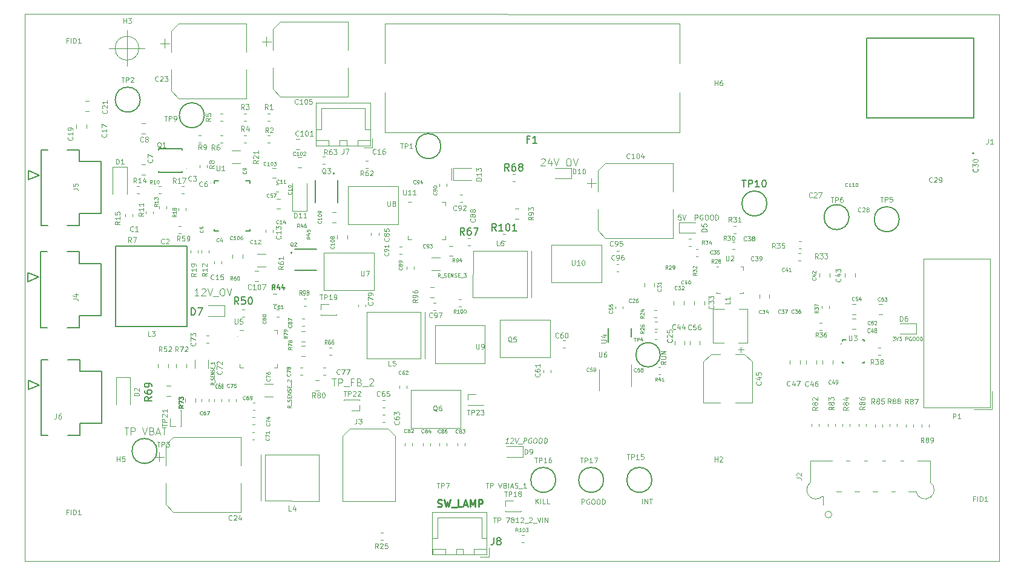
<source format=gbr>
G04 #@! TF.GenerationSoftware,KiCad,Pcbnew,(5.1.2)-1*
G04 #@! TF.CreationDate,2021-03-31T05:38:16+05:45*
G04 #@! TF.ProjectId,Pufferfish-Power-MCU,50756666-6572-4666-9973-682d506f7765,0.0*
G04 #@! TF.SameCoordinates,Original*
G04 #@! TF.FileFunction,Legend,Top*
G04 #@! TF.FilePolarity,Positive*
%FSLAX46Y46*%
G04 Gerber Fmt 4.6, Leading zero omitted, Abs format (unit mm)*
G04 Created by KiCad (PCBNEW (5.1.2)-1) date 2021-03-31 05:38:16*
%MOMM*%
%LPD*%
G04 APERTURE LIST*
%ADD10C,0.100000*%
%ADD11C,0.250000*%
%ADD12C,0.110000*%
%ADD13C,0.120000*%
%ADD14C,0.152400*%
%ADD15C,0.150000*%
%ADD16C,0.127000*%
%ADD17C,0.200000*%
%ADD18C,0.125000*%
G04 APERTURE END LIST*
D10*
X203287400Y-43052600D02*
X66977400Y-42972600D01*
X203287400Y-119552600D02*
X203287400Y-43052600D01*
X66977400Y-119552600D02*
X203287400Y-119552600D01*
X66977400Y-42972600D02*
X66977400Y-119552600D01*
D11*
X124744542Y-111927361D02*
X124887400Y-111974980D01*
X125125495Y-111974980D01*
X125220733Y-111927361D01*
X125268352Y-111879742D01*
X125315971Y-111784504D01*
X125315971Y-111689266D01*
X125268352Y-111594028D01*
X125220733Y-111546409D01*
X125125495Y-111498790D01*
X124935019Y-111451171D01*
X124839780Y-111403552D01*
X124792161Y-111355933D01*
X124744542Y-111260695D01*
X124744542Y-111165457D01*
X124792161Y-111070219D01*
X124839780Y-111022600D01*
X124935019Y-110974980D01*
X125173114Y-110974980D01*
X125315971Y-111022600D01*
X125649304Y-110974980D02*
X125887400Y-111974980D01*
X126077876Y-111260695D01*
X126268352Y-111974980D01*
X126506447Y-110974980D01*
X126649304Y-112070219D02*
X127411209Y-112070219D01*
X128125495Y-111974980D02*
X127649304Y-111974980D01*
X127649304Y-110974980D01*
X128411209Y-111689266D02*
X128887400Y-111689266D01*
X128315971Y-111974980D02*
X128649304Y-110974980D01*
X128982638Y-111974980D01*
X129315971Y-111974980D02*
X129315971Y-110974980D01*
X129649304Y-111689266D01*
X129982638Y-110974980D01*
X129982638Y-111974980D01*
X130458828Y-111974980D02*
X130458828Y-110974980D01*
X130839780Y-110974980D01*
X130935019Y-111022600D01*
X130982638Y-111070219D01*
X131030257Y-111165457D01*
X131030257Y-111308314D01*
X130982638Y-111403552D01*
X130935019Y-111451171D01*
X130839780Y-111498790D01*
X130458828Y-111498790D01*
D10*
X132517400Y-113459266D02*
X132917400Y-113459266D01*
X132717400Y-114159266D02*
X132717400Y-113459266D01*
X133150733Y-114159266D02*
X133150733Y-113459266D01*
X133417400Y-113459266D01*
X133484066Y-113492600D01*
X133517400Y-113525933D01*
X133550733Y-113592600D01*
X133550733Y-113692600D01*
X133517400Y-113759266D01*
X133484066Y-113792600D01*
X133417400Y-113825933D01*
X133150733Y-113825933D01*
X134317400Y-113459266D02*
X134784066Y-113459266D01*
X134484066Y-114159266D01*
X135150733Y-113759266D02*
X135084066Y-113725933D01*
X135050733Y-113692600D01*
X135017400Y-113625933D01*
X135017400Y-113592600D01*
X135050733Y-113525933D01*
X135084066Y-113492600D01*
X135150733Y-113459266D01*
X135284066Y-113459266D01*
X135350733Y-113492600D01*
X135384066Y-113525933D01*
X135417400Y-113592600D01*
X135417400Y-113625933D01*
X135384066Y-113692600D01*
X135350733Y-113725933D01*
X135284066Y-113759266D01*
X135150733Y-113759266D01*
X135084066Y-113792600D01*
X135050733Y-113825933D01*
X135017400Y-113892600D01*
X135017400Y-114025933D01*
X135050733Y-114092600D01*
X135084066Y-114125933D01*
X135150733Y-114159266D01*
X135284066Y-114159266D01*
X135350733Y-114125933D01*
X135384066Y-114092600D01*
X135417400Y-114025933D01*
X135417400Y-113892600D01*
X135384066Y-113825933D01*
X135350733Y-113792600D01*
X135284066Y-113759266D01*
X136084066Y-114159266D02*
X135684066Y-114159266D01*
X135884066Y-114159266D02*
X135884066Y-113459266D01*
X135817400Y-113559266D01*
X135750733Y-113625933D01*
X135684066Y-113659266D01*
X136350733Y-113525933D02*
X136384066Y-113492600D01*
X136450733Y-113459266D01*
X136617400Y-113459266D01*
X136684066Y-113492600D01*
X136717400Y-113525933D01*
X136750733Y-113592600D01*
X136750733Y-113659266D01*
X136717400Y-113759266D01*
X136317400Y-114159266D01*
X136750733Y-114159266D01*
X136884066Y-114225933D02*
X137417400Y-114225933D01*
X137550733Y-113525933D02*
X137584066Y-113492600D01*
X137650733Y-113459266D01*
X137817400Y-113459266D01*
X137884066Y-113492600D01*
X137917400Y-113525933D01*
X137950733Y-113592600D01*
X137950733Y-113659266D01*
X137917400Y-113759266D01*
X137517400Y-114159266D01*
X137950733Y-114159266D01*
X138084066Y-114225933D02*
X138617400Y-114225933D01*
X138684066Y-113459266D02*
X138917400Y-114159266D01*
X139150733Y-113459266D01*
X139384066Y-114159266D02*
X139384066Y-113459266D01*
X139717400Y-114159266D02*
X139717400Y-113459266D01*
X140117400Y-114159266D01*
X140117400Y-113459266D01*
X131470733Y-108619266D02*
X131870733Y-108619266D01*
X131670733Y-109319266D02*
X131670733Y-108619266D01*
X132104066Y-109319266D02*
X132104066Y-108619266D01*
X132370733Y-108619266D01*
X132437400Y-108652600D01*
X132470733Y-108685933D01*
X132504066Y-108752600D01*
X132504066Y-108852600D01*
X132470733Y-108919266D01*
X132437400Y-108952600D01*
X132370733Y-108985933D01*
X132104066Y-108985933D01*
X133237400Y-108619266D02*
X133470733Y-109319266D01*
X133704066Y-108619266D01*
X134170733Y-108952600D02*
X134270733Y-108985933D01*
X134304066Y-109019266D01*
X134337400Y-109085933D01*
X134337400Y-109185933D01*
X134304066Y-109252600D01*
X134270733Y-109285933D01*
X134204066Y-109319266D01*
X133937400Y-109319266D01*
X133937400Y-108619266D01*
X134170733Y-108619266D01*
X134237400Y-108652600D01*
X134270733Y-108685933D01*
X134304066Y-108752600D01*
X134304066Y-108819266D01*
X134270733Y-108885933D01*
X134237400Y-108919266D01*
X134170733Y-108952600D01*
X133937400Y-108952600D01*
X134637400Y-109319266D02*
X134637400Y-108619266D01*
X134937400Y-109119266D02*
X135270733Y-109119266D01*
X134870733Y-109319266D02*
X135104066Y-108619266D01*
X135337400Y-109319266D01*
X135537400Y-109285933D02*
X135637400Y-109319266D01*
X135804066Y-109319266D01*
X135870733Y-109285933D01*
X135904066Y-109252600D01*
X135937400Y-109185933D01*
X135937400Y-109119266D01*
X135904066Y-109052600D01*
X135870733Y-109019266D01*
X135804066Y-108985933D01*
X135670733Y-108952600D01*
X135604066Y-108919266D01*
X135570733Y-108885933D01*
X135537400Y-108819266D01*
X135537400Y-108752600D01*
X135570733Y-108685933D01*
X135604066Y-108652600D01*
X135670733Y-108619266D01*
X135837400Y-108619266D01*
X135937400Y-108652600D01*
X136070733Y-109385933D02*
X136604066Y-109385933D01*
X137137400Y-109319266D02*
X136737400Y-109319266D01*
X136937400Y-109319266D02*
X136937400Y-108619266D01*
X136870733Y-108719266D01*
X136804066Y-108785933D01*
X136737400Y-108819266D01*
X82946666Y-47752000D02*
G75*
G03X82946666Y-47752000I-1666666J0D01*
G01*
X78780000Y-47752000D02*
X83780000Y-47752000D01*
X81280000Y-45252000D02*
X81280000Y-50252000D01*
X80927638Y-100879980D02*
X81499066Y-100879980D01*
X81213352Y-101879980D02*
X81213352Y-100879980D01*
X81832400Y-101879980D02*
X81832400Y-100879980D01*
X82213352Y-100879980D01*
X82308590Y-100927600D01*
X82356209Y-100975219D01*
X82403828Y-101070457D01*
X82403828Y-101213314D01*
X82356209Y-101308552D01*
X82308590Y-101356171D01*
X82213352Y-101403790D01*
X81832400Y-101403790D01*
X83451447Y-100879980D02*
X83784780Y-101879980D01*
X84118114Y-100879980D01*
X84784780Y-101356171D02*
X84927638Y-101403790D01*
X84975257Y-101451409D01*
X85022876Y-101546647D01*
X85022876Y-101689504D01*
X84975257Y-101784742D01*
X84927638Y-101832361D01*
X84832400Y-101879980D01*
X84451447Y-101879980D01*
X84451447Y-100879980D01*
X84784780Y-100879980D01*
X84880019Y-100927600D01*
X84927638Y-100975219D01*
X84975257Y-101070457D01*
X84975257Y-101165695D01*
X84927638Y-101260933D01*
X84880019Y-101308552D01*
X84784780Y-101356171D01*
X84451447Y-101356171D01*
X85403828Y-101594266D02*
X85880019Y-101594266D01*
X85308590Y-101879980D02*
X85641923Y-100879980D01*
X85975257Y-101879980D01*
X86165733Y-100879980D02*
X86737161Y-100879980D01*
X86451447Y-101879980D02*
X86451447Y-100879980D01*
X109935019Y-94034980D02*
X110506447Y-94034980D01*
X110220733Y-95034980D02*
X110220733Y-94034980D01*
X110839780Y-95034980D02*
X110839780Y-94034980D01*
X111220733Y-94034980D01*
X111315971Y-94082600D01*
X111363590Y-94130219D01*
X111411209Y-94225457D01*
X111411209Y-94368314D01*
X111363590Y-94463552D01*
X111315971Y-94511171D01*
X111220733Y-94558790D01*
X110839780Y-94558790D01*
X111601685Y-95130219D02*
X112363590Y-95130219D01*
X112935019Y-94511171D02*
X112601685Y-94511171D01*
X112601685Y-95034980D02*
X112601685Y-94034980D01*
X113077876Y-94034980D01*
X113792161Y-94511171D02*
X113935019Y-94558790D01*
X113982638Y-94606409D01*
X114030257Y-94701647D01*
X114030257Y-94844504D01*
X113982638Y-94939742D01*
X113935019Y-94987361D01*
X113839780Y-95034980D01*
X113458828Y-95034980D01*
X113458828Y-94034980D01*
X113792161Y-94034980D01*
X113887400Y-94082600D01*
X113935019Y-94130219D01*
X113982638Y-94225457D01*
X113982638Y-94320695D01*
X113935019Y-94415933D01*
X113887400Y-94463552D01*
X113792161Y-94511171D01*
X113458828Y-94511171D01*
X114220733Y-95130219D02*
X114982638Y-95130219D01*
X115173114Y-94130219D02*
X115220733Y-94082600D01*
X115315971Y-94034980D01*
X115554066Y-94034980D01*
X115649304Y-94082600D01*
X115696923Y-94130219D01*
X115744542Y-94225457D01*
X115744542Y-94320695D01*
X115696923Y-94463552D01*
X115125495Y-95034980D01*
X115744542Y-95034980D01*
X134624483Y-103039266D02*
X134224483Y-103039266D01*
X134424483Y-103039266D02*
X134511983Y-102339266D01*
X134432816Y-102439266D01*
X134357816Y-102505933D01*
X134286983Y-102539266D01*
X134970316Y-102405933D02*
X135007816Y-102372600D01*
X135078650Y-102339266D01*
X135245316Y-102339266D01*
X135307816Y-102372600D01*
X135336983Y-102405933D01*
X135361983Y-102472600D01*
X135353650Y-102539266D01*
X135307816Y-102639266D01*
X134857816Y-103039266D01*
X135291150Y-103039266D01*
X135578650Y-102339266D02*
X135724483Y-103039266D01*
X136045316Y-102339266D01*
X136016150Y-103105933D02*
X136549483Y-103105933D01*
X136724483Y-103039266D02*
X136811983Y-102339266D01*
X137078650Y-102339266D01*
X137141150Y-102372600D01*
X137170316Y-102405933D01*
X137195316Y-102472600D01*
X137182816Y-102572600D01*
X137141150Y-102639266D01*
X137103650Y-102672600D01*
X137032816Y-102705933D01*
X136766150Y-102705933D01*
X137874483Y-102372600D02*
X137811983Y-102339266D01*
X137711983Y-102339266D01*
X137607816Y-102372600D01*
X137532816Y-102439266D01*
X137491150Y-102505933D01*
X137441150Y-102639266D01*
X137428650Y-102739266D01*
X137445316Y-102872600D01*
X137470316Y-102939266D01*
X137528650Y-103005933D01*
X137624483Y-103039266D01*
X137691150Y-103039266D01*
X137795316Y-103005933D01*
X137832816Y-102972600D01*
X137861983Y-102739266D01*
X137728650Y-102739266D01*
X138345316Y-102339266D02*
X138478650Y-102339266D01*
X138541150Y-102372600D01*
X138599483Y-102439266D01*
X138616150Y-102572600D01*
X138586983Y-102805933D01*
X138536983Y-102939266D01*
X138461983Y-103005933D01*
X138391150Y-103039266D01*
X138257816Y-103039266D01*
X138195316Y-103005933D01*
X138136983Y-102939266D01*
X138120316Y-102805933D01*
X138149483Y-102572600D01*
X138199483Y-102439266D01*
X138274483Y-102372600D01*
X138345316Y-102339266D01*
X139078650Y-102339266D02*
X139211983Y-102339266D01*
X139274483Y-102372600D01*
X139332816Y-102439266D01*
X139349483Y-102572600D01*
X139320316Y-102805933D01*
X139270316Y-102939266D01*
X139195316Y-103005933D01*
X139124483Y-103039266D01*
X138991150Y-103039266D01*
X138928650Y-103005933D01*
X138870316Y-102939266D01*
X138853650Y-102805933D01*
X138882816Y-102572600D01*
X138932816Y-102439266D01*
X139007816Y-102372600D01*
X139078650Y-102339266D01*
X139591150Y-103039266D02*
X139678650Y-102339266D01*
X139845316Y-102339266D01*
X139941150Y-102372600D01*
X139999483Y-102439266D01*
X140024483Y-102505933D01*
X140041150Y-102639266D01*
X140028650Y-102739266D01*
X139978650Y-102872600D01*
X139936983Y-102939266D01*
X139861983Y-103005933D01*
X139757816Y-103039266D01*
X139591150Y-103039266D01*
X139208190Y-63301619D02*
X139255809Y-63254000D01*
X139351047Y-63206380D01*
X139589142Y-63206380D01*
X139684380Y-63254000D01*
X139732000Y-63301619D01*
X139779619Y-63396857D01*
X139779619Y-63492095D01*
X139732000Y-63634952D01*
X139160571Y-64206380D01*
X139779619Y-64206380D01*
X140636761Y-63539714D02*
X140636761Y-64206380D01*
X140398666Y-63158761D02*
X140160571Y-63873047D01*
X140779619Y-63873047D01*
X141017714Y-63206380D02*
X141351047Y-64206380D01*
X141684380Y-63206380D01*
X142970095Y-63206380D02*
X143160571Y-63206380D01*
X143255809Y-63254000D01*
X143351047Y-63349238D01*
X143398666Y-63539714D01*
X143398666Y-63873047D01*
X143351047Y-64063523D01*
X143255809Y-64158761D01*
X143160571Y-64206380D01*
X142970095Y-64206380D01*
X142874857Y-64158761D01*
X142779619Y-64063523D01*
X142732000Y-63873047D01*
X142732000Y-63539714D01*
X142779619Y-63349238D01*
X142874857Y-63254000D01*
X142970095Y-63206380D01*
X143684380Y-63206380D02*
X144017714Y-64206380D01*
X144351047Y-63206380D01*
X91325019Y-82384980D02*
X90753590Y-82384980D01*
X91039304Y-82384980D02*
X91039304Y-81384980D01*
X90944066Y-81527838D01*
X90848828Y-81623076D01*
X90753590Y-81670695D01*
X91705971Y-81480219D02*
X91753590Y-81432600D01*
X91848828Y-81384980D01*
X92086923Y-81384980D01*
X92182161Y-81432600D01*
X92229780Y-81480219D01*
X92277400Y-81575457D01*
X92277400Y-81670695D01*
X92229780Y-81813552D01*
X91658352Y-82384980D01*
X92277400Y-82384980D01*
X92563114Y-81384980D02*
X92896447Y-82384980D01*
X93229780Y-81384980D01*
X93325019Y-82480219D02*
X94086923Y-82480219D01*
X94515495Y-81384980D02*
X94705971Y-81384980D01*
X94801209Y-81432600D01*
X94896447Y-81527838D01*
X94944066Y-81718314D01*
X94944066Y-82051647D01*
X94896447Y-82242123D01*
X94801209Y-82337361D01*
X94705971Y-82384980D01*
X94515495Y-82384980D01*
X94420257Y-82337361D01*
X94325019Y-82242123D01*
X94277400Y-82051647D01*
X94277400Y-81718314D01*
X94325019Y-81527838D01*
X94420257Y-81432600D01*
X94515495Y-81384980D01*
X95229780Y-81384980D02*
X95563114Y-82384980D01*
X95896447Y-81384980D01*
X156674066Y-91599266D02*
X156340733Y-91832600D01*
X156674066Y-91999266D02*
X155974066Y-91999266D01*
X155974066Y-91732600D01*
X156007400Y-91665933D01*
X156040733Y-91632600D01*
X156107400Y-91599266D01*
X156207400Y-91599266D01*
X156274066Y-91632600D01*
X156307400Y-91665933D01*
X156340733Y-91732600D01*
X156340733Y-91999266D01*
X155974066Y-91299266D02*
X156540733Y-91299266D01*
X156607400Y-91265933D01*
X156640733Y-91232600D01*
X156674066Y-91165933D01*
X156674066Y-91032600D01*
X156640733Y-90965933D01*
X156607400Y-90932600D01*
X156540733Y-90899266D01*
X155974066Y-90899266D01*
X156674066Y-90565933D02*
X155974066Y-90565933D01*
X156674066Y-90165933D01*
X155974066Y-90165933D01*
X153383666Y-111569266D02*
X153383666Y-110869266D01*
X153717000Y-111569266D02*
X153717000Y-110869266D01*
X154117000Y-111569266D01*
X154117000Y-110869266D01*
X154350333Y-110869266D02*
X154750333Y-110869266D01*
X154550333Y-111569266D02*
X154550333Y-110869266D01*
X138465733Y-111519266D02*
X138465733Y-110819266D01*
X138865733Y-111519266D02*
X138565733Y-111119266D01*
X138865733Y-110819266D02*
X138465733Y-111219266D01*
X139165733Y-111519266D02*
X139165733Y-110819266D01*
X139832400Y-111519266D02*
X139499066Y-111519266D01*
X139499066Y-110819266D01*
X140399066Y-111519266D02*
X140065733Y-111519266D01*
X140065733Y-110819266D01*
X144890733Y-111594266D02*
X144890733Y-110894266D01*
X145157400Y-110894266D01*
X145224066Y-110927600D01*
X145257400Y-110960933D01*
X145290733Y-111027600D01*
X145290733Y-111127600D01*
X145257400Y-111194266D01*
X145224066Y-111227600D01*
X145157400Y-111260933D01*
X144890733Y-111260933D01*
X145957400Y-110927600D02*
X145890733Y-110894266D01*
X145790733Y-110894266D01*
X145690733Y-110927600D01*
X145624066Y-110994266D01*
X145590733Y-111060933D01*
X145557400Y-111194266D01*
X145557400Y-111294266D01*
X145590733Y-111427600D01*
X145624066Y-111494266D01*
X145690733Y-111560933D01*
X145790733Y-111594266D01*
X145857400Y-111594266D01*
X145957400Y-111560933D01*
X145990733Y-111527600D01*
X145990733Y-111294266D01*
X145857400Y-111294266D01*
X146424066Y-110894266D02*
X146557400Y-110894266D01*
X146624066Y-110927600D01*
X146690733Y-110994266D01*
X146724066Y-111127600D01*
X146724066Y-111360933D01*
X146690733Y-111494266D01*
X146624066Y-111560933D01*
X146557400Y-111594266D01*
X146424066Y-111594266D01*
X146357400Y-111560933D01*
X146290733Y-111494266D01*
X146257400Y-111360933D01*
X146257400Y-111127600D01*
X146290733Y-110994266D01*
X146357400Y-110927600D01*
X146424066Y-110894266D01*
X147157400Y-110894266D02*
X147290733Y-110894266D01*
X147357400Y-110927600D01*
X147424066Y-110994266D01*
X147457400Y-111127600D01*
X147457400Y-111360933D01*
X147424066Y-111494266D01*
X147357400Y-111560933D01*
X147290733Y-111594266D01*
X147157400Y-111594266D01*
X147090733Y-111560933D01*
X147024066Y-111494266D01*
X146990733Y-111360933D01*
X146990733Y-111127600D01*
X147024066Y-110994266D01*
X147090733Y-110927600D01*
X147157400Y-110894266D01*
X147757400Y-111594266D02*
X147757400Y-110894266D01*
X147924066Y-110894266D01*
X148024066Y-110927600D01*
X148090733Y-110994266D01*
X148124066Y-111060933D01*
X148157400Y-111194266D01*
X148157400Y-111294266D01*
X148124066Y-111427600D01*
X148090733Y-111494266D01*
X148024066Y-111560933D01*
X147924066Y-111594266D01*
X147757400Y-111594266D01*
X158747400Y-71079266D02*
X158414066Y-71079266D01*
X158380733Y-71412600D01*
X158414066Y-71379266D01*
X158480733Y-71345933D01*
X158647400Y-71345933D01*
X158714066Y-71379266D01*
X158747400Y-71412600D01*
X158780733Y-71479266D01*
X158780733Y-71645933D01*
X158747400Y-71712600D01*
X158714066Y-71745933D01*
X158647400Y-71779266D01*
X158480733Y-71779266D01*
X158414066Y-71745933D01*
X158380733Y-71712600D01*
X158980733Y-71079266D02*
X159214066Y-71779266D01*
X159447400Y-71079266D01*
X160747400Y-71779266D02*
X160747400Y-71079266D01*
X161014066Y-71079266D01*
X161080733Y-71112600D01*
X161114066Y-71145933D01*
X161147400Y-71212600D01*
X161147400Y-71312600D01*
X161114066Y-71379266D01*
X161080733Y-71412600D01*
X161014066Y-71445933D01*
X160747400Y-71445933D01*
X161814066Y-71112600D02*
X161747400Y-71079266D01*
X161647400Y-71079266D01*
X161547400Y-71112600D01*
X161480733Y-71179266D01*
X161447400Y-71245933D01*
X161414066Y-71379266D01*
X161414066Y-71479266D01*
X161447400Y-71612600D01*
X161480733Y-71679266D01*
X161547400Y-71745933D01*
X161647400Y-71779266D01*
X161714066Y-71779266D01*
X161814066Y-71745933D01*
X161847400Y-71712600D01*
X161847400Y-71479266D01*
X161714066Y-71479266D01*
X162280733Y-71079266D02*
X162414066Y-71079266D01*
X162480733Y-71112600D01*
X162547400Y-71179266D01*
X162580733Y-71312600D01*
X162580733Y-71545933D01*
X162547400Y-71679266D01*
X162480733Y-71745933D01*
X162414066Y-71779266D01*
X162280733Y-71779266D01*
X162214066Y-71745933D01*
X162147400Y-71679266D01*
X162114066Y-71545933D01*
X162114066Y-71312600D01*
X162147400Y-71179266D01*
X162214066Y-71112600D01*
X162280733Y-71079266D01*
X163014066Y-71079266D02*
X163147400Y-71079266D01*
X163214066Y-71112600D01*
X163280733Y-71179266D01*
X163314066Y-71312600D01*
X163314066Y-71545933D01*
X163280733Y-71679266D01*
X163214066Y-71745933D01*
X163147400Y-71779266D01*
X163014066Y-71779266D01*
X162947400Y-71745933D01*
X162880733Y-71679266D01*
X162847400Y-71545933D01*
X162847400Y-71312600D01*
X162880733Y-71179266D01*
X162947400Y-71112600D01*
X163014066Y-71079266D01*
X163614066Y-71779266D02*
X163614066Y-71079266D01*
X163780733Y-71079266D01*
X163880733Y-71112600D01*
X163947400Y-71179266D01*
X163980733Y-71245933D01*
X164014066Y-71379266D01*
X164014066Y-71479266D01*
X163980733Y-71612600D01*
X163947400Y-71679266D01*
X163880733Y-71745933D01*
X163780733Y-71779266D01*
X163614066Y-71779266D01*
D12*
X188404066Y-88178790D02*
X188713590Y-88178790D01*
X188546923Y-88369266D01*
X188618352Y-88369266D01*
X188665971Y-88393076D01*
X188689780Y-88416885D01*
X188713590Y-88464504D01*
X188713590Y-88583552D01*
X188689780Y-88631171D01*
X188665971Y-88654980D01*
X188618352Y-88678790D01*
X188475495Y-88678790D01*
X188427876Y-88654980D01*
X188404066Y-88631171D01*
X188856447Y-88178790D02*
X189023114Y-88678790D01*
X189189780Y-88178790D01*
X189308828Y-88178790D02*
X189618352Y-88178790D01*
X189451685Y-88369266D01*
X189523114Y-88369266D01*
X189570733Y-88393076D01*
X189594542Y-88416885D01*
X189618352Y-88464504D01*
X189618352Y-88583552D01*
X189594542Y-88631171D01*
X189570733Y-88654980D01*
X189523114Y-88678790D01*
X189380257Y-88678790D01*
X189332638Y-88654980D01*
X189308828Y-88631171D01*
X190213590Y-88678790D02*
X190213590Y-88178790D01*
X190404066Y-88178790D01*
X190451685Y-88202600D01*
X190475495Y-88226409D01*
X190499304Y-88274028D01*
X190499304Y-88345457D01*
X190475495Y-88393076D01*
X190451685Y-88416885D01*
X190404066Y-88440695D01*
X190213590Y-88440695D01*
X190975495Y-88202600D02*
X190927876Y-88178790D01*
X190856447Y-88178790D01*
X190785019Y-88202600D01*
X190737400Y-88250219D01*
X190713590Y-88297838D01*
X190689780Y-88393076D01*
X190689780Y-88464504D01*
X190713590Y-88559742D01*
X190737400Y-88607361D01*
X190785019Y-88654980D01*
X190856447Y-88678790D01*
X190904066Y-88678790D01*
X190975495Y-88654980D01*
X190999304Y-88631171D01*
X190999304Y-88464504D01*
X190904066Y-88464504D01*
X191308828Y-88178790D02*
X191404066Y-88178790D01*
X191451685Y-88202600D01*
X191499304Y-88250219D01*
X191523114Y-88345457D01*
X191523114Y-88512123D01*
X191499304Y-88607361D01*
X191451685Y-88654980D01*
X191404066Y-88678790D01*
X191308828Y-88678790D01*
X191261209Y-88654980D01*
X191213590Y-88607361D01*
X191189780Y-88512123D01*
X191189780Y-88345457D01*
X191213590Y-88250219D01*
X191261209Y-88202600D01*
X191308828Y-88178790D01*
X191832638Y-88178790D02*
X191927876Y-88178790D01*
X191975495Y-88202600D01*
X192023114Y-88250219D01*
X192046923Y-88345457D01*
X192046923Y-88512123D01*
X192023114Y-88607361D01*
X191975495Y-88654980D01*
X191927876Y-88678790D01*
X191832638Y-88678790D01*
X191785019Y-88654980D01*
X191737400Y-88607361D01*
X191713590Y-88512123D01*
X191713590Y-88345457D01*
X191737400Y-88250219D01*
X191785019Y-88202600D01*
X191832638Y-88178790D01*
X192261209Y-88678790D02*
X192261209Y-88178790D01*
X192380257Y-88178790D01*
X192451685Y-88202600D01*
X192499304Y-88250219D01*
X192523114Y-88297838D01*
X192546923Y-88393076D01*
X192546923Y-88464504D01*
X192523114Y-88559742D01*
X192499304Y-88607361D01*
X192451685Y-88654980D01*
X192380257Y-88678790D01*
X192261209Y-88678790D01*
D13*
G04 #@! TO.C,U10*
X147643120Y-80530680D02*
X140637400Y-80532600D01*
X147643120Y-75252560D02*
X147643120Y-80530680D01*
X147058920Y-75252560D02*
X147643120Y-75252560D01*
X140637400Y-80527600D02*
X141087400Y-80527600D01*
X140637400Y-75277600D02*
X140637400Y-80527600D01*
X147047400Y-75252600D02*
X140637400Y-75252600D01*
G04 #@! TO.C,U9*
X131363120Y-91860680D02*
X124357400Y-91862600D01*
X131363120Y-86582560D02*
X131363120Y-91860680D01*
X130778920Y-86582560D02*
X131363120Y-86582560D01*
X124357400Y-91857600D02*
X124807400Y-91857600D01*
X124357400Y-86607600D02*
X124357400Y-91857600D01*
X130767400Y-86582600D02*
X124357400Y-86582600D01*
G04 #@! TO.C,U8*
X112231680Y-67094520D02*
X119237400Y-67092600D01*
X112231680Y-72372640D02*
X112231680Y-67094520D01*
X112815880Y-72372640D02*
X112231680Y-72372640D01*
X119237400Y-67097600D02*
X118787400Y-67097600D01*
X119237400Y-72347600D02*
X119237400Y-67097600D01*
X112827400Y-72372600D02*
X119237400Y-72372600D01*
G04 #@! TO.C,U7*
X115843120Y-81630680D02*
X108837400Y-81632600D01*
X115843120Y-76352560D02*
X115843120Y-81630680D01*
X115258920Y-76352560D02*
X115843120Y-76352560D01*
X108837400Y-81627600D02*
X109287400Y-81627600D01*
X108837400Y-76377600D02*
X108837400Y-81627600D01*
X115247400Y-76352600D02*
X108837400Y-76352600D01*
G04 #@! TO.C,Q6*
X127973120Y-100910680D02*
X120967400Y-100912600D01*
X127973120Y-95632560D02*
X127973120Y-100910680D01*
X127388920Y-95632560D02*
X127973120Y-95632560D01*
X120967400Y-100907600D02*
X121417400Y-100907600D01*
X120967400Y-95657600D02*
X120967400Y-100907600D01*
X127377400Y-95632600D02*
X120967400Y-95632600D01*
G04 #@! TO.C,Q5*
X140473120Y-91050680D02*
X133467400Y-91052600D01*
X140473120Y-85772560D02*
X140473120Y-91050680D01*
X139888920Y-85772560D02*
X140473120Y-85772560D01*
X133467400Y-91047600D02*
X133917400Y-91047600D01*
X133467400Y-85797600D02*
X133467400Y-91047600D01*
X139877400Y-85772600D02*
X133467400Y-85772600D01*
G04 #@! TO.C,D2*
X81758600Y-93808300D02*
X81758600Y-97658300D01*
X79758600Y-93808300D02*
X79758600Y-97658300D01*
X81758600Y-93808300D02*
X79758600Y-93808300D01*
G04 #@! TO.C,D1*
X81264000Y-64348000D02*
X81264000Y-68198000D01*
X79264000Y-64348000D02*
X79264000Y-68198000D01*
X81264000Y-64348000D02*
X79264000Y-64348000D01*
G04 #@! TO.C,P1*
X192683000Y-98060000D02*
X192683000Y-77200000D01*
X192683000Y-77200000D02*
X202033000Y-77200000D01*
X202033000Y-77200000D02*
X202033000Y-98060000D01*
X202033000Y-98060000D02*
X192683000Y-98060000D01*
X202283000Y-98310000D02*
X202283000Y-95770000D01*
X202283000Y-98310000D02*
X199743000Y-98310000D01*
D14*
G04 #@! TO.C,J5*
X70206532Y-72578288D02*
X69268801Y-72578288D01*
X72931265Y-61978310D02*
X74618800Y-61978310D01*
X69268801Y-61978310D02*
X70206333Y-61978310D01*
X69268801Y-72578288D02*
X69268801Y-61978310D01*
X74618800Y-72578288D02*
X72931065Y-72578288D01*
X74618800Y-70923299D02*
X74618800Y-72578288D01*
X77678799Y-70923299D02*
X74618800Y-70923299D01*
X77678799Y-63633299D02*
X77678799Y-70923299D01*
X74618800Y-63633299D02*
X77678799Y-63633299D01*
X74618800Y-61978310D02*
X74618800Y-63633299D01*
X67490801Y-64893300D02*
X69014801Y-65528300D01*
X67490801Y-66163300D02*
X67490801Y-64893300D01*
X69014801Y-65528300D02*
X67490801Y-66163300D01*
G04 #@! TO.C,J4*
X70155132Y-86862588D02*
X69217401Y-86862588D01*
X72879865Y-76262610D02*
X74567400Y-76262610D01*
X69217401Y-76262610D02*
X70154933Y-76262610D01*
X69217401Y-86862588D02*
X69217401Y-76262610D01*
X74567400Y-86862588D02*
X72879665Y-86862588D01*
X74567400Y-85207599D02*
X74567400Y-86862588D01*
X77627399Y-85207599D02*
X74567400Y-85207599D01*
X77627399Y-77917599D02*
X77627399Y-85207599D01*
X74567400Y-77917599D02*
X77627399Y-77917599D01*
X74567400Y-76262610D02*
X74567400Y-77917599D01*
X67439401Y-79177600D02*
X68963401Y-79812600D01*
X67439401Y-80447600D02*
X67439401Y-79177600D01*
X68963401Y-79812600D02*
X67439401Y-80447600D01*
G04 #@! TO.C,J6*
X69053401Y-94912600D02*
X67529401Y-95547600D01*
X67529401Y-95547600D02*
X67529401Y-94277600D01*
X67529401Y-94277600D02*
X69053401Y-94912600D01*
X74657400Y-91362610D02*
X74657400Y-93017599D01*
X74657400Y-93017599D02*
X77717399Y-93017599D01*
X77717399Y-93017599D02*
X77717399Y-100307599D01*
X77717399Y-100307599D02*
X74657400Y-100307599D01*
X74657400Y-100307599D02*
X74657400Y-101962588D01*
X74657400Y-101962588D02*
X72969665Y-101962588D01*
X69307401Y-101962588D02*
X69307401Y-91362610D01*
X69307401Y-91362610D02*
X70244933Y-91362610D01*
X72969865Y-91362610D02*
X74657400Y-91362610D01*
X70245132Y-101962588D02*
X69307401Y-101962588D01*
D13*
G04 #@! TO.C,C90*
X125986000Y-67091779D02*
X125986000Y-66766221D01*
X124966000Y-67091779D02*
X124966000Y-66766221D01*
D15*
G04 #@! TO.C,TP4*
X155878000Y-90678000D02*
G75*
G03X155878000Y-90678000I-1700000J0D01*
G01*
D13*
G04 #@! TO.C,L4*
X100037400Y-111147600D02*
X100037400Y-104647600D01*
X108137400Y-104647600D02*
X108137400Y-111147600D01*
X100637400Y-104647600D02*
X108137400Y-104647600D01*
X100637400Y-111147600D02*
X100637400Y-104647600D01*
X108140060Y-111156340D02*
X100637400Y-111147600D01*
G04 #@! TO.C,R26*
X155445179Y-86017600D02*
X155119621Y-86017600D01*
X155445179Y-87037600D02*
X155119621Y-87037600D01*
G04 #@! TO.C,F1*
X158635400Y-49926600D02*
X158635400Y-44296600D01*
X158635400Y-59556600D02*
X158635400Y-53926600D01*
X117375400Y-49926600D02*
X117375400Y-44296600D01*
X117375400Y-59556600D02*
X117375400Y-53926600D01*
X117375400Y-44296600D02*
X158635400Y-44296600D01*
X158635400Y-59556600D02*
X117375400Y-59556600D01*
G04 #@! TO.C,C24*
X85823000Y-104357000D02*
X85823000Y-105607000D01*
X85198000Y-104982000D02*
X86448000Y-104982000D01*
X86688000Y-111637563D02*
X87752437Y-112702000D01*
X86688000Y-103246437D02*
X87752437Y-102182000D01*
X86688000Y-103246437D02*
X86688000Y-106232000D01*
X86688000Y-111637563D02*
X86688000Y-108652000D01*
X87752437Y-112702000D02*
X97208000Y-112702000D01*
X87752437Y-102182000D02*
X97208000Y-102182000D01*
X97208000Y-102182000D02*
X97208000Y-106232000D01*
X97208000Y-112702000D02*
X97208000Y-108652000D01*
D16*
G04 #@! TO.C,L3*
X89700000Y-86750000D02*
X89700000Y-75450000D01*
X89700000Y-75450000D02*
X79700000Y-75450000D01*
X79700000Y-75450000D02*
X79700000Y-86750000D01*
X79700000Y-86750000D02*
X89700000Y-86750000D01*
D13*
G04 #@! TO.C,L5*
X114820700Y-91229200D02*
X114858800Y-84714100D01*
X122377200Y-91229200D02*
X114820700Y-91229200D01*
X122364500Y-84714100D02*
X122377200Y-91229200D01*
X114858800Y-84714100D02*
X122364500Y-84714100D01*
X122964000Y-84707600D02*
X122964000Y-91207600D01*
G04 #@! TO.C,L6*
X129679700Y-82651600D02*
X129717800Y-76136500D01*
X137236200Y-82651600D02*
X129679700Y-82651600D01*
X137223500Y-76136500D02*
X137236200Y-82651600D01*
X129717800Y-76136500D02*
X137223500Y-76136500D01*
X137823000Y-76130000D02*
X137823000Y-82630000D01*
G04 #@! TO.C,U3*
X181256158Y-89150000D02*
G75*
G03X181256158Y-89150000I-76158J0D01*
G01*
D14*
X181354999Y-91795001D02*
X181354999Y-91595001D01*
X181354999Y-91795001D02*
X181554999Y-91795001D01*
X184205001Y-91795001D02*
X184405001Y-91795001D01*
X184405001Y-91795001D02*
X184405001Y-91595001D01*
X184205001Y-88544999D02*
X184405001Y-88544999D01*
X184405001Y-88744999D02*
X184405001Y-88544999D01*
X181354999Y-88544999D02*
X181879999Y-88544999D01*
X181354999Y-88770000D02*
X181354999Y-88544999D01*
D13*
G04 #@! TO.C,J2*
X179869905Y-113046000D02*
G75*
G03X179869905Y-113046000I-466905J0D01*
G01*
X176923000Y-105516000D02*
X176923000Y-108516000D01*
X178683000Y-110506000D02*
X178683000Y-111696000D01*
X178553000Y-110506000D02*
X178683000Y-110506000D01*
X181173000Y-109876000D02*
X180523000Y-109876000D01*
X183723000Y-109876000D02*
X183053000Y-109876000D01*
X186263000Y-109876000D02*
X185593000Y-109876000D01*
X188743000Y-109876000D02*
X188193000Y-109876000D01*
X191683000Y-109876000D02*
X190633000Y-109876000D01*
X193663000Y-105516000D02*
X193663000Y-108546000D01*
X191903000Y-105516000D02*
X193663000Y-105516000D01*
X189523000Y-105516000D02*
X189953000Y-105516000D01*
X186983000Y-105516000D02*
X187413000Y-105516000D01*
X184443000Y-105516000D02*
X184873000Y-105516000D01*
X181843000Y-105516000D02*
X182393000Y-105516000D01*
X176923000Y-105516000D02*
X179953000Y-105516000D01*
X176943172Y-108530991D02*
G75*
G03X178553000Y-110506000I709828J-1065009D01*
G01*
X191683963Y-109870424D02*
G75*
G03X193663000Y-108546000I1249037J274424D01*
G01*
G04 #@! TO.C,C15*
X94490000Y-77886779D02*
X94490000Y-77561221D01*
X93470000Y-77886779D02*
X93470000Y-77561221D01*
D16*
G04 #@! TO.C,J1*
X199778000Y-57500000D02*
X184778000Y-57500000D01*
X184778000Y-57500000D02*
X184778000Y-46300000D01*
X184778000Y-46300000D02*
X199778000Y-46300000D01*
X199778000Y-46300000D02*
X199778000Y-57500000D01*
D17*
X199778000Y-62460000D02*
G75*
G03X199778000Y-62460000I-100000J0D01*
G01*
D13*
G04 #@! TO.C,C23*
X86585000Y-46445000D02*
X86585000Y-47695000D01*
X85960000Y-47070000D02*
X87210000Y-47070000D01*
X87450000Y-53725563D02*
X88514437Y-54790000D01*
X87450000Y-45334437D02*
X88514437Y-44270000D01*
X87450000Y-45334437D02*
X87450000Y-48320000D01*
X87450000Y-53725563D02*
X87450000Y-50740000D01*
X88514437Y-54790000D02*
X97970000Y-54790000D01*
X88514437Y-44270000D02*
X97970000Y-44270000D01*
X97970000Y-44270000D02*
X97970000Y-48320000D01*
X97970000Y-54790000D02*
X97970000Y-50740000D01*
D16*
G04 #@! TO.C,U1*
X94112000Y-66350000D02*
X93512000Y-66350000D01*
X93512000Y-66350000D02*
X93512000Y-66650000D01*
X97912000Y-66350000D02*
X98512000Y-66350000D01*
X98512000Y-66350000D02*
X98512000Y-66650000D01*
X93512000Y-73050000D02*
X93512000Y-73350000D01*
X93512000Y-73350000D02*
X94112000Y-73350000D01*
X97912000Y-73350000D02*
X98512000Y-73350000D01*
X98512000Y-73350000D02*
X98512000Y-73050000D01*
D10*
X93062000Y-66600000D02*
G75*
G03X93062000Y-66600000I-50000J0D01*
G01*
D13*
G04 #@! TO.C,D13*
X126644400Y-64516000D02*
X126669800Y-66255900D01*
X126897000Y-64555000D02*
X129447000Y-64555000D01*
X126897000Y-66255000D02*
X129447000Y-66255000D01*
X126897000Y-64555000D02*
X126897000Y-66255000D01*
G04 #@! TO.C,R38*
X186706279Y-89652000D02*
X186380721Y-89652000D01*
X186706279Y-90672000D02*
X186380721Y-90672000D01*
G04 #@! TO.C,R1*
X100954721Y-57914000D02*
X101280279Y-57914000D01*
X100954721Y-56894000D02*
X101280279Y-56894000D01*
G04 #@! TO.C,R2*
X101280279Y-59942000D02*
X100954721Y-59942000D01*
X101280279Y-60962000D02*
X100954721Y-60962000D01*
G04 #@! TO.C,R3*
X97627221Y-57914000D02*
X97952779Y-57914000D01*
X97627221Y-56894000D02*
X97952779Y-56894000D01*
G04 #@! TO.C,R4*
X97627221Y-60962000D02*
X97952779Y-60962000D01*
X97627221Y-59942000D02*
X97952779Y-59942000D01*
G04 #@! TO.C,R5*
X94325221Y-57914000D02*
X94650779Y-57914000D01*
X94325221Y-56894000D02*
X94650779Y-56894000D01*
G04 #@! TO.C,R6*
X94325221Y-60962000D02*
X94650779Y-60962000D01*
X94325221Y-59942000D02*
X94650779Y-59942000D01*
G04 #@! TO.C,R24*
X155053721Y-85447000D02*
X155379279Y-85447000D01*
X155053721Y-84427000D02*
X155379279Y-84427000D01*
G04 #@! TO.C,R30*
X166275279Y-74890000D02*
X165949721Y-74890000D01*
X166275279Y-75910000D02*
X165949721Y-75910000D01*
G04 #@! TO.C,R31*
X166137221Y-73710000D02*
X166462779Y-73710000D01*
X166137221Y-72690000D02*
X166462779Y-72690000D01*
G04 #@! TO.C,R33*
X175227021Y-77526200D02*
X175552579Y-77526200D01*
X175227021Y-76506200D02*
X175552579Y-76506200D01*
G04 #@! TO.C,R34*
X159857221Y-75440000D02*
X160182779Y-75440000D01*
X159857221Y-74420000D02*
X160182779Y-74420000D01*
G04 #@! TO.C,R35*
X175587779Y-74801000D02*
X175262221Y-74801000D01*
X175587779Y-75821000D02*
X175262221Y-75821000D01*
G04 #@! TO.C,R36*
X178194621Y-87212600D02*
X178520179Y-87212600D01*
X178194621Y-86192600D02*
X178520179Y-86192600D01*
G04 #@! TO.C,R37*
X179516500Y-84211279D02*
X179516500Y-83885721D01*
X178496500Y-84211279D02*
X178496500Y-83885721D01*
G04 #@! TO.C,R41*
X155920179Y-92392600D02*
X155594621Y-92392600D01*
X155920179Y-93412600D02*
X155594621Y-93412600D01*
G04 #@! TO.C,R10*
X85689221Y-68074000D02*
X86014779Y-68074000D01*
X85689221Y-67054000D02*
X86014779Y-67054000D01*
G04 #@! TO.C,R11*
X83940000Y-70597221D02*
X83940000Y-70922779D01*
X84960000Y-70597221D02*
X84960000Y-70922779D01*
G04 #@! TO.C,R12*
X92712000Y-76362779D02*
X92712000Y-76037221D01*
X91692000Y-76362779D02*
X91692000Y-76037221D01*
G04 #@! TO.C,R13*
X85820000Y-69887221D02*
X85820000Y-70212779D01*
X86840000Y-69887221D02*
X86840000Y-70212779D01*
G04 #@! TO.C,R14*
X82966779Y-67054000D02*
X82641221Y-67054000D01*
X82966779Y-68074000D02*
X82641221Y-68074000D01*
G04 #@! TO.C,R15*
X82080000Y-71272779D02*
X82080000Y-70947221D01*
X81060000Y-71272779D02*
X81060000Y-70947221D01*
G04 #@! TO.C,R17*
X88937221Y-68080000D02*
X89262779Y-68080000D01*
X88937221Y-67060000D02*
X89262779Y-67060000D01*
G04 #@! TO.C,R18*
X88470000Y-70117221D02*
X88470000Y-70442779D01*
X89490000Y-70117221D02*
X89490000Y-70442779D01*
G04 #@! TO.C,R19*
X90168000Y-76037221D02*
X90168000Y-76362779D01*
X91188000Y-76037221D02*
X91188000Y-76362779D01*
G04 #@! TO.C,R82*
X178053000Y-100720779D02*
X178053000Y-100395221D01*
X177033000Y-100720779D02*
X177033000Y-100395221D01*
G04 #@! TO.C,R83*
X180339000Y-100695279D02*
X180339000Y-100369721D01*
X179319000Y-100695279D02*
X179319000Y-100369721D01*
G04 #@! TO.C,R84*
X182371000Y-100720779D02*
X182371000Y-100395221D01*
X181351000Y-100720779D02*
X181351000Y-100395221D01*
G04 #@! TO.C,R85*
X186943000Y-100746279D02*
X186943000Y-100420721D01*
X185923000Y-100746279D02*
X185923000Y-100420721D01*
G04 #@! TO.C,R86*
X184657000Y-100720779D02*
X184657000Y-100395221D01*
X183637000Y-100720779D02*
X183637000Y-100395221D01*
G04 #@! TO.C,R87*
X191261000Y-100746279D02*
X191261000Y-100420721D01*
X190241000Y-100746279D02*
X190241000Y-100420721D01*
G04 #@! TO.C,R88*
X188975000Y-100695279D02*
X188975000Y-100369721D01*
X187955000Y-100695279D02*
X187955000Y-100369721D01*
G04 #@! TO.C,R89*
X193514000Y-100766279D02*
X193514000Y-100440721D01*
X192494000Y-100766279D02*
X192494000Y-100440721D01*
G04 #@! TO.C,U5*
X96726231Y-88115000D02*
G75*
G03X96726231Y-88115000I-41231J0D01*
G01*
X97560000Y-87265000D02*
X97085000Y-87265000D01*
X102305000Y-92485000D02*
X102305000Y-92010000D01*
X101830000Y-92485000D02*
X102305000Y-92485000D01*
X97085000Y-92485000D02*
X97085000Y-92010000D01*
X97560000Y-92485000D02*
X97085000Y-92485000D01*
X102305000Y-87265000D02*
X102305000Y-87740000D01*
X101830000Y-87265000D02*
X102305000Y-87265000D01*
D15*
G04 #@! TO.C,U4*
X148582400Y-88902600D02*
X148582400Y-86977600D01*
X151832400Y-88127600D02*
X151832400Y-86977600D01*
D13*
X148958228Y-88922600D02*
G75*
G03X148958228Y-88922600I-60828J0D01*
G01*
G04 #@! TO.C,U11*
X120221231Y-70122000D02*
G75*
G03X120221231Y-70122000I-41231J0D01*
G01*
X121055000Y-69272000D02*
X120580000Y-69272000D01*
X125800000Y-74492000D02*
X125800000Y-74017000D01*
X125325000Y-74492000D02*
X125800000Y-74492000D01*
X120580000Y-74492000D02*
X120580000Y-74017000D01*
X121055000Y-74492000D02*
X120580000Y-74492000D01*
X125800000Y-69272000D02*
X125800000Y-69747000D01*
X125325000Y-69272000D02*
X125800000Y-69272000D01*
G04 #@! TO.C,C104*
X146275000Y-66003000D02*
X146275000Y-67253000D01*
X145650000Y-66628000D02*
X146900000Y-66628000D01*
X147140000Y-73283563D02*
X148204437Y-74348000D01*
X147140000Y-64892437D02*
X148204437Y-63828000D01*
X147140000Y-64892437D02*
X147140000Y-67878000D01*
X147140000Y-73283563D02*
X147140000Y-70298000D01*
X148204437Y-74348000D02*
X157660000Y-74348000D01*
X148204437Y-63828000D02*
X157660000Y-63828000D01*
X157660000Y-63828000D02*
X157660000Y-67878000D01*
X157660000Y-74348000D02*
X157660000Y-70298000D01*
G04 #@! TO.C,C105*
X100809000Y-46191000D02*
X100809000Y-47441000D01*
X100184000Y-46816000D02*
X101434000Y-46816000D01*
X101674000Y-53471563D02*
X102738437Y-54536000D01*
X101674000Y-45080437D02*
X102738437Y-44016000D01*
X101674000Y-45080437D02*
X101674000Y-48066000D01*
X101674000Y-53471563D02*
X101674000Y-50486000D01*
X102738437Y-54536000D02*
X112194000Y-54536000D01*
X102738437Y-44016000D02*
X112194000Y-44016000D01*
X112194000Y-44016000D02*
X112194000Y-48066000D01*
X112194000Y-54536000D02*
X112194000Y-50486000D01*
G04 #@! TO.C,C101*
X105414578Y-61924000D02*
X104897422Y-61924000D01*
X105414578Y-60504000D02*
X104897422Y-60504000D01*
G04 #@! TO.C,C102*
X105668578Y-64464000D02*
X105151422Y-64464000D01*
X105668578Y-63044000D02*
X105151422Y-63044000D01*
G04 #@! TO.C,C19*
X74220000Y-58932578D02*
X74220000Y-58415422D01*
X75640000Y-58932578D02*
X75640000Y-58415422D01*
G04 #@! TO.C,C21*
X75950578Y-56590000D02*
X75433422Y-56590000D01*
X75950578Y-55170000D02*
X75433422Y-55170000D01*
G04 #@! TO.C,C25*
X155094621Y-88537600D02*
X155420179Y-88537600D01*
X155094621Y-87517600D02*
X155420179Y-87517600D01*
G04 #@! TO.C,C31*
X153647400Y-81161178D02*
X153647400Y-80644022D01*
X155067400Y-81161178D02*
X155067400Y-80644022D01*
G04 #@! TO.C,C32*
X159182800Y-83193422D02*
X159182800Y-83710578D01*
X157762800Y-83193422D02*
X157762800Y-83710578D01*
G04 #@! TO.C,C33*
X162087400Y-83156022D02*
X162087400Y-83673178D01*
X160667400Y-83156022D02*
X160667400Y-83673178D01*
G04 #@! TO.C,C34*
X171151400Y-82222022D02*
X171151400Y-82739178D01*
X169731400Y-82222022D02*
X169731400Y-82739178D01*
G04 #@! TO.C,C35*
X161170179Y-75852600D02*
X160844621Y-75852600D01*
X161170179Y-76872600D02*
X160844621Y-76872600D01*
G04 #@! TO.C,C42*
X178169500Y-79809078D02*
X178169500Y-79291922D01*
X179589500Y-79809078D02*
X179589500Y-79291922D01*
G04 #@! TO.C,C43*
X181725500Y-79809078D02*
X181725500Y-79291922D01*
X183145500Y-79809078D02*
X183145500Y-79291922D01*
G04 #@! TO.C,C44*
X159300200Y-88729922D02*
X159300200Y-89247078D01*
X157880200Y-88729922D02*
X157880200Y-89247078D01*
G04 #@! TO.C,C45*
X167578650Y-89968850D02*
X166791150Y-89968850D01*
X167184900Y-89575100D02*
X167184900Y-90362600D01*
X162991837Y-90602600D02*
X161927400Y-91667037D01*
X167682963Y-90602600D02*
X168747400Y-91667037D01*
X167682963Y-90602600D02*
X166397400Y-90602600D01*
X162991837Y-90602600D02*
X164277400Y-90602600D01*
X161927400Y-91667037D02*
X161927400Y-97422600D01*
X168747400Y-91667037D02*
X168747400Y-97422600D01*
X168747400Y-97422600D02*
X166397400Y-97422600D01*
X161927400Y-97422600D02*
X164277400Y-97422600D01*
G04 #@! TO.C,C46*
X177748000Y-91435422D02*
X177748000Y-91952578D01*
X176328000Y-91435422D02*
X176328000Y-91952578D01*
G04 #@! TO.C,C47*
X175462000Y-91435422D02*
X175462000Y-91952578D01*
X174042000Y-91435422D02*
X174042000Y-91952578D01*
G04 #@! TO.C,C49*
X180034000Y-91435422D02*
X180034000Y-91952578D01*
X178614000Y-91435422D02*
X178614000Y-91952578D01*
G04 #@! TO.C,C52*
X183264578Y-87072000D02*
X182747422Y-87072000D01*
X183264578Y-85652000D02*
X182747422Y-85652000D01*
G04 #@! TO.C,C53*
X186431422Y-83618000D02*
X186948578Y-83618000D01*
X186431422Y-85038000D02*
X186948578Y-85038000D01*
G04 #@! TO.C,C54*
X183250578Y-85038000D02*
X182733422Y-85038000D01*
X183250578Y-83618000D02*
X182733422Y-83618000D01*
G04 #@! TO.C,C55*
X149622400Y-83889821D02*
X149622400Y-84215379D01*
X150642400Y-83889821D02*
X150642400Y-84215379D01*
G04 #@! TO.C,C56*
X161421100Y-88714922D02*
X161421100Y-89232078D01*
X160001100Y-88714922D02*
X160001100Y-89232078D01*
G04 #@! TO.C,C60*
X142244621Y-89687600D02*
X142570179Y-89687600D01*
X142244621Y-88667600D02*
X142570179Y-88667600D01*
G04 #@! TO.C,C61*
X139547400Y-92802321D02*
X139547400Y-93127879D01*
X140567400Y-92802321D02*
X140567400Y-93127879D01*
G04 #@! TO.C,C62*
X120435400Y-95358279D02*
X120435400Y-95032721D01*
X119415400Y-95358279D02*
X119415400Y-95032721D01*
G04 #@! TO.C,C63*
X117345179Y-99042600D02*
X117019621Y-99042600D01*
X117345179Y-100062600D02*
X117019621Y-100062600D01*
G04 #@! TO.C,C65*
X117345179Y-97017600D02*
X117019621Y-97017600D01*
X117345179Y-98037600D02*
X117019621Y-98037600D01*
G04 #@! TO.C,C67*
X91692000Y-96865221D02*
X91692000Y-97190779D01*
X92712000Y-96865221D02*
X92712000Y-97190779D01*
G04 #@! TO.C,C68*
X94490000Y-97190779D02*
X94490000Y-96865221D01*
X93470000Y-97190779D02*
X93470000Y-96865221D01*
G04 #@! TO.C,C69*
X99196679Y-97403300D02*
X98871121Y-97403300D01*
X99196679Y-98423300D02*
X98871121Y-98423300D01*
G04 #@! TO.C,C71*
X99107779Y-101518100D02*
X98782221Y-101518100D01*
X99107779Y-102538100D02*
X98782221Y-102538100D01*
G04 #@! TO.C,C73*
X92394621Y-89012600D02*
X92720179Y-89012600D01*
X92394621Y-87992600D02*
X92720179Y-87992600D01*
G04 #@! TO.C,C74*
X99171279Y-99409900D02*
X98845721Y-99409900D01*
X99171279Y-100429900D02*
X98845721Y-100429900D01*
G04 #@! TO.C,C75*
X95502000Y-96865221D02*
X95502000Y-97190779D01*
X96522000Y-96865221D02*
X96522000Y-97190779D01*
G04 #@! TO.C,C77*
X108744621Y-93487600D02*
X109070179Y-93487600D01*
X108744621Y-92467600D02*
X109070179Y-92467600D01*
G04 #@! TO.C,C78*
X105826779Y-92454000D02*
X105501221Y-92454000D01*
X105826779Y-93474000D02*
X105501221Y-93474000D01*
G04 #@! TO.C,C79*
X113622400Y-83639821D02*
X113622400Y-83965379D01*
X114642400Y-83639821D02*
X114642400Y-83965379D01*
G04 #@! TO.C,C81*
X102244621Y-85337600D02*
X102570179Y-85337600D01*
X102244621Y-84317600D02*
X102570179Y-84317600D01*
G04 #@! TO.C,C82*
X120177400Y-103071821D02*
X120177400Y-103397379D01*
X121197400Y-103071821D02*
X121197400Y-103397379D01*
G04 #@! TO.C,C83*
X127543400Y-103071821D02*
X127543400Y-103397379D01*
X128563400Y-103071821D02*
X128563400Y-103397379D01*
G04 #@! TO.C,C84*
X122715000Y-103071821D02*
X122715000Y-103397379D01*
X123735000Y-103071821D02*
X123735000Y-103397379D01*
G04 #@! TO.C,C85*
X115457400Y-73599821D02*
X115457400Y-73925379D01*
X116477400Y-73599821D02*
X116477400Y-73925379D01*
G04 #@! TO.C,C86*
X125003400Y-103094221D02*
X125003400Y-103419779D01*
X126023400Y-103094221D02*
X126023400Y-103419779D01*
G04 #@! TO.C,C87*
X105755221Y-86616000D02*
X106080779Y-86616000D01*
X105755221Y-85596000D02*
X106080779Y-85596000D01*
G04 #@! TO.C,C92*
X127837221Y-69262600D02*
X128162779Y-69262600D01*
X127837221Y-68242600D02*
X128162779Y-68242600D01*
G04 #@! TO.C,C95*
X149811521Y-77129100D02*
X150137079Y-77129100D01*
X149811521Y-76109100D02*
X150137079Y-76109100D01*
G04 #@! TO.C,C96*
X149760721Y-79021400D02*
X150086279Y-79021400D01*
X149760721Y-78001400D02*
X150086279Y-78001400D01*
G04 #@! TO.C,C97*
X124170221Y-84457000D02*
X124495779Y-84457000D01*
X124170221Y-83437000D02*
X124495779Y-83437000D01*
G04 #@! TO.C,D5*
X158535000Y-73633000D02*
X160820000Y-73633000D01*
X158535000Y-72163000D02*
X158535000Y-73633000D01*
X160820000Y-72163000D02*
X158535000Y-72163000D01*
G04 #@! TO.C,D6*
X191682400Y-86257600D02*
X189397400Y-86257600D01*
X191682400Y-87727600D02*
X191682400Y-86257600D01*
X189397400Y-87727600D02*
X191682400Y-87727600D01*
G04 #@! TO.C,D9*
X136650400Y-103515600D02*
X134365400Y-103515600D01*
X136650400Y-104985600D02*
X136650400Y-103515600D01*
X134365400Y-104985600D02*
X136650400Y-104985600D01*
G04 #@! TO.C,D10*
X143471000Y-64543000D02*
X141186000Y-64543000D01*
X143471000Y-66013000D02*
X143471000Y-64543000D01*
X141186000Y-66013000D02*
X143471000Y-66013000D01*
G04 #@! TO.C,J3*
X118792400Y-111177600D02*
X111422400Y-111177600D01*
X118792400Y-102047600D02*
X118792400Y-111177600D01*
X117792400Y-101047600D02*
X118792400Y-102047600D01*
X112422400Y-101047600D02*
X117792400Y-101047600D01*
X111422400Y-102047600D02*
X112422400Y-101047600D01*
X111422400Y-111177600D02*
X111422400Y-102047600D01*
G04 #@! TO.C,L1*
X163218200Y-84229600D02*
X163218200Y-89004800D01*
X164869200Y-84229600D02*
X163218200Y-84229600D01*
X168120400Y-84229600D02*
X168120400Y-89004800D01*
X168120400Y-84229600D02*
X166872000Y-84229600D01*
X168120400Y-89004800D02*
X166770400Y-89004800D01*
X164818400Y-89004800D02*
X163218200Y-89004800D01*
G04 #@! TO.C,TP18*
X134172400Y-111117600D02*
X135282400Y-111117600D01*
X134172400Y-111877600D02*
X134172400Y-111117600D01*
X135845871Y-112637600D02*
X136392400Y-112637600D01*
X134172400Y-112637600D02*
X134718929Y-112637600D01*
X136392400Y-112637600D02*
X136392400Y-112572600D01*
X134172400Y-112637600D02*
X134172400Y-112572600D01*
X134172400Y-112637600D02*
X136392400Y-112637600D01*
G04 #@! TO.C,TP19*
X108364000Y-83568000D02*
X109474000Y-83568000D01*
X108364000Y-84328000D02*
X108364000Y-83568000D01*
X110037471Y-85088000D02*
X110584000Y-85088000D01*
X108364000Y-85088000D02*
X108910529Y-85088000D01*
X110584000Y-85088000D02*
X110584000Y-85023000D01*
X108364000Y-85088000D02*
X108364000Y-85023000D01*
X108364000Y-85088000D02*
X110584000Y-85088000D01*
G04 #@! TO.C,TP21*
X87315000Y-100660000D02*
X87315000Y-99550000D01*
X88075000Y-100660000D02*
X87315000Y-100660000D01*
X88835000Y-98986529D02*
X88835000Y-98440000D01*
X88835000Y-100660000D02*
X88835000Y-100113471D01*
X88835000Y-98440000D02*
X88770000Y-98440000D01*
X88835000Y-100660000D02*
X88770000Y-100660000D01*
X88835000Y-100660000D02*
X88835000Y-98440000D01*
G04 #@! TO.C,TP22*
X113842400Y-98512600D02*
X112732400Y-98512600D01*
X113842400Y-97752600D02*
X113842400Y-98512600D01*
X112168929Y-96992600D02*
X111622400Y-96992600D01*
X113842400Y-96992600D02*
X113295871Y-96992600D01*
X111622400Y-96992600D02*
X111622400Y-97057600D01*
X113842400Y-96992600D02*
X113842400Y-97057600D01*
X113842400Y-96992600D02*
X111622400Y-96992600D01*
G04 #@! TO.C,TP23*
X128947400Y-96242600D02*
X130057400Y-96242600D01*
X128947400Y-97002600D02*
X128947400Y-96242600D01*
X130620871Y-97762600D02*
X131167400Y-97762600D01*
X128947400Y-97762600D02*
X129493929Y-97762600D01*
X131167400Y-97762600D02*
X131167400Y-97697600D01*
X128947400Y-97762600D02*
X128947400Y-97697600D01*
X128947400Y-97762600D02*
X131167400Y-97762600D01*
G04 #@! TO.C,U2*
X163730000Y-82070000D02*
X164230000Y-82070000D01*
X163730000Y-81870000D02*
X163730000Y-82070000D01*
X167470000Y-81870000D02*
X167470000Y-82070000D01*
X163730000Y-78330000D02*
X164030000Y-78330000D01*
X167470000Y-82070000D02*
X166970000Y-82070000D01*
X167470000Y-78330000D02*
X167470000Y-78830000D01*
X167170000Y-78330000D02*
X167470000Y-78330000D01*
G04 #@! TO.C,U6*
X147353000Y-92773000D02*
X147353000Y-95673000D01*
X151853000Y-95073000D02*
X151853000Y-92073000D01*
G04 #@! TO.C,C89*
X120394000Y-78323221D02*
X120394000Y-78648779D01*
X121414000Y-78323221D02*
X121414000Y-78648779D01*
G04 #@! TO.C,C91*
X119695179Y-75517600D02*
X119369621Y-75517600D01*
X119695179Y-76537600D02*
X119369621Y-76537600D01*
G04 #@! TO.C,C7*
X83824578Y-65480000D02*
X83307422Y-65480000D01*
X83824578Y-64060000D02*
X83307422Y-64060000D01*
G04 #@! TO.C,C8*
X83874578Y-58274000D02*
X83357422Y-58274000D01*
X83874578Y-59694000D02*
X83357422Y-59694000D01*
G04 #@! TO.C,C10*
X102107221Y-66860000D02*
X102432779Y-66860000D01*
X102107221Y-67880000D02*
X102432779Y-67880000D01*
G04 #@! TO.C,C11*
X101581422Y-64500000D02*
X102098578Y-64500000D01*
X101581422Y-65920000D02*
X102098578Y-65920000D01*
G04 #@! TO.C,C13*
X101716300Y-73154321D02*
X101716300Y-73479879D01*
X100696300Y-73154321D02*
X100696300Y-73479879D01*
G04 #@! TO.C,C57*
X102221422Y-70250000D02*
X102738578Y-70250000D01*
X102221422Y-68830000D02*
X102738578Y-68830000D01*
G04 #@! TO.C,C106*
X97433200Y-76652622D02*
X97433200Y-77169778D01*
X96013200Y-76652622D02*
X96013200Y-77169778D01*
G04 #@! TO.C,C107*
X99148822Y-80387600D02*
X99665978Y-80387600D01*
X99148822Y-78967600D02*
X99665978Y-78967600D01*
G04 #@! TO.C,D11*
X104410000Y-70576000D02*
X106410000Y-70576000D01*
X106410000Y-70576000D02*
X106410000Y-66676000D01*
X104410000Y-70576000D02*
X104410000Y-66676000D01*
G04 #@! TO.C,J7*
X115336000Y-61388000D02*
X115336000Y-55418000D01*
X115336000Y-55418000D02*
X107716000Y-55418000D01*
X107716000Y-55418000D02*
X107716000Y-61388000D01*
X107716000Y-61388000D02*
X115336000Y-61388000D01*
X112026000Y-61378000D02*
X112026000Y-60628000D01*
X112026000Y-60628000D02*
X111026000Y-60628000D01*
X111026000Y-60628000D02*
X111026000Y-61378000D01*
X111026000Y-61378000D02*
X112026000Y-61378000D01*
X115326000Y-61378000D02*
X115326000Y-60628000D01*
X115326000Y-60628000D02*
X113526000Y-60628000D01*
X113526000Y-60628000D02*
X113526000Y-61378000D01*
X113526000Y-61378000D02*
X115326000Y-61378000D01*
X109526000Y-61378000D02*
X109526000Y-60628000D01*
X109526000Y-60628000D02*
X107726000Y-60628000D01*
X107726000Y-60628000D02*
X107726000Y-61378000D01*
X107726000Y-61378000D02*
X109526000Y-61378000D01*
X115326000Y-59128000D02*
X114576000Y-59128000D01*
X114576000Y-59128000D02*
X114576000Y-56178000D01*
X114576000Y-56178000D02*
X111526000Y-56178000D01*
X107726000Y-59128000D02*
X108476000Y-59128000D01*
X108476000Y-59128000D02*
X108476000Y-56178000D01*
X108476000Y-56178000D02*
X111526000Y-56178000D01*
X114376000Y-61678000D02*
X115626000Y-61678000D01*
X115626000Y-61678000D02*
X115626000Y-60428000D01*
D10*
G04 #@! TO.C,Q1*
X89611000Y-64585000D02*
G75*
G03X89611000Y-64585000I-50000J0D01*
G01*
D16*
X85726000Y-61850000D02*
X85726000Y-62000000D01*
X89026000Y-61850000D02*
X85726000Y-61850000D01*
X89026000Y-62000000D02*
X89026000Y-61850000D01*
X85726000Y-65150000D02*
X85726000Y-65000000D01*
X89026000Y-65150000D02*
X85726000Y-65150000D01*
X89026000Y-65000000D02*
X89026000Y-65150000D01*
D17*
G04 #@! TO.C,Q2*
X104391803Y-76400000D02*
G75*
G03X104391803Y-76400000I-111803J0D01*
G01*
X104780000Y-78850000D02*
X107780000Y-78850000D01*
X107780000Y-75850000D02*
X104780000Y-75850000D01*
D13*
G04 #@! TO.C,R8*
X91438000Y-64424779D02*
X91438000Y-64099221D01*
X92458000Y-64424779D02*
X92458000Y-64099221D01*
G04 #@! TO.C,R9*
X91277221Y-59942000D02*
X91602779Y-59942000D01*
X91277221Y-60962000D02*
X91602779Y-60962000D01*
G04 #@! TO.C,R21*
X97122064Y-63902000D02*
X95917936Y-63902000D01*
X97122064Y-62082000D02*
X95917936Y-62082000D01*
G04 #@! TO.C,R52*
X87070000Y-92460578D02*
X87070000Y-91943422D01*
X85650000Y-92460578D02*
X85650000Y-91943422D01*
G04 #@! TO.C,R59*
X88808779Y-72642000D02*
X88483221Y-72642000D01*
X88808779Y-73662000D02*
X88483221Y-73662000D01*
G04 #@! TO.C,R62*
X114645221Y-64518000D02*
X114970779Y-64518000D01*
X114645221Y-63498000D02*
X114970779Y-63498000D01*
G04 #@! TO.C,R63*
X108619621Y-62942600D02*
X108945179Y-62942600D01*
X108619621Y-63962600D02*
X108945179Y-63962600D01*
G04 #@! TO.C,R72*
X89610000Y-91943422D02*
X89610000Y-92460578D01*
X88190000Y-91943422D02*
X88190000Y-92460578D01*
G04 #@! TO.C,R78*
X106176578Y-90880000D02*
X105659422Y-90880000D01*
X106176578Y-89460000D02*
X105659422Y-89460000D01*
G04 #@! TO.C,R79*
X105659422Y-87428000D02*
X106176578Y-87428000D01*
X105659422Y-88848000D02*
X106176578Y-88848000D01*
G04 #@! TO.C,R80*
X108115978Y-94292600D02*
X107598822Y-94292600D01*
X108115978Y-95712600D02*
X107598822Y-95712600D01*
G04 #@! TO.C,R93*
X136045978Y-70212600D02*
X135528822Y-70212600D01*
X136045978Y-71632600D02*
X135528822Y-71632600D01*
G04 #@! TO.C,R96*
X123693422Y-82625000D02*
X124210578Y-82625000D01*
X123693422Y-81205000D02*
X124210578Y-81205000D01*
G04 #@! TO.C,R_SENSE_3*
X125059464Y-77067600D02*
X123855336Y-77067600D01*
X125059464Y-78887600D02*
X123855336Y-78887600D01*
D16*
G04 #@! TO.C,Q3*
X110795000Y-66243000D02*
X110795000Y-69393000D01*
X107645000Y-66243000D02*
X107645000Y-69393000D01*
D17*
X110320000Y-65318000D02*
G75*
G03X110320000Y-65318000I-100000J0D01*
G01*
D13*
G04 #@! TO.C,R61*
X100678064Y-78380000D02*
X99473936Y-78380000D01*
X100678064Y-76560000D02*
X99473936Y-76560000D01*
G04 #@! TO.C,R_SENSE_1*
X90784000Y-91345936D02*
X90784000Y-92550064D01*
X92604000Y-91345936D02*
X92604000Y-92550064D01*
G04 #@! TO.C,R_SENSE_2*
X101734464Y-96562600D02*
X100530336Y-96562600D01*
X101734464Y-94742600D02*
X100530336Y-94742600D01*
D15*
G04 #@! TO.C,TP1*
X125194000Y-61468000D02*
G75*
G03X125194000Y-61468000I-1750000J0D01*
G01*
G04 #@! TO.C,TP2*
X83132400Y-54952600D02*
G75*
G03X83132400Y-54952600I-1750000J0D01*
G01*
G04 #@! TO.C,TP3*
X85477400Y-104152600D02*
G75*
G03X85477400Y-104152600I-1750000J0D01*
G01*
G04 #@! TO.C,TP5*
X189317400Y-71702600D02*
G75*
G03X189317400Y-71702600I-1750000J0D01*
G01*
G04 #@! TO.C,TP6*
X182297400Y-71402600D02*
G75*
G03X182297400Y-71402600I-1750000J0D01*
G01*
G04 #@! TO.C,TP9*
X92100000Y-57150000D02*
G75*
G03X92100000Y-57150000I-1750000J0D01*
G01*
G04 #@! TO.C,TP15*
X154707400Y-108204000D02*
G75*
G03X154707400Y-108204000I-1750000J0D01*
G01*
G04 #@! TO.C,TP16*
X141267000Y-108204000D02*
G75*
G03X141267000Y-108204000I-1750000J0D01*
G01*
G04 #@! TO.C,TP17*
X147967000Y-108204000D02*
G75*
G03X147967000Y-108204000I-1750000J0D01*
G01*
D13*
G04 #@! TO.C,D7*
X92607400Y-85262600D02*
X94892400Y-85262600D01*
X94892400Y-85262600D02*
X94892400Y-83792600D01*
X94892400Y-83792600D02*
X92607400Y-83792600D01*
G04 #@! TO.C,R44*
X101691422Y-83560000D02*
X102208578Y-83560000D01*
X101691422Y-82140000D02*
X102208578Y-82140000D01*
G04 #@! TO.C,R50*
X97373221Y-85346000D02*
X97698779Y-85346000D01*
X97373221Y-84326000D02*
X97698779Y-84326000D01*
G04 #@! TO.C,R66*
X109890779Y-90680000D02*
X109565221Y-90680000D01*
X109890779Y-89660000D02*
X109565221Y-89660000D01*
G04 #@! TO.C,R67*
X128970821Y-75389200D02*
X129296379Y-75389200D01*
X128970821Y-74369200D02*
X129296379Y-74369200D01*
G04 #@! TO.C,R68*
X135219221Y-65403000D02*
X135544779Y-65403000D01*
X135219221Y-66423000D02*
X135544779Y-66423000D01*
G04 #@! TO.C,R69*
X87358578Y-96468000D02*
X86841422Y-96468000D01*
X87358578Y-95048000D02*
X86841422Y-95048000D01*
G04 #@! TO.C,R98*
X106320179Y-83812600D02*
X105994621Y-83812600D01*
X106320179Y-82792600D02*
X105994621Y-82792600D01*
G04 #@! TO.C,R100*
X127674621Y-83892600D02*
X128000179Y-83892600D01*
X127674621Y-82872600D02*
X128000179Y-82872600D01*
G04 #@! TO.C,R101*
X133894621Y-74812600D02*
X134220179Y-74812600D01*
X133894621Y-73792600D02*
X134220179Y-73792600D01*
G04 #@! TO.C,C108*
X112117400Y-73969022D02*
X112117400Y-74486178D01*
X110697400Y-73969022D02*
X110697400Y-74486178D01*
G04 #@! TO.C,C109*
X110540978Y-70742600D02*
X110023822Y-70742600D01*
X110540978Y-72162600D02*
X110023822Y-72162600D01*
G04 #@! TO.C,R73*
X89460000Y-97286578D02*
X89460000Y-96769422D01*
X90880000Y-97286578D02*
X90880000Y-96769422D01*
G04 #@! TO.C,R94*
X126358822Y-76852600D02*
X126875978Y-76852600D01*
X126358822Y-75432600D02*
X126875978Y-75432600D01*
D15*
G04 #@! TO.C,TP10*
X170807400Y-69502600D02*
G75*
G03X170807400Y-69502600I-1750000J0D01*
G01*
D13*
G04 #@! TO.C,J8*
X131629400Y-118648600D02*
X131629400Y-112678600D01*
X131629400Y-112678600D02*
X124009400Y-112678600D01*
X124009400Y-112678600D02*
X124009400Y-118648600D01*
X124009400Y-118648600D02*
X131629400Y-118648600D01*
X128319400Y-118638600D02*
X128319400Y-117888600D01*
X128319400Y-117888600D02*
X127319400Y-117888600D01*
X127319400Y-117888600D02*
X127319400Y-118638600D01*
X127319400Y-118638600D02*
X128319400Y-118638600D01*
X131619400Y-118638600D02*
X131619400Y-117888600D01*
X131619400Y-117888600D02*
X129819400Y-117888600D01*
X129819400Y-117888600D02*
X129819400Y-118638600D01*
X129819400Y-118638600D02*
X131619400Y-118638600D01*
X125819400Y-118638600D02*
X125819400Y-117888600D01*
X125819400Y-117888600D02*
X124019400Y-117888600D01*
X124019400Y-117888600D02*
X124019400Y-118638600D01*
X124019400Y-118638600D02*
X125819400Y-118638600D01*
X131619400Y-116388600D02*
X130869400Y-116388600D01*
X130869400Y-116388600D02*
X130869400Y-113438600D01*
X130869400Y-113438600D02*
X127819400Y-113438600D01*
X124019400Y-116388600D02*
X124769400Y-116388600D01*
X124769400Y-116388600D02*
X124769400Y-113438600D01*
X124769400Y-113438600D02*
X127819400Y-113438600D01*
X130669400Y-118938600D02*
X131919400Y-118938600D01*
X131919400Y-118938600D02*
X131919400Y-117688600D01*
G04 #@! TO.C,R103*
X136852179Y-115932600D02*
X136526621Y-115932600D01*
X136852179Y-116952600D02*
X136526621Y-116952600D01*
G04 #@! TO.C,R25*
X117095179Y-116612600D02*
X116769621Y-116612600D01*
X117095179Y-115592600D02*
X116769621Y-115592600D01*
G04 #@! TD*
G04 #@! TO.C,U10*
D10*
X143530733Y-77429266D02*
X143530733Y-77995933D01*
X143564066Y-78062600D01*
X143597400Y-78095933D01*
X143664066Y-78129266D01*
X143797400Y-78129266D01*
X143864066Y-78095933D01*
X143897400Y-78062600D01*
X143930733Y-77995933D01*
X143930733Y-77429266D01*
X144630733Y-78129266D02*
X144230733Y-78129266D01*
X144430733Y-78129266D02*
X144430733Y-77429266D01*
X144364066Y-77529266D01*
X144297400Y-77595933D01*
X144230733Y-77629266D01*
X145064066Y-77429266D02*
X145130733Y-77429266D01*
X145197400Y-77462600D01*
X145230733Y-77495933D01*
X145264066Y-77562600D01*
X145297400Y-77695933D01*
X145297400Y-77862600D01*
X145264066Y-77995933D01*
X145230733Y-78062600D01*
X145197400Y-78095933D01*
X145130733Y-78129266D01*
X145064066Y-78129266D01*
X144997400Y-78095933D01*
X144964066Y-78062600D01*
X144930733Y-77995933D01*
X144897400Y-77862600D01*
X144897400Y-77695933D01*
X144930733Y-77562600D01*
X144964066Y-77495933D01*
X144997400Y-77462600D01*
X145064066Y-77429266D01*
G04 #@! TO.C,U9*
X130126466Y-89176866D02*
X130126466Y-89743533D01*
X130159800Y-89810200D01*
X130193133Y-89843533D01*
X130259800Y-89876866D01*
X130393133Y-89876866D01*
X130459800Y-89843533D01*
X130493133Y-89810200D01*
X130526466Y-89743533D01*
X130526466Y-89176866D01*
X130893133Y-89876866D02*
X131026466Y-89876866D01*
X131093133Y-89843533D01*
X131126466Y-89810200D01*
X131193133Y-89710200D01*
X131226466Y-89576866D01*
X131226466Y-89310200D01*
X131193133Y-89243533D01*
X131159800Y-89210200D01*
X131093133Y-89176866D01*
X130959800Y-89176866D01*
X130893133Y-89210200D01*
X130859800Y-89243533D01*
X130826466Y-89310200D01*
X130826466Y-89476866D01*
X130859800Y-89543533D01*
X130893133Y-89576866D01*
X130959800Y-89610200D01*
X131093133Y-89610200D01*
X131159800Y-89576866D01*
X131193133Y-89543533D01*
X131226466Y-89476866D01*
G04 #@! TO.C,U8*
X117738066Y-69175266D02*
X117738066Y-69741933D01*
X117771400Y-69808600D01*
X117804733Y-69841933D01*
X117871400Y-69875266D01*
X118004733Y-69875266D01*
X118071400Y-69841933D01*
X118104733Y-69808600D01*
X118138066Y-69741933D01*
X118138066Y-69175266D01*
X118571400Y-69475266D02*
X118504733Y-69441933D01*
X118471400Y-69408600D01*
X118438066Y-69341933D01*
X118438066Y-69308600D01*
X118471400Y-69241933D01*
X118504733Y-69208600D01*
X118571400Y-69175266D01*
X118704733Y-69175266D01*
X118771400Y-69208600D01*
X118804733Y-69241933D01*
X118838066Y-69308600D01*
X118838066Y-69341933D01*
X118804733Y-69408600D01*
X118771400Y-69441933D01*
X118704733Y-69475266D01*
X118571400Y-69475266D01*
X118504733Y-69508600D01*
X118471400Y-69541933D01*
X118438066Y-69608600D01*
X118438066Y-69741933D01*
X118471400Y-69808600D01*
X118504733Y-69841933D01*
X118571400Y-69875266D01*
X118704733Y-69875266D01*
X118771400Y-69841933D01*
X118804733Y-69808600D01*
X118838066Y-69741933D01*
X118838066Y-69608600D01*
X118804733Y-69541933D01*
X118771400Y-69508600D01*
X118704733Y-69475266D01*
G04 #@! TO.C,U7*
X114036466Y-78933866D02*
X114036466Y-79500533D01*
X114069800Y-79567200D01*
X114103133Y-79600533D01*
X114169800Y-79633866D01*
X114303133Y-79633866D01*
X114369800Y-79600533D01*
X114403133Y-79567200D01*
X114436466Y-79500533D01*
X114436466Y-78933866D01*
X114703133Y-78933866D02*
X115169800Y-78933866D01*
X114869800Y-79633866D01*
G04 #@! TO.C,Q6*
X124660733Y-98575933D02*
X124594066Y-98542600D01*
X124527400Y-98475933D01*
X124427400Y-98375933D01*
X124360733Y-98342600D01*
X124294066Y-98342600D01*
X124327400Y-98509266D02*
X124260733Y-98475933D01*
X124194066Y-98409266D01*
X124160733Y-98275933D01*
X124160733Y-98042600D01*
X124194066Y-97909266D01*
X124260733Y-97842600D01*
X124327400Y-97809266D01*
X124460733Y-97809266D01*
X124527400Y-97842600D01*
X124594066Y-97909266D01*
X124627400Y-98042600D01*
X124627400Y-98275933D01*
X124594066Y-98409266D01*
X124527400Y-98475933D01*
X124460733Y-98509266D01*
X124327400Y-98509266D01*
X125227400Y-97809266D02*
X125094066Y-97809266D01*
X125027400Y-97842600D01*
X124994066Y-97875933D01*
X124927400Y-97975933D01*
X124894066Y-98109266D01*
X124894066Y-98375933D01*
X124927400Y-98442600D01*
X124960733Y-98475933D01*
X125027400Y-98509266D01*
X125160733Y-98509266D01*
X125227400Y-98475933D01*
X125260733Y-98442600D01*
X125294066Y-98375933D01*
X125294066Y-98209266D01*
X125260733Y-98142600D01*
X125227400Y-98109266D01*
X125160733Y-98075933D01*
X125027400Y-98075933D01*
X124960733Y-98109266D01*
X124927400Y-98142600D01*
X124894066Y-98209266D01*
G04 #@! TO.C,Q5*
X135116133Y-88932533D02*
X135049466Y-88899200D01*
X134982800Y-88832533D01*
X134882800Y-88732533D01*
X134816133Y-88699200D01*
X134749466Y-88699200D01*
X134782800Y-88865866D02*
X134716133Y-88832533D01*
X134649466Y-88765866D01*
X134616133Y-88632533D01*
X134616133Y-88399200D01*
X134649466Y-88265866D01*
X134716133Y-88199200D01*
X134782800Y-88165866D01*
X134916133Y-88165866D01*
X134982800Y-88199200D01*
X135049466Y-88265866D01*
X135082800Y-88399200D01*
X135082800Y-88632533D01*
X135049466Y-88765866D01*
X134982800Y-88832533D01*
X134916133Y-88865866D01*
X134782800Y-88865866D01*
X135716133Y-88165866D02*
X135382800Y-88165866D01*
X135349466Y-88499200D01*
X135382800Y-88465866D01*
X135449466Y-88432533D01*
X135616133Y-88432533D01*
X135682800Y-88465866D01*
X135716133Y-88499200D01*
X135749466Y-88565866D01*
X135749466Y-88732533D01*
X135716133Y-88799200D01*
X135682800Y-88832533D01*
X135616133Y-88865866D01*
X135449466Y-88865866D01*
X135382800Y-88832533D01*
X135349466Y-88799200D01*
G04 #@! TO.C,D2*
X82980266Y-96397966D02*
X82280266Y-96397966D01*
X82280266Y-96231300D01*
X82313600Y-96131300D01*
X82380266Y-96064633D01*
X82446933Y-96031300D01*
X82580266Y-95997966D01*
X82680266Y-95997966D01*
X82813600Y-96031300D01*
X82880266Y-96064633D01*
X82946933Y-96131300D01*
X82980266Y-96231300D01*
X82980266Y-96397966D01*
X82346933Y-95731300D02*
X82313600Y-95697966D01*
X82280266Y-95631300D01*
X82280266Y-95464633D01*
X82313600Y-95397966D01*
X82346933Y-95364633D01*
X82413600Y-95331300D01*
X82480266Y-95331300D01*
X82580266Y-95364633D01*
X82980266Y-95764633D01*
X82980266Y-95331300D01*
G04 #@! TO.C,D1*
X79765733Y-63969266D02*
X79765733Y-63269266D01*
X79932400Y-63269266D01*
X80032400Y-63302600D01*
X80099066Y-63369266D01*
X80132400Y-63435933D01*
X80165733Y-63569266D01*
X80165733Y-63669266D01*
X80132400Y-63802600D01*
X80099066Y-63869266D01*
X80032400Y-63935933D01*
X79932400Y-63969266D01*
X79765733Y-63969266D01*
X80832400Y-63969266D02*
X80432400Y-63969266D01*
X80632400Y-63969266D02*
X80632400Y-63269266D01*
X80565733Y-63369266D01*
X80499066Y-63435933D01*
X80432400Y-63469266D01*
G04 #@! TO.C,P1*
X196841333Y-99630666D02*
X196841333Y-98930666D01*
X197108000Y-98930666D01*
X197174666Y-98964000D01*
X197208000Y-98997333D01*
X197241333Y-99064000D01*
X197241333Y-99164000D01*
X197208000Y-99230666D01*
X197174666Y-99264000D01*
X197108000Y-99297333D01*
X196841333Y-99297333D01*
X197908000Y-99630666D02*
X197508000Y-99630666D01*
X197708000Y-99630666D02*
X197708000Y-98930666D01*
X197641333Y-99030666D01*
X197574666Y-99097333D01*
X197508000Y-99130666D01*
G04 #@! TO.C,J5*
X73720466Y-67412633D02*
X74220466Y-67412633D01*
X74320466Y-67445966D01*
X74387133Y-67512633D01*
X74420466Y-67612633D01*
X74420466Y-67679300D01*
X73720466Y-66745966D02*
X73720466Y-67079300D01*
X74053800Y-67112633D01*
X74020466Y-67079300D01*
X73987133Y-67012633D01*
X73987133Y-66845966D01*
X74020466Y-66779300D01*
X74053800Y-66745966D01*
X74120466Y-66712633D01*
X74287133Y-66712633D01*
X74353800Y-66745966D01*
X74387133Y-66779300D01*
X74420466Y-66845966D01*
X74420466Y-67012633D01*
X74387133Y-67079300D01*
X74353800Y-67112633D01*
G04 #@! TO.C,J4*
X73727466Y-82840533D02*
X74227466Y-82840533D01*
X74327466Y-82873866D01*
X74394133Y-82940533D01*
X74427466Y-83040533D01*
X74427466Y-83107200D01*
X73960800Y-82207200D02*
X74427466Y-82207200D01*
X73694133Y-82373866D02*
X74194133Y-82540533D01*
X74194133Y-82107200D01*
G04 #@! TO.C,J6*
X71394466Y-98939866D02*
X71394466Y-99439866D01*
X71361133Y-99539866D01*
X71294466Y-99606533D01*
X71194466Y-99639866D01*
X71127800Y-99639866D01*
X72027800Y-98939866D02*
X71894466Y-98939866D01*
X71827800Y-98973200D01*
X71794466Y-99006533D01*
X71727800Y-99106533D01*
X71694466Y-99239866D01*
X71694466Y-99506533D01*
X71727800Y-99573200D01*
X71761133Y-99606533D01*
X71827800Y-99639866D01*
X71961133Y-99639866D01*
X72027800Y-99606533D01*
X72061133Y-99573200D01*
X72094466Y-99506533D01*
X72094466Y-99339866D01*
X72061133Y-99273200D01*
X72027800Y-99239866D01*
X71961133Y-99206533D01*
X71827800Y-99206533D01*
X71761133Y-99239866D01*
X71727800Y-99273200D01*
X71694466Y-99339866D01*
G04 #@! TO.C,C90*
X124575971Y-67964028D02*
X124599780Y-67987838D01*
X124623590Y-68059266D01*
X124623590Y-68106885D01*
X124599780Y-68178314D01*
X124552161Y-68225933D01*
X124504542Y-68249742D01*
X124409304Y-68273552D01*
X124337876Y-68273552D01*
X124242638Y-68249742D01*
X124195019Y-68225933D01*
X124147400Y-68178314D01*
X124123590Y-68106885D01*
X124123590Y-68059266D01*
X124147400Y-67987838D01*
X124171209Y-67964028D01*
X124623590Y-67725933D02*
X124623590Y-67630695D01*
X124599780Y-67583076D01*
X124575971Y-67559266D01*
X124504542Y-67511647D01*
X124409304Y-67487838D01*
X124218828Y-67487838D01*
X124171209Y-67511647D01*
X124147400Y-67535457D01*
X124123590Y-67583076D01*
X124123590Y-67678314D01*
X124147400Y-67725933D01*
X124171209Y-67749742D01*
X124218828Y-67773552D01*
X124337876Y-67773552D01*
X124385495Y-67749742D01*
X124409304Y-67725933D01*
X124433114Y-67678314D01*
X124433114Y-67583076D01*
X124409304Y-67535457D01*
X124385495Y-67511647D01*
X124337876Y-67487838D01*
X124123590Y-67178314D02*
X124123590Y-67130695D01*
X124147400Y-67083076D01*
X124171209Y-67059266D01*
X124218828Y-67035457D01*
X124314066Y-67011647D01*
X124433114Y-67011647D01*
X124528352Y-67035457D01*
X124575971Y-67059266D01*
X124599780Y-67083076D01*
X124623590Y-67130695D01*
X124623590Y-67178314D01*
X124599780Y-67225933D01*
X124575971Y-67249742D01*
X124528352Y-67273552D01*
X124433114Y-67297361D01*
X124314066Y-67297361D01*
X124218828Y-67273552D01*
X124171209Y-67249742D01*
X124147400Y-67225933D01*
X124123590Y-67178314D01*
G04 #@! TO.C,TP4*
X152186447Y-88288790D02*
X152472161Y-88288790D01*
X152329304Y-88788790D02*
X152329304Y-88288790D01*
X152638828Y-88788790D02*
X152638828Y-88288790D01*
X152829304Y-88288790D01*
X152876923Y-88312600D01*
X152900733Y-88336409D01*
X152924542Y-88384028D01*
X152924542Y-88455457D01*
X152900733Y-88503076D01*
X152876923Y-88526885D01*
X152829304Y-88550695D01*
X152638828Y-88550695D01*
X153353114Y-88455457D02*
X153353114Y-88788790D01*
X153234066Y-88264980D02*
X153115019Y-88622123D01*
X153424542Y-88622123D01*
G04 #@! TO.C,L4*
X104270733Y-112504266D02*
X103937400Y-112504266D01*
X103937400Y-111804266D01*
X104804066Y-112037600D02*
X104804066Y-112504266D01*
X104637400Y-111770933D02*
X104470733Y-112270933D01*
X104904066Y-112270933D01*
G04 #@! TO.C,R26*
X153623590Y-87384028D02*
X153385495Y-87550695D01*
X153623590Y-87669742D02*
X153123590Y-87669742D01*
X153123590Y-87479266D01*
X153147400Y-87431647D01*
X153171209Y-87407838D01*
X153218828Y-87384028D01*
X153290257Y-87384028D01*
X153337876Y-87407838D01*
X153361685Y-87431647D01*
X153385495Y-87479266D01*
X153385495Y-87669742D01*
X153171209Y-87193552D02*
X153147400Y-87169742D01*
X153123590Y-87122123D01*
X153123590Y-87003076D01*
X153147400Y-86955457D01*
X153171209Y-86931647D01*
X153218828Y-86907838D01*
X153266447Y-86907838D01*
X153337876Y-86931647D01*
X153623590Y-87217361D01*
X153623590Y-86907838D01*
X153123590Y-86479266D02*
X153123590Y-86574504D01*
X153147400Y-86622123D01*
X153171209Y-86645933D01*
X153242638Y-86693552D01*
X153337876Y-86717361D01*
X153528352Y-86717361D01*
X153575971Y-86693552D01*
X153599780Y-86669742D01*
X153623590Y-86622123D01*
X153623590Y-86526885D01*
X153599780Y-86479266D01*
X153575971Y-86455457D01*
X153528352Y-86431647D01*
X153409304Y-86431647D01*
X153361685Y-86455457D01*
X153337876Y-86479266D01*
X153314066Y-86526885D01*
X153314066Y-86622123D01*
X153337876Y-86669742D01*
X153361685Y-86693552D01*
X153409304Y-86717361D01*
G04 #@! TO.C,F1*
D15*
X137572066Y-60505171D02*
X137238733Y-60505171D01*
X137238733Y-61028980D02*
X137238733Y-60028980D01*
X137714923Y-60028980D01*
X138619685Y-61028980D02*
X138048257Y-61028980D01*
X138333971Y-61028980D02*
X138333971Y-60028980D01*
X138238733Y-60171838D01*
X138143495Y-60267076D01*
X138048257Y-60314695D01*
G04 #@! TO.C,C24*
D10*
X95947400Y-113782600D02*
X95914066Y-113815933D01*
X95814066Y-113849266D01*
X95747400Y-113849266D01*
X95647400Y-113815933D01*
X95580733Y-113749266D01*
X95547400Y-113682600D01*
X95514066Y-113549266D01*
X95514066Y-113449266D01*
X95547400Y-113315933D01*
X95580733Y-113249266D01*
X95647400Y-113182600D01*
X95747400Y-113149266D01*
X95814066Y-113149266D01*
X95914066Y-113182600D01*
X95947400Y-113215933D01*
X96214066Y-113215933D02*
X96247400Y-113182600D01*
X96314066Y-113149266D01*
X96480733Y-113149266D01*
X96547400Y-113182600D01*
X96580733Y-113215933D01*
X96614066Y-113282600D01*
X96614066Y-113349266D01*
X96580733Y-113449266D01*
X96180733Y-113849266D01*
X96614066Y-113849266D01*
X97214066Y-113382600D02*
X97214066Y-113849266D01*
X97047400Y-113115933D02*
X96880733Y-113615933D01*
X97314066Y-113615933D01*
G04 #@! TO.C,FID1*
X199907400Y-110852600D02*
X199674066Y-110852600D01*
X199674066Y-111219266D02*
X199674066Y-110519266D01*
X200007400Y-110519266D01*
X200274066Y-111219266D02*
X200274066Y-110519266D01*
X200607400Y-111219266D02*
X200607400Y-110519266D01*
X200774066Y-110519266D01*
X200874066Y-110552600D01*
X200940733Y-110619266D01*
X200974066Y-110685933D01*
X201007400Y-110819266D01*
X201007400Y-110919266D01*
X200974066Y-111052600D01*
X200940733Y-111119266D01*
X200874066Y-111185933D01*
X200774066Y-111219266D01*
X200607400Y-111219266D01*
X201674066Y-111219266D02*
X201274066Y-111219266D01*
X201474066Y-111219266D02*
X201474066Y-110519266D01*
X201407400Y-110619266D01*
X201340733Y-110685933D01*
X201274066Y-110719266D01*
X73074400Y-112709600D02*
X72841066Y-112709600D01*
X72841066Y-113076266D02*
X72841066Y-112376266D01*
X73174400Y-112376266D01*
X73441066Y-113076266D02*
X73441066Y-112376266D01*
X73774400Y-113076266D02*
X73774400Y-112376266D01*
X73941066Y-112376266D01*
X74041066Y-112409600D01*
X74107733Y-112476266D01*
X74141066Y-112542933D01*
X74174400Y-112676266D01*
X74174400Y-112776266D01*
X74141066Y-112909600D01*
X74107733Y-112976266D01*
X74041066Y-113042933D01*
X73941066Y-113076266D01*
X73774400Y-113076266D01*
X74841066Y-113076266D02*
X74441066Y-113076266D01*
X74641066Y-113076266D02*
X74641066Y-112376266D01*
X74574400Y-112476266D01*
X74507733Y-112542933D01*
X74441066Y-112576266D01*
G04 #@! TO.C,L3*
X84583333Y-88064771D02*
X84250000Y-88064771D01*
X84250000Y-87364771D01*
X84750000Y-87364771D02*
X85183333Y-87364771D01*
X84950000Y-87631438D01*
X85050000Y-87631438D01*
X85116666Y-87664771D01*
X85150000Y-87698105D01*
X85183333Y-87764771D01*
X85183333Y-87931438D01*
X85150000Y-87998105D01*
X85116666Y-88031438D01*
X85050000Y-88064771D01*
X84850000Y-88064771D01*
X84783333Y-88031438D01*
X84750000Y-87998105D01*
G04 #@! TO.C,L5*
X118247333Y-92206266D02*
X117914000Y-92206266D01*
X117914000Y-91506266D01*
X118814000Y-91506266D02*
X118480666Y-91506266D01*
X118447333Y-91839600D01*
X118480666Y-91806266D01*
X118547333Y-91772933D01*
X118714000Y-91772933D01*
X118780666Y-91806266D01*
X118814000Y-91839600D01*
X118847333Y-91906266D01*
X118847333Y-92072933D01*
X118814000Y-92139600D01*
X118780666Y-92172933D01*
X118714000Y-92206266D01*
X118547333Y-92206266D01*
X118480666Y-92172933D01*
X118447333Y-92139600D01*
G04 #@! TO.C,L6*
X133356333Y-75406666D02*
X133023000Y-75406666D01*
X133023000Y-74706666D01*
X133889666Y-74706666D02*
X133756333Y-74706666D01*
X133689666Y-74740000D01*
X133656333Y-74773333D01*
X133589666Y-74873333D01*
X133556333Y-75006666D01*
X133556333Y-75273333D01*
X133589666Y-75340000D01*
X133623000Y-75373333D01*
X133689666Y-75406666D01*
X133823000Y-75406666D01*
X133889666Y-75373333D01*
X133923000Y-75340000D01*
X133956333Y-75273333D01*
X133956333Y-75106666D01*
X133923000Y-75040000D01*
X133889666Y-75006666D01*
X133823000Y-74973333D01*
X133689666Y-74973333D01*
X133623000Y-75006666D01*
X133589666Y-75040000D01*
X133556333Y-75106666D01*
G04 #@! TO.C,U3*
X182283166Y-88008666D02*
X182283166Y-88575333D01*
X182316500Y-88642000D01*
X182349833Y-88675333D01*
X182416500Y-88708666D01*
X182549833Y-88708666D01*
X182616500Y-88675333D01*
X182649833Y-88642000D01*
X182683166Y-88575333D01*
X182683166Y-88008666D01*
X182949833Y-88008666D02*
X183383166Y-88008666D01*
X183149833Y-88275333D01*
X183249833Y-88275333D01*
X183316500Y-88308666D01*
X183349833Y-88342000D01*
X183383166Y-88408666D01*
X183383166Y-88575333D01*
X183349833Y-88642000D01*
X183316500Y-88675333D01*
X183249833Y-88708666D01*
X183049833Y-88708666D01*
X182983166Y-88675333D01*
X182949833Y-88642000D01*
G04 #@! TO.C,J2*
X174949666Y-107929333D02*
X175449666Y-107929333D01*
X175549666Y-107962666D01*
X175616333Y-108029333D01*
X175649666Y-108129333D01*
X175649666Y-108196000D01*
X175016333Y-107629333D02*
X174983000Y-107596000D01*
X174949666Y-107529333D01*
X174949666Y-107362666D01*
X174983000Y-107296000D01*
X175016333Y-107262666D01*
X175083000Y-107229333D01*
X175149666Y-107229333D01*
X175249666Y-107262666D01*
X175649666Y-107662666D01*
X175649666Y-107229333D01*
G04 #@! TO.C,C15*
X93437400Y-80092600D02*
X93404066Y-80125933D01*
X93304066Y-80159266D01*
X93237400Y-80159266D01*
X93137400Y-80125933D01*
X93070733Y-80059266D01*
X93037400Y-79992600D01*
X93004066Y-79859266D01*
X93004066Y-79759266D01*
X93037400Y-79625933D01*
X93070733Y-79559266D01*
X93137400Y-79492600D01*
X93237400Y-79459266D01*
X93304066Y-79459266D01*
X93404066Y-79492600D01*
X93437400Y-79525933D01*
X94104066Y-80159266D02*
X93704066Y-80159266D01*
X93904066Y-80159266D02*
X93904066Y-79459266D01*
X93837400Y-79559266D01*
X93770733Y-79625933D01*
X93704066Y-79659266D01*
X94737400Y-79459266D02*
X94404066Y-79459266D01*
X94370733Y-79792600D01*
X94404066Y-79759266D01*
X94470733Y-79725933D01*
X94637400Y-79725933D01*
X94704066Y-79759266D01*
X94737400Y-79792600D01*
X94770733Y-79859266D01*
X94770733Y-80025933D01*
X94737400Y-80092600D01*
X94704066Y-80125933D01*
X94637400Y-80159266D01*
X94470733Y-80159266D01*
X94404066Y-80125933D01*
X94370733Y-80092600D01*
G04 #@! TO.C,C80*
X100675971Y-85964028D02*
X100699780Y-85987838D01*
X100723590Y-86059266D01*
X100723590Y-86106885D01*
X100699780Y-86178314D01*
X100652161Y-86225933D01*
X100604542Y-86249742D01*
X100509304Y-86273552D01*
X100437876Y-86273552D01*
X100342638Y-86249742D01*
X100295019Y-86225933D01*
X100247400Y-86178314D01*
X100223590Y-86106885D01*
X100223590Y-86059266D01*
X100247400Y-85987838D01*
X100271209Y-85964028D01*
X100437876Y-85678314D02*
X100414066Y-85725933D01*
X100390257Y-85749742D01*
X100342638Y-85773552D01*
X100318828Y-85773552D01*
X100271209Y-85749742D01*
X100247400Y-85725933D01*
X100223590Y-85678314D01*
X100223590Y-85583076D01*
X100247400Y-85535457D01*
X100271209Y-85511647D01*
X100318828Y-85487838D01*
X100342638Y-85487838D01*
X100390257Y-85511647D01*
X100414066Y-85535457D01*
X100437876Y-85583076D01*
X100437876Y-85678314D01*
X100461685Y-85725933D01*
X100485495Y-85749742D01*
X100533114Y-85773552D01*
X100628352Y-85773552D01*
X100675971Y-85749742D01*
X100699780Y-85725933D01*
X100723590Y-85678314D01*
X100723590Y-85583076D01*
X100699780Y-85535457D01*
X100675971Y-85511647D01*
X100628352Y-85487838D01*
X100533114Y-85487838D01*
X100485495Y-85511647D01*
X100461685Y-85535457D01*
X100437876Y-85583076D01*
X100223590Y-85178314D02*
X100223590Y-85130695D01*
X100247400Y-85083076D01*
X100271209Y-85059266D01*
X100318828Y-85035457D01*
X100414066Y-85011647D01*
X100533114Y-85011647D01*
X100628352Y-85035457D01*
X100675971Y-85059266D01*
X100699780Y-85083076D01*
X100723590Y-85130695D01*
X100723590Y-85178314D01*
X100699780Y-85225933D01*
X100675971Y-85249742D01*
X100628352Y-85273552D01*
X100533114Y-85297361D01*
X100414066Y-85297361D01*
X100318828Y-85273552D01*
X100271209Y-85249742D01*
X100247400Y-85225933D01*
X100223590Y-85178314D01*
G04 #@! TO.C,J1*
X201744666Y-60476666D02*
X201744666Y-60976666D01*
X201711333Y-61076666D01*
X201644666Y-61143333D01*
X201544666Y-61176666D01*
X201478000Y-61176666D01*
X202444666Y-61176666D02*
X202044666Y-61176666D01*
X202244666Y-61176666D02*
X202244666Y-60476666D01*
X202178000Y-60576666D01*
X202111333Y-60643333D01*
X202044666Y-60676666D01*
G04 #@! TO.C,R29*
X156935971Y-78678790D02*
X156769304Y-78440695D01*
X156650257Y-78678790D02*
X156650257Y-78178790D01*
X156840733Y-78178790D01*
X156888352Y-78202600D01*
X156912161Y-78226409D01*
X156935971Y-78274028D01*
X156935971Y-78345457D01*
X156912161Y-78393076D01*
X156888352Y-78416885D01*
X156840733Y-78440695D01*
X156650257Y-78440695D01*
X157126447Y-78226409D02*
X157150257Y-78202600D01*
X157197876Y-78178790D01*
X157316923Y-78178790D01*
X157364542Y-78202600D01*
X157388352Y-78226409D01*
X157412161Y-78274028D01*
X157412161Y-78321647D01*
X157388352Y-78393076D01*
X157102638Y-78678790D01*
X157412161Y-78678790D01*
X157650257Y-78678790D02*
X157745495Y-78678790D01*
X157793114Y-78654980D01*
X157816923Y-78631171D01*
X157864542Y-78559742D01*
X157888352Y-78464504D01*
X157888352Y-78274028D01*
X157864542Y-78226409D01*
X157840733Y-78202600D01*
X157793114Y-78178790D01*
X157697876Y-78178790D01*
X157650257Y-78202600D01*
X157626447Y-78226409D01*
X157602638Y-78274028D01*
X157602638Y-78393076D01*
X157626447Y-78440695D01*
X157650257Y-78464504D01*
X157697876Y-78488314D01*
X157793114Y-78488314D01*
X157840733Y-78464504D01*
X157864542Y-78440695D01*
X157888352Y-78393076D01*
G04 #@! TO.C,C23*
X85656000Y-52320000D02*
X85622666Y-52353333D01*
X85522666Y-52386666D01*
X85456000Y-52386666D01*
X85356000Y-52353333D01*
X85289333Y-52286666D01*
X85256000Y-52220000D01*
X85222666Y-52086666D01*
X85222666Y-51986666D01*
X85256000Y-51853333D01*
X85289333Y-51786666D01*
X85356000Y-51720000D01*
X85456000Y-51686666D01*
X85522666Y-51686666D01*
X85622666Y-51720000D01*
X85656000Y-51753333D01*
X85922666Y-51753333D02*
X85956000Y-51720000D01*
X86022666Y-51686666D01*
X86189333Y-51686666D01*
X86256000Y-51720000D01*
X86289333Y-51753333D01*
X86322666Y-51820000D01*
X86322666Y-51886666D01*
X86289333Y-51986666D01*
X85889333Y-52386666D01*
X86322666Y-52386666D01*
X86556000Y-51686666D02*
X86989333Y-51686666D01*
X86756000Y-51953333D01*
X86856000Y-51953333D01*
X86922666Y-51986666D01*
X86956000Y-52020000D01*
X86989333Y-52086666D01*
X86989333Y-52253333D01*
X86956000Y-52320000D01*
X86922666Y-52353333D01*
X86856000Y-52386666D01*
X86656000Y-52386666D01*
X86589333Y-52353333D01*
X86556000Y-52320000D01*
G04 #@! TO.C,C110*
X182077876Y-67071171D02*
X182054066Y-67094980D01*
X181982638Y-67118790D01*
X181935019Y-67118790D01*
X181863590Y-67094980D01*
X181815971Y-67047361D01*
X181792161Y-66999742D01*
X181768352Y-66904504D01*
X181768352Y-66833076D01*
X181792161Y-66737838D01*
X181815971Y-66690219D01*
X181863590Y-66642600D01*
X181935019Y-66618790D01*
X181982638Y-66618790D01*
X182054066Y-66642600D01*
X182077876Y-66666409D01*
X182554066Y-67118790D02*
X182268352Y-67118790D01*
X182411209Y-67118790D02*
X182411209Y-66618790D01*
X182363590Y-66690219D01*
X182315971Y-66737838D01*
X182268352Y-66761647D01*
X183030257Y-67118790D02*
X182744542Y-67118790D01*
X182887400Y-67118790D02*
X182887400Y-66618790D01*
X182839780Y-66690219D01*
X182792161Y-66737838D01*
X182744542Y-66761647D01*
X183339780Y-66618790D02*
X183387400Y-66618790D01*
X183435019Y-66642600D01*
X183458828Y-66666409D01*
X183482638Y-66714028D01*
X183506447Y-66809266D01*
X183506447Y-66928314D01*
X183482638Y-67023552D01*
X183458828Y-67071171D01*
X183435019Y-67094980D01*
X183387400Y-67118790D01*
X183339780Y-67118790D01*
X183292161Y-67094980D01*
X183268352Y-67071171D01*
X183244542Y-67023552D01*
X183220733Y-66928314D01*
X183220733Y-66809266D01*
X183244542Y-66714028D01*
X183268352Y-66666409D01*
X183292161Y-66642600D01*
X183339780Y-66618790D01*
G04 #@! TO.C,C16*
X116085200Y-62501000D02*
X116051866Y-62534333D01*
X115951866Y-62567666D01*
X115885200Y-62567666D01*
X115785200Y-62534333D01*
X115718533Y-62467666D01*
X115685200Y-62401000D01*
X115651866Y-62267666D01*
X115651866Y-62167666D01*
X115685200Y-62034333D01*
X115718533Y-61967666D01*
X115785200Y-61901000D01*
X115885200Y-61867666D01*
X115951866Y-61867666D01*
X116051866Y-61901000D01*
X116085200Y-61934333D01*
X116751866Y-62567666D02*
X116351866Y-62567666D01*
X116551866Y-62567666D02*
X116551866Y-61867666D01*
X116485200Y-61967666D01*
X116418533Y-62034333D01*
X116351866Y-62067666D01*
X117351866Y-61867666D02*
X117218533Y-61867666D01*
X117151866Y-61901000D01*
X117118533Y-61934333D01*
X117051866Y-62034333D01*
X117018533Y-62167666D01*
X117018533Y-62434333D01*
X117051866Y-62501000D01*
X117085200Y-62534333D01*
X117151866Y-62567666D01*
X117285200Y-62567666D01*
X117351866Y-62534333D01*
X117385200Y-62501000D01*
X117418533Y-62434333D01*
X117418533Y-62267666D01*
X117385200Y-62201000D01*
X117351866Y-62167666D01*
X117285200Y-62134333D01*
X117151866Y-62134333D01*
X117085200Y-62167666D01*
X117051866Y-62201000D01*
X117018533Y-62267666D01*
G04 #@! TO.C,C14*
X102475971Y-72261171D02*
X102452161Y-72284980D01*
X102380733Y-72308790D01*
X102333114Y-72308790D01*
X102261685Y-72284980D01*
X102214066Y-72237361D01*
X102190257Y-72189742D01*
X102166447Y-72094504D01*
X102166447Y-72023076D01*
X102190257Y-71927838D01*
X102214066Y-71880219D01*
X102261685Y-71832600D01*
X102333114Y-71808790D01*
X102380733Y-71808790D01*
X102452161Y-71832600D01*
X102475971Y-71856409D01*
X102952161Y-72308790D02*
X102666447Y-72308790D01*
X102809304Y-72308790D02*
X102809304Y-71808790D01*
X102761685Y-71880219D01*
X102714066Y-71927838D01*
X102666447Y-71951647D01*
X103380733Y-71975457D02*
X103380733Y-72308790D01*
X103261685Y-71784980D02*
X103142638Y-72142123D01*
X103452161Y-72142123D01*
G04 #@! TO.C,C12*
X98864542Y-75051171D02*
X98836923Y-75074980D01*
X98754066Y-75098790D01*
X98698828Y-75098790D01*
X98615971Y-75074980D01*
X98560733Y-75027361D01*
X98533114Y-74979742D01*
X98505495Y-74884504D01*
X98505495Y-74813076D01*
X98533114Y-74717838D01*
X98560733Y-74670219D01*
X98615971Y-74622600D01*
X98698828Y-74598790D01*
X98754066Y-74598790D01*
X98836923Y-74622600D01*
X98864542Y-74646409D01*
X99416923Y-75098790D02*
X99085495Y-75098790D01*
X99251209Y-75098790D02*
X99251209Y-74598790D01*
X99195971Y-74670219D01*
X99140733Y-74717838D01*
X99085495Y-74741647D01*
X99637876Y-74646409D02*
X99665495Y-74622600D01*
X99720733Y-74598790D01*
X99858828Y-74598790D01*
X99914066Y-74622600D01*
X99941685Y-74646409D01*
X99969304Y-74694028D01*
X99969304Y-74741647D01*
X99941685Y-74813076D01*
X99610257Y-75098790D01*
X99969304Y-75098790D01*
G04 #@! TO.C,C9*
X97925971Y-64985933D02*
X97949780Y-65009742D01*
X97973590Y-65081171D01*
X97973590Y-65128790D01*
X97949780Y-65200219D01*
X97902161Y-65247838D01*
X97854542Y-65271647D01*
X97759304Y-65295457D01*
X97687876Y-65295457D01*
X97592638Y-65271647D01*
X97545019Y-65247838D01*
X97497400Y-65200219D01*
X97473590Y-65128790D01*
X97473590Y-65081171D01*
X97497400Y-65009742D01*
X97521209Y-64985933D01*
X97973590Y-64747838D02*
X97973590Y-64652600D01*
X97949780Y-64604980D01*
X97925971Y-64581171D01*
X97854542Y-64533552D01*
X97759304Y-64509742D01*
X97568828Y-64509742D01*
X97521209Y-64533552D01*
X97497400Y-64557361D01*
X97473590Y-64604980D01*
X97473590Y-64700219D01*
X97497400Y-64747838D01*
X97521209Y-64771647D01*
X97568828Y-64795457D01*
X97687876Y-64795457D01*
X97735495Y-64771647D01*
X97759304Y-64747838D01*
X97783114Y-64700219D01*
X97783114Y-64604980D01*
X97759304Y-64557361D01*
X97735495Y-64533552D01*
X97687876Y-64509742D01*
G04 #@! TO.C,C5*
X91860257Y-73235933D02*
X91879304Y-73259742D01*
X91898352Y-73331171D01*
X91898352Y-73378790D01*
X91879304Y-73450219D01*
X91841209Y-73497838D01*
X91803114Y-73521647D01*
X91726923Y-73545457D01*
X91669780Y-73545457D01*
X91593590Y-73521647D01*
X91555495Y-73497838D01*
X91517400Y-73450219D01*
X91498352Y-73378790D01*
X91498352Y-73331171D01*
X91517400Y-73259742D01*
X91536447Y-73235933D01*
X91498352Y-72783552D02*
X91498352Y-73021647D01*
X91688828Y-73045457D01*
X91669780Y-73021647D01*
X91650733Y-72974028D01*
X91650733Y-72854980D01*
X91669780Y-72807361D01*
X91688828Y-72783552D01*
X91726923Y-72759742D01*
X91822161Y-72759742D01*
X91860257Y-72783552D01*
X91879304Y-72807361D01*
X91898352Y-72854980D01*
X91898352Y-72974028D01*
X91879304Y-73021647D01*
X91860257Y-73045457D01*
G04 #@! TO.C,C3*
X90307333Y-66290000D02*
X90274000Y-66323333D01*
X90174000Y-66356666D01*
X90107333Y-66356666D01*
X90007333Y-66323333D01*
X89940666Y-66256666D01*
X89907333Y-66190000D01*
X89874000Y-66056666D01*
X89874000Y-65956666D01*
X89907333Y-65823333D01*
X89940666Y-65756666D01*
X90007333Y-65690000D01*
X90107333Y-65656666D01*
X90174000Y-65656666D01*
X90274000Y-65690000D01*
X90307333Y-65723333D01*
X90540666Y-65656666D02*
X90974000Y-65656666D01*
X90740666Y-65923333D01*
X90840666Y-65923333D01*
X90907333Y-65956666D01*
X90940666Y-65990000D01*
X90974000Y-66056666D01*
X90974000Y-66223333D01*
X90940666Y-66290000D01*
X90907333Y-66323333D01*
X90840666Y-66356666D01*
X90640666Y-66356666D01*
X90574000Y-66323333D01*
X90540666Y-66290000D01*
G04 #@! TO.C,C30*
X200247400Y-64622600D02*
X200280733Y-64655933D01*
X200314066Y-64755933D01*
X200314066Y-64822600D01*
X200280733Y-64922600D01*
X200214066Y-64989266D01*
X200147400Y-65022600D01*
X200014066Y-65055933D01*
X199914066Y-65055933D01*
X199780733Y-65022600D01*
X199714066Y-64989266D01*
X199647400Y-64922600D01*
X199614066Y-64822600D01*
X199614066Y-64755933D01*
X199647400Y-64655933D01*
X199680733Y-64622600D01*
X199614066Y-64389266D02*
X199614066Y-63955933D01*
X199880733Y-64189266D01*
X199880733Y-64089266D01*
X199914066Y-64022600D01*
X199947400Y-63989266D01*
X200014066Y-63955933D01*
X200180733Y-63955933D01*
X200247400Y-63989266D01*
X200280733Y-64022600D01*
X200314066Y-64089266D01*
X200314066Y-64289266D01*
X200280733Y-64355933D01*
X200247400Y-64389266D01*
X199614066Y-63522600D02*
X199614066Y-63455933D01*
X199647400Y-63389266D01*
X199680733Y-63355933D01*
X199747400Y-63322600D01*
X199880733Y-63289266D01*
X200047400Y-63289266D01*
X200180733Y-63322600D01*
X200247400Y-63355933D01*
X200280733Y-63389266D01*
X200314066Y-63455933D01*
X200314066Y-63522600D01*
X200280733Y-63589266D01*
X200247400Y-63622600D01*
X200180733Y-63655933D01*
X200047400Y-63689266D01*
X199880733Y-63689266D01*
X199747400Y-63655933D01*
X199680733Y-63622600D01*
X199647400Y-63589266D01*
X199614066Y-63522600D01*
G04 #@! TO.C,C29*
X193937400Y-66452600D02*
X193904066Y-66485933D01*
X193804066Y-66519266D01*
X193737400Y-66519266D01*
X193637400Y-66485933D01*
X193570733Y-66419266D01*
X193537400Y-66352600D01*
X193504066Y-66219266D01*
X193504066Y-66119266D01*
X193537400Y-65985933D01*
X193570733Y-65919266D01*
X193637400Y-65852600D01*
X193737400Y-65819266D01*
X193804066Y-65819266D01*
X193904066Y-65852600D01*
X193937400Y-65885933D01*
X194204066Y-65885933D02*
X194237400Y-65852600D01*
X194304066Y-65819266D01*
X194470733Y-65819266D01*
X194537400Y-65852600D01*
X194570733Y-65885933D01*
X194604066Y-65952600D01*
X194604066Y-66019266D01*
X194570733Y-66119266D01*
X194170733Y-66519266D01*
X194604066Y-66519266D01*
X194937400Y-66519266D02*
X195070733Y-66519266D01*
X195137400Y-66485933D01*
X195170733Y-66452600D01*
X195237400Y-66352600D01*
X195270733Y-66219266D01*
X195270733Y-65952600D01*
X195237400Y-65885933D01*
X195204066Y-65852600D01*
X195137400Y-65819266D01*
X195004066Y-65819266D01*
X194937400Y-65852600D01*
X194904066Y-65885933D01*
X194870733Y-65952600D01*
X194870733Y-66119266D01*
X194904066Y-66185933D01*
X194937400Y-66219266D01*
X195004066Y-66252600D01*
X195137400Y-66252600D01*
X195204066Y-66219266D01*
X195237400Y-66185933D01*
X195270733Y-66119266D01*
G04 #@! TO.C,C28*
X183931685Y-70616885D02*
X183903114Y-70645457D01*
X183817400Y-70674028D01*
X183760257Y-70674028D01*
X183674542Y-70645457D01*
X183617400Y-70588314D01*
X183588828Y-70531171D01*
X183560257Y-70416885D01*
X183560257Y-70331171D01*
X183588828Y-70216885D01*
X183617400Y-70159742D01*
X183674542Y-70102600D01*
X183760257Y-70074028D01*
X183817400Y-70074028D01*
X183903114Y-70102600D01*
X183931685Y-70131171D01*
X184160257Y-70131171D02*
X184188828Y-70102600D01*
X184245971Y-70074028D01*
X184388828Y-70074028D01*
X184445971Y-70102600D01*
X184474542Y-70131171D01*
X184503114Y-70188314D01*
X184503114Y-70245457D01*
X184474542Y-70331171D01*
X184131685Y-70674028D01*
X184503114Y-70674028D01*
X184845971Y-70331171D02*
X184788828Y-70302600D01*
X184760257Y-70274028D01*
X184731685Y-70216885D01*
X184731685Y-70188314D01*
X184760257Y-70131171D01*
X184788828Y-70102600D01*
X184845971Y-70074028D01*
X184960257Y-70074028D01*
X185017400Y-70102600D01*
X185045971Y-70131171D01*
X185074542Y-70188314D01*
X185074542Y-70216885D01*
X185045971Y-70274028D01*
X185017400Y-70302600D01*
X184960257Y-70331171D01*
X184845971Y-70331171D01*
X184788828Y-70359742D01*
X184760257Y-70388314D01*
X184731685Y-70445457D01*
X184731685Y-70559742D01*
X184760257Y-70616885D01*
X184788828Y-70645457D01*
X184845971Y-70674028D01*
X184960257Y-70674028D01*
X185017400Y-70645457D01*
X185045971Y-70616885D01*
X185074542Y-70559742D01*
X185074542Y-70445457D01*
X185045971Y-70388314D01*
X185017400Y-70359742D01*
X184960257Y-70331171D01*
G04 #@! TO.C,C27*
X177112400Y-68592600D02*
X177079066Y-68625933D01*
X176979066Y-68659266D01*
X176912400Y-68659266D01*
X176812400Y-68625933D01*
X176745733Y-68559266D01*
X176712400Y-68492600D01*
X176679066Y-68359266D01*
X176679066Y-68259266D01*
X176712400Y-68125933D01*
X176745733Y-68059266D01*
X176812400Y-67992600D01*
X176912400Y-67959266D01*
X176979066Y-67959266D01*
X177079066Y-67992600D01*
X177112400Y-68025933D01*
X177379066Y-68025933D02*
X177412400Y-67992600D01*
X177479066Y-67959266D01*
X177645733Y-67959266D01*
X177712400Y-67992600D01*
X177745733Y-68025933D01*
X177779066Y-68092600D01*
X177779066Y-68159266D01*
X177745733Y-68259266D01*
X177345733Y-68659266D01*
X177779066Y-68659266D01*
X178012400Y-67959266D02*
X178479066Y-67959266D01*
X178179066Y-68659266D01*
G04 #@! TO.C,C94*
X121665971Y-66681171D02*
X121642161Y-66704980D01*
X121570733Y-66728790D01*
X121523114Y-66728790D01*
X121451685Y-66704980D01*
X121404066Y-66657361D01*
X121380257Y-66609742D01*
X121356447Y-66514504D01*
X121356447Y-66443076D01*
X121380257Y-66347838D01*
X121404066Y-66300219D01*
X121451685Y-66252600D01*
X121523114Y-66228790D01*
X121570733Y-66228790D01*
X121642161Y-66252600D01*
X121665971Y-66276409D01*
X121904066Y-66728790D02*
X121999304Y-66728790D01*
X122046923Y-66704980D01*
X122070733Y-66681171D01*
X122118352Y-66609742D01*
X122142161Y-66514504D01*
X122142161Y-66324028D01*
X122118352Y-66276409D01*
X122094542Y-66252600D01*
X122046923Y-66228790D01*
X121951685Y-66228790D01*
X121904066Y-66252600D01*
X121880257Y-66276409D01*
X121856447Y-66324028D01*
X121856447Y-66443076D01*
X121880257Y-66490695D01*
X121904066Y-66514504D01*
X121951685Y-66538314D01*
X122046923Y-66538314D01*
X122094542Y-66514504D01*
X122118352Y-66490695D01*
X122142161Y-66443076D01*
X122570733Y-66395457D02*
X122570733Y-66728790D01*
X122451685Y-66204980D02*
X122332638Y-66562123D01*
X122642161Y-66562123D01*
G04 #@! TO.C,C93*
X123015971Y-75651171D02*
X122992161Y-75674980D01*
X122920733Y-75698790D01*
X122873114Y-75698790D01*
X122801685Y-75674980D01*
X122754066Y-75627361D01*
X122730257Y-75579742D01*
X122706447Y-75484504D01*
X122706447Y-75413076D01*
X122730257Y-75317838D01*
X122754066Y-75270219D01*
X122801685Y-75222600D01*
X122873114Y-75198790D01*
X122920733Y-75198790D01*
X122992161Y-75222600D01*
X123015971Y-75246409D01*
X123254066Y-75698790D02*
X123349304Y-75698790D01*
X123396923Y-75674980D01*
X123420733Y-75651171D01*
X123468352Y-75579742D01*
X123492161Y-75484504D01*
X123492161Y-75294028D01*
X123468352Y-75246409D01*
X123444542Y-75222600D01*
X123396923Y-75198790D01*
X123301685Y-75198790D01*
X123254066Y-75222600D01*
X123230257Y-75246409D01*
X123206447Y-75294028D01*
X123206447Y-75413076D01*
X123230257Y-75460695D01*
X123254066Y-75484504D01*
X123301685Y-75508314D01*
X123396923Y-75508314D01*
X123444542Y-75484504D01*
X123468352Y-75460695D01*
X123492161Y-75413076D01*
X123658828Y-75198790D02*
X123968352Y-75198790D01*
X123801685Y-75389266D01*
X123873114Y-75389266D01*
X123920733Y-75413076D01*
X123944542Y-75436885D01*
X123968352Y-75484504D01*
X123968352Y-75603552D01*
X123944542Y-75651171D01*
X123920733Y-75674980D01*
X123873114Y-75698790D01*
X123730257Y-75698790D01*
X123682638Y-75674980D01*
X123658828Y-75651171D01*
G04 #@! TO.C,C88*
X129937400Y-71642600D02*
X129970733Y-71675933D01*
X130004066Y-71775933D01*
X130004066Y-71842600D01*
X129970733Y-71942600D01*
X129904066Y-72009266D01*
X129837400Y-72042600D01*
X129704066Y-72075933D01*
X129604066Y-72075933D01*
X129470733Y-72042600D01*
X129404066Y-72009266D01*
X129337400Y-71942600D01*
X129304066Y-71842600D01*
X129304066Y-71775933D01*
X129337400Y-71675933D01*
X129370733Y-71642600D01*
X129604066Y-71242600D02*
X129570733Y-71309266D01*
X129537400Y-71342600D01*
X129470733Y-71375933D01*
X129437400Y-71375933D01*
X129370733Y-71342600D01*
X129337400Y-71309266D01*
X129304066Y-71242600D01*
X129304066Y-71109266D01*
X129337400Y-71042600D01*
X129370733Y-71009266D01*
X129437400Y-70975933D01*
X129470733Y-70975933D01*
X129537400Y-71009266D01*
X129570733Y-71042600D01*
X129604066Y-71109266D01*
X129604066Y-71242600D01*
X129637400Y-71309266D01*
X129670733Y-71342600D01*
X129737400Y-71375933D01*
X129870733Y-71375933D01*
X129937400Y-71342600D01*
X129970733Y-71309266D01*
X130004066Y-71242600D01*
X130004066Y-71109266D01*
X129970733Y-71042600D01*
X129937400Y-71009266D01*
X129870733Y-70975933D01*
X129737400Y-70975933D01*
X129670733Y-71009266D01*
X129637400Y-71042600D01*
X129604066Y-71109266D01*
X129604066Y-70575933D02*
X129570733Y-70642600D01*
X129537400Y-70675933D01*
X129470733Y-70709266D01*
X129437400Y-70709266D01*
X129370733Y-70675933D01*
X129337400Y-70642600D01*
X129304066Y-70575933D01*
X129304066Y-70442600D01*
X129337400Y-70375933D01*
X129370733Y-70342600D01*
X129437400Y-70309266D01*
X129470733Y-70309266D01*
X129537400Y-70342600D01*
X129570733Y-70375933D01*
X129604066Y-70442600D01*
X129604066Y-70575933D01*
X129637400Y-70642600D01*
X129670733Y-70675933D01*
X129737400Y-70709266D01*
X129870733Y-70709266D01*
X129937400Y-70675933D01*
X129970733Y-70642600D01*
X130004066Y-70575933D01*
X130004066Y-70442600D01*
X129970733Y-70375933D01*
X129937400Y-70342600D01*
X129870733Y-70309266D01*
X129737400Y-70309266D01*
X129670733Y-70342600D01*
X129637400Y-70375933D01*
X129604066Y-70442600D01*
G04 #@! TO.C,C76*
X101235971Y-94054028D02*
X101259780Y-94077838D01*
X101283590Y-94149266D01*
X101283590Y-94196885D01*
X101259780Y-94268314D01*
X101212161Y-94315933D01*
X101164542Y-94339742D01*
X101069304Y-94363552D01*
X100997876Y-94363552D01*
X100902638Y-94339742D01*
X100855019Y-94315933D01*
X100807400Y-94268314D01*
X100783590Y-94196885D01*
X100783590Y-94149266D01*
X100807400Y-94077838D01*
X100831209Y-94054028D01*
X100783590Y-93887361D02*
X100783590Y-93554028D01*
X101283590Y-93768314D01*
X100783590Y-93149266D02*
X100783590Y-93244504D01*
X100807400Y-93292123D01*
X100831209Y-93315933D01*
X100902638Y-93363552D01*
X100997876Y-93387361D01*
X101188352Y-93387361D01*
X101235971Y-93363552D01*
X101259780Y-93339742D01*
X101283590Y-93292123D01*
X101283590Y-93196885D01*
X101259780Y-93149266D01*
X101235971Y-93125457D01*
X101188352Y-93101647D01*
X101069304Y-93101647D01*
X101021685Y-93125457D01*
X100997876Y-93149266D01*
X100974066Y-93196885D01*
X100974066Y-93292123D01*
X100997876Y-93339742D01*
X101021685Y-93363552D01*
X101069304Y-93387361D01*
G04 #@! TO.C,C72*
X94484000Y-92956800D02*
X94517333Y-92990133D01*
X94550666Y-93090133D01*
X94550666Y-93156800D01*
X94517333Y-93256800D01*
X94450666Y-93323466D01*
X94384000Y-93356800D01*
X94250666Y-93390133D01*
X94150666Y-93390133D01*
X94017333Y-93356800D01*
X93950666Y-93323466D01*
X93884000Y-93256800D01*
X93850666Y-93156800D01*
X93850666Y-93090133D01*
X93884000Y-92990133D01*
X93917333Y-92956800D01*
X93850666Y-92723466D02*
X93850666Y-92256800D01*
X94550666Y-92556800D01*
X93917333Y-92023466D02*
X93884000Y-91990133D01*
X93850666Y-91923466D01*
X93850666Y-91756800D01*
X93884000Y-91690133D01*
X93917333Y-91656800D01*
X93984000Y-91623466D01*
X94050666Y-91623466D01*
X94150666Y-91656800D01*
X94550666Y-92056800D01*
X94550666Y-91623466D01*
G04 #@! TO.C,C59*
X145895971Y-92961171D02*
X145872161Y-92984980D01*
X145800733Y-93008790D01*
X145753114Y-93008790D01*
X145681685Y-92984980D01*
X145634066Y-92937361D01*
X145610257Y-92889742D01*
X145586447Y-92794504D01*
X145586447Y-92723076D01*
X145610257Y-92627838D01*
X145634066Y-92580219D01*
X145681685Y-92532600D01*
X145753114Y-92508790D01*
X145800733Y-92508790D01*
X145872161Y-92532600D01*
X145895971Y-92556409D01*
X146348352Y-92508790D02*
X146110257Y-92508790D01*
X146086447Y-92746885D01*
X146110257Y-92723076D01*
X146157876Y-92699266D01*
X146276923Y-92699266D01*
X146324542Y-92723076D01*
X146348352Y-92746885D01*
X146372161Y-92794504D01*
X146372161Y-92913552D01*
X146348352Y-92961171D01*
X146324542Y-92984980D01*
X146276923Y-93008790D01*
X146157876Y-93008790D01*
X146110257Y-92984980D01*
X146086447Y-92961171D01*
X146610257Y-93008790D02*
X146705495Y-93008790D01*
X146753114Y-92984980D01*
X146776923Y-92961171D01*
X146824542Y-92889742D01*
X146848352Y-92794504D01*
X146848352Y-92604028D01*
X146824542Y-92556409D01*
X146800733Y-92532600D01*
X146753114Y-92508790D01*
X146657876Y-92508790D01*
X146610257Y-92532600D01*
X146586447Y-92556409D01*
X146562638Y-92604028D01*
X146562638Y-92723076D01*
X146586447Y-92770695D01*
X146610257Y-92794504D01*
X146657876Y-92818314D01*
X146753114Y-92818314D01*
X146800733Y-92794504D01*
X146824542Y-92770695D01*
X146848352Y-92723076D01*
G04 #@! TO.C,C58*
X152505971Y-93011171D02*
X152482161Y-93034980D01*
X152410733Y-93058790D01*
X152363114Y-93058790D01*
X152291685Y-93034980D01*
X152244066Y-92987361D01*
X152220257Y-92939742D01*
X152196447Y-92844504D01*
X152196447Y-92773076D01*
X152220257Y-92677838D01*
X152244066Y-92630219D01*
X152291685Y-92582600D01*
X152363114Y-92558790D01*
X152410733Y-92558790D01*
X152482161Y-92582600D01*
X152505971Y-92606409D01*
X152958352Y-92558790D02*
X152720257Y-92558790D01*
X152696447Y-92796885D01*
X152720257Y-92773076D01*
X152767876Y-92749266D01*
X152886923Y-92749266D01*
X152934542Y-92773076D01*
X152958352Y-92796885D01*
X152982161Y-92844504D01*
X152982161Y-92963552D01*
X152958352Y-93011171D01*
X152934542Y-93034980D01*
X152886923Y-93058790D01*
X152767876Y-93058790D01*
X152720257Y-93034980D01*
X152696447Y-93011171D01*
X153267876Y-92773076D02*
X153220257Y-92749266D01*
X153196447Y-92725457D01*
X153172638Y-92677838D01*
X153172638Y-92654028D01*
X153196447Y-92606409D01*
X153220257Y-92582600D01*
X153267876Y-92558790D01*
X153363114Y-92558790D01*
X153410733Y-92582600D01*
X153434542Y-92606409D01*
X153458352Y-92654028D01*
X153458352Y-92677838D01*
X153434542Y-92725457D01*
X153410733Y-92749266D01*
X153363114Y-92773076D01*
X153267876Y-92773076D01*
X153220257Y-92796885D01*
X153196447Y-92820695D01*
X153172638Y-92868314D01*
X153172638Y-92963552D01*
X153196447Y-93011171D01*
X153220257Y-93034980D01*
X153267876Y-93058790D01*
X153363114Y-93058790D01*
X153410733Y-93034980D01*
X153434542Y-93011171D01*
X153458352Y-92963552D01*
X153458352Y-92868314D01*
X153434542Y-92820695D01*
X153410733Y-92796885D01*
X153363114Y-92773076D01*
G04 #@! TO.C,C48*
X185175971Y-87516885D02*
X185152161Y-87545457D01*
X185080733Y-87574028D01*
X185033114Y-87574028D01*
X184961685Y-87545457D01*
X184914066Y-87488314D01*
X184890257Y-87431171D01*
X184866447Y-87316885D01*
X184866447Y-87231171D01*
X184890257Y-87116885D01*
X184914066Y-87059742D01*
X184961685Y-87002600D01*
X185033114Y-86974028D01*
X185080733Y-86974028D01*
X185152161Y-87002600D01*
X185175971Y-87031171D01*
X185604542Y-87174028D02*
X185604542Y-87574028D01*
X185485495Y-86945457D02*
X185366447Y-87374028D01*
X185675971Y-87374028D01*
X185937876Y-87231171D02*
X185890257Y-87202600D01*
X185866447Y-87174028D01*
X185842638Y-87116885D01*
X185842638Y-87088314D01*
X185866447Y-87031171D01*
X185890257Y-87002600D01*
X185937876Y-86974028D01*
X186033114Y-86974028D01*
X186080733Y-87002600D01*
X186104542Y-87031171D01*
X186128352Y-87088314D01*
X186128352Y-87116885D01*
X186104542Y-87174028D01*
X186080733Y-87202600D01*
X186033114Y-87231171D01*
X185937876Y-87231171D01*
X185890257Y-87259742D01*
X185866447Y-87288314D01*
X185842638Y-87345457D01*
X185842638Y-87459742D01*
X185866447Y-87516885D01*
X185890257Y-87545457D01*
X185937876Y-87574028D01*
X186033114Y-87574028D01*
X186080733Y-87545457D01*
X186104542Y-87516885D01*
X186128352Y-87459742D01*
X186128352Y-87345457D01*
X186104542Y-87288314D01*
X186080733Y-87259742D01*
X186033114Y-87231171D01*
G04 #@! TO.C,C41*
X173235971Y-78931171D02*
X173212161Y-78954980D01*
X173140733Y-78978790D01*
X173093114Y-78978790D01*
X173021685Y-78954980D01*
X172974066Y-78907361D01*
X172950257Y-78859742D01*
X172926447Y-78764504D01*
X172926447Y-78693076D01*
X172950257Y-78597838D01*
X172974066Y-78550219D01*
X173021685Y-78502600D01*
X173093114Y-78478790D01*
X173140733Y-78478790D01*
X173212161Y-78502600D01*
X173235971Y-78526409D01*
X173664542Y-78645457D02*
X173664542Y-78978790D01*
X173545495Y-78454980D02*
X173426447Y-78812123D01*
X173735971Y-78812123D01*
X174188352Y-78978790D02*
X173902638Y-78978790D01*
X174045495Y-78978790D02*
X174045495Y-78478790D01*
X173997876Y-78550219D01*
X173950257Y-78597838D01*
X173902638Y-78621647D01*
G04 #@! TO.C,C40*
X159135971Y-80721171D02*
X159112161Y-80744980D01*
X159040733Y-80768790D01*
X158993114Y-80768790D01*
X158921685Y-80744980D01*
X158874066Y-80697361D01*
X158850257Y-80649742D01*
X158826447Y-80554504D01*
X158826447Y-80483076D01*
X158850257Y-80387838D01*
X158874066Y-80340219D01*
X158921685Y-80292600D01*
X158993114Y-80268790D01*
X159040733Y-80268790D01*
X159112161Y-80292600D01*
X159135971Y-80316409D01*
X159564542Y-80435457D02*
X159564542Y-80768790D01*
X159445495Y-80244980D02*
X159326447Y-80602123D01*
X159635971Y-80602123D01*
X159921685Y-80268790D02*
X159969304Y-80268790D01*
X160016923Y-80292600D01*
X160040733Y-80316409D01*
X160064542Y-80364028D01*
X160088352Y-80459266D01*
X160088352Y-80578314D01*
X160064542Y-80673552D01*
X160040733Y-80721171D01*
X160016923Y-80744980D01*
X159969304Y-80768790D01*
X159921685Y-80768790D01*
X159874066Y-80744980D01*
X159850257Y-80721171D01*
X159826447Y-80673552D01*
X159802638Y-80578314D01*
X159802638Y-80459266D01*
X159826447Y-80364028D01*
X159850257Y-80316409D01*
X159874066Y-80292600D01*
X159921685Y-80268790D01*
G04 #@! TO.C,C39*
X168951685Y-77436885D02*
X168923114Y-77465457D01*
X168837400Y-77494028D01*
X168780257Y-77494028D01*
X168694542Y-77465457D01*
X168637400Y-77408314D01*
X168608828Y-77351171D01*
X168580257Y-77236885D01*
X168580257Y-77151171D01*
X168608828Y-77036885D01*
X168637400Y-76979742D01*
X168694542Y-76922600D01*
X168780257Y-76894028D01*
X168837400Y-76894028D01*
X168923114Y-76922600D01*
X168951685Y-76951171D01*
X169151685Y-76894028D02*
X169523114Y-76894028D01*
X169323114Y-77122600D01*
X169408828Y-77122600D01*
X169465971Y-77151171D01*
X169494542Y-77179742D01*
X169523114Y-77236885D01*
X169523114Y-77379742D01*
X169494542Y-77436885D01*
X169465971Y-77465457D01*
X169408828Y-77494028D01*
X169237400Y-77494028D01*
X169180257Y-77465457D01*
X169151685Y-77436885D01*
X169808828Y-77494028D02*
X169923114Y-77494028D01*
X169980257Y-77465457D01*
X170008828Y-77436885D01*
X170065971Y-77351171D01*
X170094542Y-77236885D01*
X170094542Y-77008314D01*
X170065971Y-76951171D01*
X170037400Y-76922600D01*
X169980257Y-76894028D01*
X169865971Y-76894028D01*
X169808828Y-76922600D01*
X169780257Y-76951171D01*
X169751685Y-77008314D01*
X169751685Y-77151171D01*
X169780257Y-77208314D01*
X169808828Y-77236885D01*
X169865971Y-77265457D01*
X169980257Y-77265457D01*
X170037400Y-77236885D01*
X170065971Y-77208314D01*
X170094542Y-77151171D01*
G04 #@! TO.C,C38*
X167911685Y-74636885D02*
X167883114Y-74665457D01*
X167797400Y-74694028D01*
X167740257Y-74694028D01*
X167654542Y-74665457D01*
X167597400Y-74608314D01*
X167568828Y-74551171D01*
X167540257Y-74436885D01*
X167540257Y-74351171D01*
X167568828Y-74236885D01*
X167597400Y-74179742D01*
X167654542Y-74122600D01*
X167740257Y-74094028D01*
X167797400Y-74094028D01*
X167883114Y-74122600D01*
X167911685Y-74151171D01*
X168111685Y-74094028D02*
X168483114Y-74094028D01*
X168283114Y-74322600D01*
X168368828Y-74322600D01*
X168425971Y-74351171D01*
X168454542Y-74379742D01*
X168483114Y-74436885D01*
X168483114Y-74579742D01*
X168454542Y-74636885D01*
X168425971Y-74665457D01*
X168368828Y-74694028D01*
X168197400Y-74694028D01*
X168140257Y-74665457D01*
X168111685Y-74636885D01*
X168825971Y-74351171D02*
X168768828Y-74322600D01*
X168740257Y-74294028D01*
X168711685Y-74236885D01*
X168711685Y-74208314D01*
X168740257Y-74151171D01*
X168768828Y-74122600D01*
X168825971Y-74094028D01*
X168940257Y-74094028D01*
X168997400Y-74122600D01*
X169025971Y-74151171D01*
X169054542Y-74208314D01*
X169054542Y-74236885D01*
X169025971Y-74294028D01*
X168997400Y-74322600D01*
X168940257Y-74351171D01*
X168825971Y-74351171D01*
X168768828Y-74379742D01*
X168740257Y-74408314D01*
X168711685Y-74465457D01*
X168711685Y-74579742D01*
X168740257Y-74636885D01*
X168768828Y-74665457D01*
X168825971Y-74694028D01*
X168940257Y-74694028D01*
X168997400Y-74665457D01*
X169025971Y-74636885D01*
X169054542Y-74579742D01*
X169054542Y-74465457D01*
X169025971Y-74408314D01*
X168997400Y-74379742D01*
X168940257Y-74351171D01*
G04 #@! TO.C,C37*
X172685971Y-84821171D02*
X172662161Y-84844980D01*
X172590733Y-84868790D01*
X172543114Y-84868790D01*
X172471685Y-84844980D01*
X172424066Y-84797361D01*
X172400257Y-84749742D01*
X172376447Y-84654504D01*
X172376447Y-84583076D01*
X172400257Y-84487838D01*
X172424066Y-84440219D01*
X172471685Y-84392600D01*
X172543114Y-84368790D01*
X172590733Y-84368790D01*
X172662161Y-84392600D01*
X172685971Y-84416409D01*
X172852638Y-84368790D02*
X173162161Y-84368790D01*
X172995495Y-84559266D01*
X173066923Y-84559266D01*
X173114542Y-84583076D01*
X173138352Y-84606885D01*
X173162161Y-84654504D01*
X173162161Y-84773552D01*
X173138352Y-84821171D01*
X173114542Y-84844980D01*
X173066923Y-84868790D01*
X172924066Y-84868790D01*
X172876447Y-84844980D01*
X172852638Y-84821171D01*
X173328828Y-84368790D02*
X173662161Y-84368790D01*
X173447876Y-84868790D01*
G04 #@! TO.C,C36*
X174555971Y-84801171D02*
X174532161Y-84824980D01*
X174460733Y-84848790D01*
X174413114Y-84848790D01*
X174341685Y-84824980D01*
X174294066Y-84777361D01*
X174270257Y-84729742D01*
X174246447Y-84634504D01*
X174246447Y-84563076D01*
X174270257Y-84467838D01*
X174294066Y-84420219D01*
X174341685Y-84372600D01*
X174413114Y-84348790D01*
X174460733Y-84348790D01*
X174532161Y-84372600D01*
X174555971Y-84396409D01*
X174722638Y-84348790D02*
X175032161Y-84348790D01*
X174865495Y-84539266D01*
X174936923Y-84539266D01*
X174984542Y-84563076D01*
X175008352Y-84586885D01*
X175032161Y-84634504D01*
X175032161Y-84753552D01*
X175008352Y-84801171D01*
X174984542Y-84824980D01*
X174936923Y-84848790D01*
X174794066Y-84848790D01*
X174746447Y-84824980D01*
X174722638Y-84801171D01*
X175460733Y-84348790D02*
X175365495Y-84348790D01*
X175317876Y-84372600D01*
X175294066Y-84396409D01*
X175246447Y-84467838D01*
X175222638Y-84563076D01*
X175222638Y-84753552D01*
X175246447Y-84801171D01*
X175270257Y-84824980D01*
X175317876Y-84848790D01*
X175413114Y-84848790D01*
X175460733Y-84824980D01*
X175484542Y-84801171D01*
X175508352Y-84753552D01*
X175508352Y-84634504D01*
X175484542Y-84586885D01*
X175460733Y-84563076D01*
X175413114Y-84539266D01*
X175317876Y-84539266D01*
X175270257Y-84563076D01*
X175246447Y-84586885D01*
X175222638Y-84634504D01*
G04 #@! TO.C,C26*
X151825971Y-83291171D02*
X151802161Y-83314980D01*
X151730733Y-83338790D01*
X151683114Y-83338790D01*
X151611685Y-83314980D01*
X151564066Y-83267361D01*
X151540257Y-83219742D01*
X151516447Y-83124504D01*
X151516447Y-83053076D01*
X151540257Y-82957838D01*
X151564066Y-82910219D01*
X151611685Y-82862600D01*
X151683114Y-82838790D01*
X151730733Y-82838790D01*
X151802161Y-82862600D01*
X151825971Y-82886409D01*
X152016447Y-82886409D02*
X152040257Y-82862600D01*
X152087876Y-82838790D01*
X152206923Y-82838790D01*
X152254542Y-82862600D01*
X152278352Y-82886409D01*
X152302161Y-82934028D01*
X152302161Y-82981647D01*
X152278352Y-83053076D01*
X151992638Y-83338790D01*
X152302161Y-83338790D01*
X152730733Y-82838790D02*
X152635495Y-82838790D01*
X152587876Y-82862600D01*
X152564066Y-82886409D01*
X152516447Y-82957838D01*
X152492638Y-83053076D01*
X152492638Y-83243552D01*
X152516447Y-83291171D01*
X152540257Y-83314980D01*
X152587876Y-83338790D01*
X152683114Y-83338790D01*
X152730733Y-83314980D01*
X152754542Y-83291171D01*
X152778352Y-83243552D01*
X152778352Y-83124504D01*
X152754542Y-83076885D01*
X152730733Y-83053076D01*
X152683114Y-83029266D01*
X152587876Y-83029266D01*
X152540257Y-83053076D01*
X152516447Y-83076885D01*
X152492638Y-83124504D01*
G04 #@! TO.C,C17*
X78357400Y-59752600D02*
X78390733Y-59785933D01*
X78424066Y-59885933D01*
X78424066Y-59952600D01*
X78390733Y-60052600D01*
X78324066Y-60119266D01*
X78257400Y-60152600D01*
X78124066Y-60185933D01*
X78024066Y-60185933D01*
X77890733Y-60152600D01*
X77824066Y-60119266D01*
X77757400Y-60052600D01*
X77724066Y-59952600D01*
X77724066Y-59885933D01*
X77757400Y-59785933D01*
X77790733Y-59752600D01*
X78424066Y-59085933D02*
X78424066Y-59485933D01*
X78424066Y-59285933D02*
X77724066Y-59285933D01*
X77824066Y-59352600D01*
X77890733Y-59419266D01*
X77924066Y-59485933D01*
X77724066Y-58852600D02*
X77724066Y-58385933D01*
X78424066Y-58685933D01*
G04 #@! TO.C,C103*
X100717876Y-64111171D02*
X100694066Y-64134980D01*
X100622638Y-64158790D01*
X100575019Y-64158790D01*
X100503590Y-64134980D01*
X100455971Y-64087361D01*
X100432161Y-64039742D01*
X100408352Y-63944504D01*
X100408352Y-63873076D01*
X100432161Y-63777838D01*
X100455971Y-63730219D01*
X100503590Y-63682600D01*
X100575019Y-63658790D01*
X100622638Y-63658790D01*
X100694066Y-63682600D01*
X100717876Y-63706409D01*
X101194066Y-64158790D02*
X100908352Y-64158790D01*
X101051209Y-64158790D02*
X101051209Y-63658790D01*
X101003590Y-63730219D01*
X100955971Y-63777838D01*
X100908352Y-63801647D01*
X101503590Y-63658790D02*
X101551209Y-63658790D01*
X101598828Y-63682600D01*
X101622638Y-63706409D01*
X101646447Y-63754028D01*
X101670257Y-63849266D01*
X101670257Y-63968314D01*
X101646447Y-64063552D01*
X101622638Y-64111171D01*
X101598828Y-64134980D01*
X101551209Y-64158790D01*
X101503590Y-64158790D01*
X101455971Y-64134980D01*
X101432161Y-64111171D01*
X101408352Y-64063552D01*
X101384542Y-63968314D01*
X101384542Y-63849266D01*
X101408352Y-63754028D01*
X101432161Y-63706409D01*
X101455971Y-63682600D01*
X101503590Y-63658790D01*
X101836923Y-63658790D02*
X102146447Y-63658790D01*
X101979780Y-63849266D01*
X102051209Y-63849266D01*
X102098828Y-63873076D01*
X102122638Y-63896885D01*
X102146447Y-63944504D01*
X102146447Y-64063552D01*
X102122638Y-64111171D01*
X102098828Y-64134980D01*
X102051209Y-64158790D01*
X101908352Y-64158790D01*
X101860733Y-64134980D01*
X101836923Y-64111171D01*
G04 #@! TO.C,C6*
X91831333Y-67052000D02*
X91798000Y-67085333D01*
X91698000Y-67118666D01*
X91631333Y-67118666D01*
X91531333Y-67085333D01*
X91464666Y-67018666D01*
X91431333Y-66952000D01*
X91398000Y-66818666D01*
X91398000Y-66718666D01*
X91431333Y-66585333D01*
X91464666Y-66518666D01*
X91531333Y-66452000D01*
X91631333Y-66418666D01*
X91698000Y-66418666D01*
X91798000Y-66452000D01*
X91831333Y-66485333D01*
X92431333Y-66418666D02*
X92298000Y-66418666D01*
X92231333Y-66452000D01*
X92198000Y-66485333D01*
X92131333Y-66585333D01*
X92098000Y-66718666D01*
X92098000Y-66985333D01*
X92131333Y-67052000D01*
X92164666Y-67085333D01*
X92231333Y-67118666D01*
X92364666Y-67118666D01*
X92431333Y-67085333D01*
X92464666Y-67052000D01*
X92498000Y-66985333D01*
X92498000Y-66818666D01*
X92464666Y-66752000D01*
X92431333Y-66718666D01*
X92364666Y-66685333D01*
X92231333Y-66685333D01*
X92164666Y-66718666D01*
X92131333Y-66752000D01*
X92098000Y-66818666D01*
G04 #@! TO.C,C4*
X94124066Y-74791171D02*
X94100257Y-74814980D01*
X94028828Y-74838790D01*
X93981209Y-74838790D01*
X93909780Y-74814980D01*
X93862161Y-74767361D01*
X93838352Y-74719742D01*
X93814542Y-74624504D01*
X93814542Y-74553076D01*
X93838352Y-74457838D01*
X93862161Y-74410219D01*
X93909780Y-74362600D01*
X93981209Y-74338790D01*
X94028828Y-74338790D01*
X94100257Y-74362600D01*
X94124066Y-74386409D01*
X94552638Y-74505457D02*
X94552638Y-74838790D01*
X94433590Y-74314980D02*
X94314542Y-74672123D01*
X94624066Y-74672123D01*
G04 #@! TO.C,C2*
X86473333Y-75070000D02*
X86440000Y-75103333D01*
X86340000Y-75136666D01*
X86273333Y-75136666D01*
X86173333Y-75103333D01*
X86106666Y-75036666D01*
X86073333Y-74970000D01*
X86040000Y-74836666D01*
X86040000Y-74736666D01*
X86073333Y-74603333D01*
X86106666Y-74536666D01*
X86173333Y-74470000D01*
X86273333Y-74436666D01*
X86340000Y-74436666D01*
X86440000Y-74470000D01*
X86473333Y-74503333D01*
X86740000Y-74503333D02*
X86773333Y-74470000D01*
X86840000Y-74436666D01*
X87006666Y-74436666D01*
X87073333Y-74470000D01*
X87106666Y-74503333D01*
X87140000Y-74570000D01*
X87140000Y-74636666D01*
X87106666Y-74736666D01*
X86706666Y-75136666D01*
X87140000Y-75136666D01*
G04 #@! TO.C,C1*
X82149333Y-73326000D02*
X82116000Y-73359333D01*
X82016000Y-73392666D01*
X81949333Y-73392666D01*
X81849333Y-73359333D01*
X81782666Y-73292666D01*
X81749333Y-73226000D01*
X81716000Y-73092666D01*
X81716000Y-72992666D01*
X81749333Y-72859333D01*
X81782666Y-72792666D01*
X81849333Y-72726000D01*
X81949333Y-72692666D01*
X82016000Y-72692666D01*
X82116000Y-72726000D01*
X82149333Y-72759333D01*
X82816000Y-73392666D02*
X82416000Y-73392666D01*
X82616000Y-73392666D02*
X82616000Y-72692666D01*
X82549333Y-72792666D01*
X82482666Y-72859333D01*
X82416000Y-72892666D01*
G04 #@! TO.C,U1*
X93824066Y-64209266D02*
X93824066Y-64775933D01*
X93857400Y-64842600D01*
X93890733Y-64875933D01*
X93957400Y-64909266D01*
X94090733Y-64909266D01*
X94157400Y-64875933D01*
X94190733Y-64842600D01*
X94224066Y-64775933D01*
X94224066Y-64209266D01*
X94924066Y-64909266D02*
X94524066Y-64909266D01*
X94724066Y-64909266D02*
X94724066Y-64209266D01*
X94657400Y-64309266D01*
X94590733Y-64375933D01*
X94524066Y-64409266D01*
G04 #@! TO.C,D13*
X130834066Y-66282600D02*
X130134066Y-66282600D01*
X130134066Y-66115933D01*
X130167400Y-66015933D01*
X130234066Y-65949266D01*
X130300733Y-65915933D01*
X130434066Y-65882600D01*
X130534066Y-65882600D01*
X130667400Y-65915933D01*
X130734066Y-65949266D01*
X130800733Y-66015933D01*
X130834066Y-66115933D01*
X130834066Y-66282600D01*
X130834066Y-65215933D02*
X130834066Y-65615933D01*
X130834066Y-65415933D02*
X130134066Y-65415933D01*
X130234066Y-65482600D01*
X130300733Y-65549266D01*
X130334066Y-65615933D01*
X130134066Y-64982600D02*
X130134066Y-64549266D01*
X130400733Y-64782600D01*
X130400733Y-64682600D01*
X130434066Y-64615933D01*
X130467400Y-64582600D01*
X130534066Y-64549266D01*
X130700733Y-64549266D01*
X130767400Y-64582600D01*
X130800733Y-64615933D01*
X130834066Y-64682600D01*
X130834066Y-64882600D01*
X130800733Y-64949266D01*
X130767400Y-64982600D01*
G04 #@! TO.C,R38*
X185732000Y-92010666D02*
X185498666Y-91677333D01*
X185332000Y-92010666D02*
X185332000Y-91310666D01*
X185598666Y-91310666D01*
X185665333Y-91344000D01*
X185698666Y-91377333D01*
X185732000Y-91444000D01*
X185732000Y-91544000D01*
X185698666Y-91610666D01*
X185665333Y-91644000D01*
X185598666Y-91677333D01*
X185332000Y-91677333D01*
X185965333Y-91310666D02*
X186398666Y-91310666D01*
X186165333Y-91577333D01*
X186265333Y-91577333D01*
X186332000Y-91610666D01*
X186365333Y-91644000D01*
X186398666Y-91710666D01*
X186398666Y-91877333D01*
X186365333Y-91944000D01*
X186332000Y-91977333D01*
X186265333Y-92010666D01*
X186065333Y-92010666D01*
X185998666Y-91977333D01*
X185965333Y-91944000D01*
X186798666Y-91610666D02*
X186732000Y-91577333D01*
X186698666Y-91544000D01*
X186665333Y-91477333D01*
X186665333Y-91444000D01*
X186698666Y-91377333D01*
X186732000Y-91344000D01*
X186798666Y-91310666D01*
X186932000Y-91310666D01*
X186998666Y-91344000D01*
X187032000Y-91377333D01*
X187065333Y-91444000D01*
X187065333Y-91477333D01*
X187032000Y-91544000D01*
X186998666Y-91577333D01*
X186932000Y-91610666D01*
X186798666Y-91610666D01*
X186732000Y-91644000D01*
X186698666Y-91677333D01*
X186665333Y-91744000D01*
X186665333Y-91877333D01*
X186698666Y-91944000D01*
X186732000Y-91977333D01*
X186798666Y-92010666D01*
X186932000Y-92010666D01*
X186998666Y-91977333D01*
X187032000Y-91944000D01*
X187065333Y-91877333D01*
X187065333Y-91744000D01*
X187032000Y-91677333D01*
X186998666Y-91644000D01*
X186932000Y-91610666D01*
G04 #@! TO.C,R1*
X101000833Y-56290666D02*
X100767500Y-55957333D01*
X100600833Y-56290666D02*
X100600833Y-55590666D01*
X100867500Y-55590666D01*
X100934166Y-55624000D01*
X100967500Y-55657333D01*
X101000833Y-55724000D01*
X101000833Y-55824000D01*
X100967500Y-55890666D01*
X100934166Y-55924000D01*
X100867500Y-55957333D01*
X100600833Y-55957333D01*
X101667500Y-56290666D02*
X101267500Y-56290666D01*
X101467500Y-56290666D02*
X101467500Y-55590666D01*
X101400833Y-55690666D01*
X101334166Y-55757333D01*
X101267500Y-55790666D01*
G04 #@! TO.C,R2*
X101053333Y-59546666D02*
X100820000Y-59213333D01*
X100653333Y-59546666D02*
X100653333Y-58846666D01*
X100920000Y-58846666D01*
X100986666Y-58880000D01*
X101020000Y-58913333D01*
X101053333Y-58980000D01*
X101053333Y-59080000D01*
X101020000Y-59146666D01*
X100986666Y-59180000D01*
X100920000Y-59213333D01*
X100653333Y-59213333D01*
X101320000Y-58913333D02*
X101353333Y-58880000D01*
X101420000Y-58846666D01*
X101586666Y-58846666D01*
X101653333Y-58880000D01*
X101686666Y-58913333D01*
X101720000Y-58980000D01*
X101720000Y-59046666D01*
X101686666Y-59146666D01*
X101286666Y-59546666D01*
X101720000Y-59546666D01*
G04 #@! TO.C,R3*
X97673333Y-56290666D02*
X97440000Y-55957333D01*
X97273333Y-56290666D02*
X97273333Y-55590666D01*
X97540000Y-55590666D01*
X97606666Y-55624000D01*
X97640000Y-55657333D01*
X97673333Y-55724000D01*
X97673333Y-55824000D01*
X97640000Y-55890666D01*
X97606666Y-55924000D01*
X97540000Y-55957333D01*
X97273333Y-55957333D01*
X97906666Y-55590666D02*
X98340000Y-55590666D01*
X98106666Y-55857333D01*
X98206666Y-55857333D01*
X98273333Y-55890666D01*
X98306666Y-55924000D01*
X98340000Y-55990666D01*
X98340000Y-56157333D01*
X98306666Y-56224000D01*
X98273333Y-56257333D01*
X98206666Y-56290666D01*
X98006666Y-56290666D01*
X97940000Y-56257333D01*
X97906666Y-56224000D01*
G04 #@! TO.C,R4*
X97673333Y-59338666D02*
X97440000Y-59005333D01*
X97273333Y-59338666D02*
X97273333Y-58638666D01*
X97540000Y-58638666D01*
X97606666Y-58672000D01*
X97640000Y-58705333D01*
X97673333Y-58772000D01*
X97673333Y-58872000D01*
X97640000Y-58938666D01*
X97606666Y-58972000D01*
X97540000Y-59005333D01*
X97273333Y-59005333D01*
X98273333Y-58872000D02*
X98273333Y-59338666D01*
X98106666Y-58605333D02*
X97940000Y-59105333D01*
X98373333Y-59105333D01*
G04 #@! TO.C,R5*
X92994066Y-57519266D02*
X92660733Y-57752600D01*
X92994066Y-57919266D02*
X92294066Y-57919266D01*
X92294066Y-57652600D01*
X92327400Y-57585933D01*
X92360733Y-57552600D01*
X92427400Y-57519266D01*
X92527400Y-57519266D01*
X92594066Y-57552600D01*
X92627400Y-57585933D01*
X92660733Y-57652600D01*
X92660733Y-57919266D01*
X92294066Y-56885933D02*
X92294066Y-57219266D01*
X92627400Y-57252600D01*
X92594066Y-57219266D01*
X92560733Y-57152600D01*
X92560733Y-56985933D01*
X92594066Y-56919266D01*
X92627400Y-56885933D01*
X92694066Y-56852600D01*
X92860733Y-56852600D01*
X92927400Y-56885933D01*
X92960733Y-56919266D01*
X92994066Y-56985933D01*
X92994066Y-57152600D01*
X92960733Y-57219266D01*
X92927400Y-57252600D01*
G04 #@! TO.C,R6*
X93560733Y-61979266D02*
X93327400Y-61645933D01*
X93160733Y-61979266D02*
X93160733Y-61279266D01*
X93427400Y-61279266D01*
X93494066Y-61312600D01*
X93527400Y-61345933D01*
X93560733Y-61412600D01*
X93560733Y-61512600D01*
X93527400Y-61579266D01*
X93494066Y-61612600D01*
X93427400Y-61645933D01*
X93160733Y-61645933D01*
X94160733Y-61279266D02*
X94027400Y-61279266D01*
X93960733Y-61312600D01*
X93927400Y-61345933D01*
X93860733Y-61445933D01*
X93827400Y-61579266D01*
X93827400Y-61845933D01*
X93860733Y-61912600D01*
X93894066Y-61945933D01*
X93960733Y-61979266D01*
X94094066Y-61979266D01*
X94160733Y-61945933D01*
X94194066Y-61912600D01*
X94227400Y-61845933D01*
X94227400Y-61679266D01*
X94194066Y-61612600D01*
X94160733Y-61579266D01*
X94094066Y-61545933D01*
X93960733Y-61545933D01*
X93894066Y-61579266D01*
X93860733Y-61612600D01*
X93827400Y-61679266D01*
G04 #@! TO.C,R24*
X153603590Y-85274028D02*
X153365495Y-85440695D01*
X153603590Y-85559742D02*
X153103590Y-85559742D01*
X153103590Y-85369266D01*
X153127400Y-85321647D01*
X153151209Y-85297838D01*
X153198828Y-85274028D01*
X153270257Y-85274028D01*
X153317876Y-85297838D01*
X153341685Y-85321647D01*
X153365495Y-85369266D01*
X153365495Y-85559742D01*
X153151209Y-85083552D02*
X153127400Y-85059742D01*
X153103590Y-85012123D01*
X153103590Y-84893076D01*
X153127400Y-84845457D01*
X153151209Y-84821647D01*
X153198828Y-84797838D01*
X153246447Y-84797838D01*
X153317876Y-84821647D01*
X153603590Y-85107361D01*
X153603590Y-84797838D01*
X153270257Y-84369266D02*
X153603590Y-84369266D01*
X153079780Y-84488314D02*
X153436923Y-84607361D01*
X153436923Y-84297838D01*
G04 #@! TO.C,R30*
X165121685Y-74654028D02*
X164921685Y-74368314D01*
X164778828Y-74654028D02*
X164778828Y-74054028D01*
X165007400Y-74054028D01*
X165064542Y-74082600D01*
X165093114Y-74111171D01*
X165121685Y-74168314D01*
X165121685Y-74254028D01*
X165093114Y-74311171D01*
X165064542Y-74339742D01*
X165007400Y-74368314D01*
X164778828Y-74368314D01*
X165321685Y-74054028D02*
X165693114Y-74054028D01*
X165493114Y-74282600D01*
X165578828Y-74282600D01*
X165635971Y-74311171D01*
X165664542Y-74339742D01*
X165693114Y-74396885D01*
X165693114Y-74539742D01*
X165664542Y-74596885D01*
X165635971Y-74625457D01*
X165578828Y-74654028D01*
X165407400Y-74654028D01*
X165350257Y-74625457D01*
X165321685Y-74596885D01*
X166064542Y-74054028D02*
X166121685Y-74054028D01*
X166178828Y-74082600D01*
X166207400Y-74111171D01*
X166235971Y-74168314D01*
X166264542Y-74282600D01*
X166264542Y-74425457D01*
X166235971Y-74539742D01*
X166207400Y-74596885D01*
X166178828Y-74625457D01*
X166121685Y-74654028D01*
X166064542Y-74654028D01*
X166007400Y-74625457D01*
X165978828Y-74596885D01*
X165950257Y-74539742D01*
X165921685Y-74425457D01*
X165921685Y-74282600D01*
X165950257Y-74168314D01*
X165978828Y-74111171D01*
X166007400Y-74082600D01*
X166064542Y-74054028D01*
G04 #@! TO.C,R31*
X165850000Y-72086666D02*
X165616666Y-71753333D01*
X165450000Y-72086666D02*
X165450000Y-71386666D01*
X165716666Y-71386666D01*
X165783333Y-71420000D01*
X165816666Y-71453333D01*
X165850000Y-71520000D01*
X165850000Y-71620000D01*
X165816666Y-71686666D01*
X165783333Y-71720000D01*
X165716666Y-71753333D01*
X165450000Y-71753333D01*
X166083333Y-71386666D02*
X166516666Y-71386666D01*
X166283333Y-71653333D01*
X166383333Y-71653333D01*
X166450000Y-71686666D01*
X166483333Y-71720000D01*
X166516666Y-71786666D01*
X166516666Y-71953333D01*
X166483333Y-72020000D01*
X166450000Y-72053333D01*
X166383333Y-72086666D01*
X166183333Y-72086666D01*
X166116666Y-72053333D01*
X166083333Y-72020000D01*
X167183333Y-72086666D02*
X166783333Y-72086666D01*
X166983333Y-72086666D02*
X166983333Y-71386666D01*
X166916666Y-71486666D01*
X166850000Y-71553333D01*
X166783333Y-71586666D01*
G04 #@! TO.C,R33*
X177962300Y-77205866D02*
X177728966Y-76872533D01*
X177562300Y-77205866D02*
X177562300Y-76505866D01*
X177828966Y-76505866D01*
X177895633Y-76539200D01*
X177928966Y-76572533D01*
X177962300Y-76639200D01*
X177962300Y-76739200D01*
X177928966Y-76805866D01*
X177895633Y-76839200D01*
X177828966Y-76872533D01*
X177562300Y-76872533D01*
X178195633Y-76505866D02*
X178628966Y-76505866D01*
X178395633Y-76772533D01*
X178495633Y-76772533D01*
X178562300Y-76805866D01*
X178595633Y-76839200D01*
X178628966Y-76905866D01*
X178628966Y-77072533D01*
X178595633Y-77139200D01*
X178562300Y-77172533D01*
X178495633Y-77205866D01*
X178295633Y-77205866D01*
X178228966Y-77172533D01*
X178195633Y-77139200D01*
X178862300Y-76505866D02*
X179295633Y-76505866D01*
X179062300Y-76772533D01*
X179162300Y-76772533D01*
X179228966Y-76805866D01*
X179262300Y-76839200D01*
X179295633Y-76905866D01*
X179295633Y-77072533D01*
X179262300Y-77139200D01*
X179228966Y-77172533D01*
X179162300Y-77205866D01*
X178962300Y-77205866D01*
X178895633Y-77172533D01*
X178862300Y-77139200D01*
G04 #@! TO.C,R34*
X162055971Y-75188790D02*
X161889304Y-74950695D01*
X161770257Y-75188790D02*
X161770257Y-74688790D01*
X161960733Y-74688790D01*
X162008352Y-74712600D01*
X162032161Y-74736409D01*
X162055971Y-74784028D01*
X162055971Y-74855457D01*
X162032161Y-74903076D01*
X162008352Y-74926885D01*
X161960733Y-74950695D01*
X161770257Y-74950695D01*
X162222638Y-74688790D02*
X162532161Y-74688790D01*
X162365495Y-74879266D01*
X162436923Y-74879266D01*
X162484542Y-74903076D01*
X162508352Y-74926885D01*
X162532161Y-74974504D01*
X162532161Y-75093552D01*
X162508352Y-75141171D01*
X162484542Y-75164980D01*
X162436923Y-75188790D01*
X162294066Y-75188790D01*
X162246447Y-75164980D01*
X162222638Y-75141171D01*
X162960733Y-74855457D02*
X162960733Y-75188790D01*
X162841685Y-74664980D02*
X162722638Y-75022123D01*
X163032161Y-75022123D01*
G04 #@! TO.C,R35*
X171952500Y-75754666D02*
X171719166Y-75421333D01*
X171552500Y-75754666D02*
X171552500Y-75054666D01*
X171819166Y-75054666D01*
X171885833Y-75088000D01*
X171919166Y-75121333D01*
X171952500Y-75188000D01*
X171952500Y-75288000D01*
X171919166Y-75354666D01*
X171885833Y-75388000D01*
X171819166Y-75421333D01*
X171552500Y-75421333D01*
X172185833Y-75054666D02*
X172619166Y-75054666D01*
X172385833Y-75321333D01*
X172485833Y-75321333D01*
X172552500Y-75354666D01*
X172585833Y-75388000D01*
X172619166Y-75454666D01*
X172619166Y-75621333D01*
X172585833Y-75688000D01*
X172552500Y-75721333D01*
X172485833Y-75754666D01*
X172285833Y-75754666D01*
X172219166Y-75721333D01*
X172185833Y-75688000D01*
X173252500Y-75054666D02*
X172919166Y-75054666D01*
X172885833Y-75388000D01*
X172919166Y-75354666D01*
X172985833Y-75321333D01*
X173152500Y-75321333D01*
X173219166Y-75354666D01*
X173252500Y-75388000D01*
X173285833Y-75454666D01*
X173285833Y-75621333D01*
X173252500Y-75688000D01*
X173219166Y-75721333D01*
X173152500Y-75754666D01*
X172985833Y-75754666D01*
X172919166Y-75721333D01*
X172885833Y-75688000D01*
G04 #@! TO.C,R36*
X177981685Y-88194028D02*
X177781685Y-87908314D01*
X177638828Y-88194028D02*
X177638828Y-87594028D01*
X177867400Y-87594028D01*
X177924542Y-87622600D01*
X177953114Y-87651171D01*
X177981685Y-87708314D01*
X177981685Y-87794028D01*
X177953114Y-87851171D01*
X177924542Y-87879742D01*
X177867400Y-87908314D01*
X177638828Y-87908314D01*
X178181685Y-87594028D02*
X178553114Y-87594028D01*
X178353114Y-87822600D01*
X178438828Y-87822600D01*
X178495971Y-87851171D01*
X178524542Y-87879742D01*
X178553114Y-87936885D01*
X178553114Y-88079742D01*
X178524542Y-88136885D01*
X178495971Y-88165457D01*
X178438828Y-88194028D01*
X178267400Y-88194028D01*
X178210257Y-88165457D01*
X178181685Y-88136885D01*
X179067400Y-87594028D02*
X178953114Y-87594028D01*
X178895971Y-87622600D01*
X178867400Y-87651171D01*
X178810257Y-87736885D01*
X178781685Y-87851171D01*
X178781685Y-88079742D01*
X178810257Y-88136885D01*
X178838828Y-88165457D01*
X178895971Y-88194028D01*
X179010257Y-88194028D01*
X179067400Y-88165457D01*
X179095971Y-88136885D01*
X179124542Y-88079742D01*
X179124542Y-87936885D01*
X179095971Y-87879742D01*
X179067400Y-87851171D01*
X179010257Y-87822600D01*
X178895971Y-87822600D01*
X178838828Y-87851171D01*
X178810257Y-87879742D01*
X178781685Y-87936885D01*
G04 #@! TO.C,R37*
X177973590Y-84524028D02*
X177735495Y-84690695D01*
X177973590Y-84809742D02*
X177473590Y-84809742D01*
X177473590Y-84619266D01*
X177497400Y-84571647D01*
X177521209Y-84547838D01*
X177568828Y-84524028D01*
X177640257Y-84524028D01*
X177687876Y-84547838D01*
X177711685Y-84571647D01*
X177735495Y-84619266D01*
X177735495Y-84809742D01*
X177473590Y-84357361D02*
X177473590Y-84047838D01*
X177664066Y-84214504D01*
X177664066Y-84143076D01*
X177687876Y-84095457D01*
X177711685Y-84071647D01*
X177759304Y-84047838D01*
X177878352Y-84047838D01*
X177925971Y-84071647D01*
X177949780Y-84095457D01*
X177973590Y-84143076D01*
X177973590Y-84285933D01*
X177949780Y-84333552D01*
X177925971Y-84357361D01*
X177473590Y-83881171D02*
X177473590Y-83547838D01*
X177973590Y-83762123D01*
G04 #@! TO.C,R41*
X155455971Y-94378790D02*
X155289304Y-94140695D01*
X155170257Y-94378790D02*
X155170257Y-93878790D01*
X155360733Y-93878790D01*
X155408352Y-93902600D01*
X155432161Y-93926409D01*
X155455971Y-93974028D01*
X155455971Y-94045457D01*
X155432161Y-94093076D01*
X155408352Y-94116885D01*
X155360733Y-94140695D01*
X155170257Y-94140695D01*
X155884542Y-94045457D02*
X155884542Y-94378790D01*
X155765495Y-93854980D02*
X155646447Y-94212123D01*
X155955971Y-94212123D01*
X156408352Y-94378790D02*
X156122638Y-94378790D01*
X156265495Y-94378790D02*
X156265495Y-93878790D01*
X156217876Y-93950219D01*
X156170257Y-93997838D01*
X156122638Y-94021647D01*
G04 #@! TO.C,R10*
X84795971Y-66708790D02*
X84629304Y-66470695D01*
X84510257Y-66708790D02*
X84510257Y-66208790D01*
X84700733Y-66208790D01*
X84748352Y-66232600D01*
X84772161Y-66256409D01*
X84795971Y-66304028D01*
X84795971Y-66375457D01*
X84772161Y-66423076D01*
X84748352Y-66446885D01*
X84700733Y-66470695D01*
X84510257Y-66470695D01*
X85272161Y-66708790D02*
X84986447Y-66708790D01*
X85129304Y-66708790D02*
X85129304Y-66208790D01*
X85081685Y-66280219D01*
X85034066Y-66327838D01*
X84986447Y-66351647D01*
X85581685Y-66208790D02*
X85629304Y-66208790D01*
X85676923Y-66232600D01*
X85700733Y-66256409D01*
X85724542Y-66304028D01*
X85748352Y-66399266D01*
X85748352Y-66518314D01*
X85724542Y-66613552D01*
X85700733Y-66661171D01*
X85676923Y-66684980D01*
X85629304Y-66708790D01*
X85581685Y-66708790D01*
X85534066Y-66684980D01*
X85510257Y-66661171D01*
X85486447Y-66613552D01*
X85462638Y-66518314D01*
X85462638Y-66399266D01*
X85486447Y-66304028D01*
X85510257Y-66256409D01*
X85534066Y-66232600D01*
X85581685Y-66208790D01*
G04 #@! TO.C,R11*
X83604066Y-70792600D02*
X83270733Y-71025933D01*
X83604066Y-71192600D02*
X82904066Y-71192600D01*
X82904066Y-70925933D01*
X82937400Y-70859266D01*
X82970733Y-70825933D01*
X83037400Y-70792600D01*
X83137400Y-70792600D01*
X83204066Y-70825933D01*
X83237400Y-70859266D01*
X83270733Y-70925933D01*
X83270733Y-71192600D01*
X83604066Y-70125933D02*
X83604066Y-70525933D01*
X83604066Y-70325933D02*
X82904066Y-70325933D01*
X83004066Y-70392600D01*
X83070733Y-70459266D01*
X83104066Y-70525933D01*
X83604066Y-69459266D02*
X83604066Y-69859266D01*
X83604066Y-69659266D02*
X82904066Y-69659266D01*
X83004066Y-69725933D01*
X83070733Y-69792600D01*
X83104066Y-69859266D01*
G04 #@! TO.C,R12*
X92464066Y-79242600D02*
X92130733Y-79475933D01*
X92464066Y-79642600D02*
X91764066Y-79642600D01*
X91764066Y-79375933D01*
X91797400Y-79309266D01*
X91830733Y-79275933D01*
X91897400Y-79242600D01*
X91997400Y-79242600D01*
X92064066Y-79275933D01*
X92097400Y-79309266D01*
X92130733Y-79375933D01*
X92130733Y-79642600D01*
X92464066Y-78575933D02*
X92464066Y-78975933D01*
X92464066Y-78775933D02*
X91764066Y-78775933D01*
X91864066Y-78842600D01*
X91930733Y-78909266D01*
X91964066Y-78975933D01*
X91830733Y-78309266D02*
X91797400Y-78275933D01*
X91764066Y-78209266D01*
X91764066Y-78042600D01*
X91797400Y-77975933D01*
X91830733Y-77942600D01*
X91897400Y-77909266D01*
X91964066Y-77909266D01*
X92064066Y-77942600D01*
X92464066Y-78342600D01*
X92464066Y-77909266D01*
G04 #@! TO.C,R13*
X85613590Y-69574028D02*
X85375495Y-69740695D01*
X85613590Y-69859742D02*
X85113590Y-69859742D01*
X85113590Y-69669266D01*
X85137400Y-69621647D01*
X85161209Y-69597838D01*
X85208828Y-69574028D01*
X85280257Y-69574028D01*
X85327876Y-69597838D01*
X85351685Y-69621647D01*
X85375495Y-69669266D01*
X85375495Y-69859742D01*
X85613590Y-69097838D02*
X85613590Y-69383552D01*
X85613590Y-69240695D02*
X85113590Y-69240695D01*
X85185019Y-69288314D01*
X85232638Y-69335933D01*
X85256447Y-69383552D01*
X85113590Y-68931171D02*
X85113590Y-68621647D01*
X85304066Y-68788314D01*
X85304066Y-68716885D01*
X85327876Y-68669266D01*
X85351685Y-68645457D01*
X85399304Y-68621647D01*
X85518352Y-68621647D01*
X85565971Y-68645457D01*
X85589780Y-68669266D01*
X85613590Y-68716885D01*
X85613590Y-68859742D01*
X85589780Y-68907361D01*
X85565971Y-68931171D01*
G04 #@! TO.C,R14*
X82608000Y-66610666D02*
X82374666Y-66277333D01*
X82208000Y-66610666D02*
X82208000Y-65910666D01*
X82474666Y-65910666D01*
X82541333Y-65944000D01*
X82574666Y-65977333D01*
X82608000Y-66044000D01*
X82608000Y-66144000D01*
X82574666Y-66210666D01*
X82541333Y-66244000D01*
X82474666Y-66277333D01*
X82208000Y-66277333D01*
X83274666Y-66610666D02*
X82874666Y-66610666D01*
X83074666Y-66610666D02*
X83074666Y-65910666D01*
X83008000Y-66010666D01*
X82941333Y-66077333D01*
X82874666Y-66110666D01*
X83874666Y-66144000D02*
X83874666Y-66610666D01*
X83708000Y-65877333D02*
X83541333Y-66377333D01*
X83974666Y-66377333D01*
G04 #@! TO.C,R15*
X80299066Y-72002600D02*
X79965733Y-72235933D01*
X80299066Y-72402600D02*
X79599066Y-72402600D01*
X79599066Y-72135933D01*
X79632400Y-72069266D01*
X79665733Y-72035933D01*
X79732400Y-72002600D01*
X79832400Y-72002600D01*
X79899066Y-72035933D01*
X79932400Y-72069266D01*
X79965733Y-72135933D01*
X79965733Y-72402600D01*
X80299066Y-71335933D02*
X80299066Y-71735933D01*
X80299066Y-71535933D02*
X79599066Y-71535933D01*
X79699066Y-71602600D01*
X79765733Y-71669266D01*
X79799066Y-71735933D01*
X79599066Y-70702600D02*
X79599066Y-71035933D01*
X79932400Y-71069266D01*
X79899066Y-71035933D01*
X79865733Y-70969266D01*
X79865733Y-70802600D01*
X79899066Y-70735933D01*
X79932400Y-70702600D01*
X79999066Y-70669266D01*
X80165733Y-70669266D01*
X80232400Y-70702600D01*
X80265733Y-70735933D01*
X80299066Y-70802600D01*
X80299066Y-70969266D01*
X80265733Y-71035933D01*
X80232400Y-71069266D01*
G04 #@! TO.C,R17*
X88142000Y-66616666D02*
X87908666Y-66283333D01*
X87742000Y-66616666D02*
X87742000Y-65916666D01*
X88008666Y-65916666D01*
X88075333Y-65950000D01*
X88108666Y-65983333D01*
X88142000Y-66050000D01*
X88142000Y-66150000D01*
X88108666Y-66216666D01*
X88075333Y-66250000D01*
X88008666Y-66283333D01*
X87742000Y-66283333D01*
X88808666Y-66616666D02*
X88408666Y-66616666D01*
X88608666Y-66616666D02*
X88608666Y-65916666D01*
X88542000Y-66016666D01*
X88475333Y-66083333D01*
X88408666Y-66116666D01*
X89042000Y-65916666D02*
X89508666Y-65916666D01*
X89208666Y-66616666D01*
G04 #@! TO.C,R18*
X88163590Y-71054028D02*
X87925495Y-71220695D01*
X88163590Y-71339742D02*
X87663590Y-71339742D01*
X87663590Y-71149266D01*
X87687400Y-71101647D01*
X87711209Y-71077838D01*
X87758828Y-71054028D01*
X87830257Y-71054028D01*
X87877876Y-71077838D01*
X87901685Y-71101647D01*
X87925495Y-71149266D01*
X87925495Y-71339742D01*
X88163590Y-70577838D02*
X88163590Y-70863552D01*
X88163590Y-70720695D02*
X87663590Y-70720695D01*
X87735019Y-70768314D01*
X87782638Y-70815933D01*
X87806447Y-70863552D01*
X87877876Y-70292123D02*
X87854066Y-70339742D01*
X87830257Y-70363552D01*
X87782638Y-70387361D01*
X87758828Y-70387361D01*
X87711209Y-70363552D01*
X87687400Y-70339742D01*
X87663590Y-70292123D01*
X87663590Y-70196885D01*
X87687400Y-70149266D01*
X87711209Y-70125457D01*
X87758828Y-70101647D01*
X87782638Y-70101647D01*
X87830257Y-70125457D01*
X87854066Y-70149266D01*
X87877876Y-70196885D01*
X87877876Y-70292123D01*
X87901685Y-70339742D01*
X87925495Y-70363552D01*
X87973114Y-70387361D01*
X88068352Y-70387361D01*
X88115971Y-70363552D01*
X88139780Y-70339742D01*
X88163590Y-70292123D01*
X88163590Y-70196885D01*
X88139780Y-70149266D01*
X88115971Y-70125457D01*
X88068352Y-70101647D01*
X87973114Y-70101647D01*
X87925495Y-70125457D01*
X87901685Y-70149266D01*
X87877876Y-70196885D01*
G04 #@! TO.C,R19*
X90944066Y-79252600D02*
X90610733Y-79485933D01*
X90944066Y-79652600D02*
X90244066Y-79652600D01*
X90244066Y-79385933D01*
X90277400Y-79319266D01*
X90310733Y-79285933D01*
X90377400Y-79252600D01*
X90477400Y-79252600D01*
X90544066Y-79285933D01*
X90577400Y-79319266D01*
X90610733Y-79385933D01*
X90610733Y-79652600D01*
X90944066Y-78585933D02*
X90944066Y-78985933D01*
X90944066Y-78785933D02*
X90244066Y-78785933D01*
X90344066Y-78852600D01*
X90410733Y-78919266D01*
X90444066Y-78985933D01*
X90944066Y-78252600D02*
X90944066Y-78119266D01*
X90910733Y-78052600D01*
X90877400Y-78019266D01*
X90777400Y-77952600D01*
X90644066Y-77919266D01*
X90377400Y-77919266D01*
X90310733Y-77952600D01*
X90277400Y-77985933D01*
X90244066Y-78052600D01*
X90244066Y-78185933D01*
X90277400Y-78252600D01*
X90310733Y-78285933D01*
X90377400Y-78319266D01*
X90544066Y-78319266D01*
X90610733Y-78285933D01*
X90644066Y-78252600D01*
X90677400Y-78185933D01*
X90677400Y-78052600D01*
X90644066Y-77985933D01*
X90610733Y-77952600D01*
X90544066Y-77919266D01*
G04 #@! TO.C,R82*
X177859666Y-97985500D02*
X177526333Y-98218833D01*
X177859666Y-98385500D02*
X177159666Y-98385500D01*
X177159666Y-98118833D01*
X177193000Y-98052166D01*
X177226333Y-98018833D01*
X177293000Y-97985500D01*
X177393000Y-97985500D01*
X177459666Y-98018833D01*
X177493000Y-98052166D01*
X177526333Y-98118833D01*
X177526333Y-98385500D01*
X177459666Y-97585500D02*
X177426333Y-97652166D01*
X177393000Y-97685500D01*
X177326333Y-97718833D01*
X177293000Y-97718833D01*
X177226333Y-97685500D01*
X177193000Y-97652166D01*
X177159666Y-97585500D01*
X177159666Y-97452166D01*
X177193000Y-97385500D01*
X177226333Y-97352166D01*
X177293000Y-97318833D01*
X177326333Y-97318833D01*
X177393000Y-97352166D01*
X177426333Y-97385500D01*
X177459666Y-97452166D01*
X177459666Y-97585500D01*
X177493000Y-97652166D01*
X177526333Y-97685500D01*
X177593000Y-97718833D01*
X177726333Y-97718833D01*
X177793000Y-97685500D01*
X177826333Y-97652166D01*
X177859666Y-97585500D01*
X177859666Y-97452166D01*
X177826333Y-97385500D01*
X177793000Y-97352166D01*
X177726333Y-97318833D01*
X177593000Y-97318833D01*
X177526333Y-97352166D01*
X177493000Y-97385500D01*
X177459666Y-97452166D01*
X177226333Y-97052166D02*
X177193000Y-97018833D01*
X177159666Y-96952166D01*
X177159666Y-96785500D01*
X177193000Y-96718833D01*
X177226333Y-96685500D01*
X177293000Y-96652166D01*
X177359666Y-96652166D01*
X177459666Y-96685500D01*
X177859666Y-97085500D01*
X177859666Y-96652166D01*
G04 #@! TO.C,R83*
X180145666Y-97960000D02*
X179812333Y-98193333D01*
X180145666Y-98360000D02*
X179445666Y-98360000D01*
X179445666Y-98093333D01*
X179479000Y-98026666D01*
X179512333Y-97993333D01*
X179579000Y-97960000D01*
X179679000Y-97960000D01*
X179745666Y-97993333D01*
X179779000Y-98026666D01*
X179812333Y-98093333D01*
X179812333Y-98360000D01*
X179745666Y-97560000D02*
X179712333Y-97626666D01*
X179679000Y-97660000D01*
X179612333Y-97693333D01*
X179579000Y-97693333D01*
X179512333Y-97660000D01*
X179479000Y-97626666D01*
X179445666Y-97560000D01*
X179445666Y-97426666D01*
X179479000Y-97360000D01*
X179512333Y-97326666D01*
X179579000Y-97293333D01*
X179612333Y-97293333D01*
X179679000Y-97326666D01*
X179712333Y-97360000D01*
X179745666Y-97426666D01*
X179745666Y-97560000D01*
X179779000Y-97626666D01*
X179812333Y-97660000D01*
X179879000Y-97693333D01*
X180012333Y-97693333D01*
X180079000Y-97660000D01*
X180112333Y-97626666D01*
X180145666Y-97560000D01*
X180145666Y-97426666D01*
X180112333Y-97360000D01*
X180079000Y-97326666D01*
X180012333Y-97293333D01*
X179879000Y-97293333D01*
X179812333Y-97326666D01*
X179779000Y-97360000D01*
X179745666Y-97426666D01*
X179445666Y-97060000D02*
X179445666Y-96626666D01*
X179712333Y-96860000D01*
X179712333Y-96760000D01*
X179745666Y-96693333D01*
X179779000Y-96660000D01*
X179845666Y-96626666D01*
X180012333Y-96626666D01*
X180079000Y-96660000D01*
X180112333Y-96693333D01*
X180145666Y-96760000D01*
X180145666Y-96960000D01*
X180112333Y-97026666D01*
X180079000Y-97060000D01*
G04 #@! TO.C,R84*
X182177666Y-97985500D02*
X181844333Y-98218833D01*
X182177666Y-98385500D02*
X181477666Y-98385500D01*
X181477666Y-98118833D01*
X181511000Y-98052166D01*
X181544333Y-98018833D01*
X181611000Y-97985500D01*
X181711000Y-97985500D01*
X181777666Y-98018833D01*
X181811000Y-98052166D01*
X181844333Y-98118833D01*
X181844333Y-98385500D01*
X181777666Y-97585500D02*
X181744333Y-97652166D01*
X181711000Y-97685500D01*
X181644333Y-97718833D01*
X181611000Y-97718833D01*
X181544333Y-97685500D01*
X181511000Y-97652166D01*
X181477666Y-97585500D01*
X181477666Y-97452166D01*
X181511000Y-97385500D01*
X181544333Y-97352166D01*
X181611000Y-97318833D01*
X181644333Y-97318833D01*
X181711000Y-97352166D01*
X181744333Y-97385500D01*
X181777666Y-97452166D01*
X181777666Y-97585500D01*
X181811000Y-97652166D01*
X181844333Y-97685500D01*
X181911000Y-97718833D01*
X182044333Y-97718833D01*
X182111000Y-97685500D01*
X182144333Y-97652166D01*
X182177666Y-97585500D01*
X182177666Y-97452166D01*
X182144333Y-97385500D01*
X182111000Y-97352166D01*
X182044333Y-97318833D01*
X181911000Y-97318833D01*
X181844333Y-97352166D01*
X181811000Y-97385500D01*
X181777666Y-97452166D01*
X181711000Y-96718833D02*
X182177666Y-96718833D01*
X181444333Y-96885500D02*
X181944333Y-97052166D01*
X181944333Y-96618833D01*
G04 #@! TO.C,R85*
X185877400Y-97529266D02*
X185644066Y-97195933D01*
X185477400Y-97529266D02*
X185477400Y-96829266D01*
X185744066Y-96829266D01*
X185810733Y-96862600D01*
X185844066Y-96895933D01*
X185877400Y-96962600D01*
X185877400Y-97062600D01*
X185844066Y-97129266D01*
X185810733Y-97162600D01*
X185744066Y-97195933D01*
X185477400Y-97195933D01*
X186277400Y-97129266D02*
X186210733Y-97095933D01*
X186177400Y-97062600D01*
X186144066Y-96995933D01*
X186144066Y-96962600D01*
X186177400Y-96895933D01*
X186210733Y-96862600D01*
X186277400Y-96829266D01*
X186410733Y-96829266D01*
X186477400Y-96862600D01*
X186510733Y-96895933D01*
X186544066Y-96962600D01*
X186544066Y-96995933D01*
X186510733Y-97062600D01*
X186477400Y-97095933D01*
X186410733Y-97129266D01*
X186277400Y-97129266D01*
X186210733Y-97162600D01*
X186177400Y-97195933D01*
X186144066Y-97262600D01*
X186144066Y-97395933D01*
X186177400Y-97462600D01*
X186210733Y-97495933D01*
X186277400Y-97529266D01*
X186410733Y-97529266D01*
X186477400Y-97495933D01*
X186510733Y-97462600D01*
X186544066Y-97395933D01*
X186544066Y-97262600D01*
X186510733Y-97195933D01*
X186477400Y-97162600D01*
X186410733Y-97129266D01*
X187177400Y-96829266D02*
X186844066Y-96829266D01*
X186810733Y-97162600D01*
X186844066Y-97129266D01*
X186910733Y-97095933D01*
X187077400Y-97095933D01*
X187144066Y-97129266D01*
X187177400Y-97162600D01*
X187210733Y-97229266D01*
X187210733Y-97395933D01*
X187177400Y-97462600D01*
X187144066Y-97495933D01*
X187077400Y-97529266D01*
X186910733Y-97529266D01*
X186844066Y-97495933D01*
X186810733Y-97462600D01*
G04 #@! TO.C,R86*
X184463666Y-97934500D02*
X184130333Y-98167833D01*
X184463666Y-98334500D02*
X183763666Y-98334500D01*
X183763666Y-98067833D01*
X183797000Y-98001166D01*
X183830333Y-97967833D01*
X183897000Y-97934500D01*
X183997000Y-97934500D01*
X184063666Y-97967833D01*
X184097000Y-98001166D01*
X184130333Y-98067833D01*
X184130333Y-98334500D01*
X184063666Y-97534500D02*
X184030333Y-97601166D01*
X183997000Y-97634500D01*
X183930333Y-97667833D01*
X183897000Y-97667833D01*
X183830333Y-97634500D01*
X183797000Y-97601166D01*
X183763666Y-97534500D01*
X183763666Y-97401166D01*
X183797000Y-97334500D01*
X183830333Y-97301166D01*
X183897000Y-97267833D01*
X183930333Y-97267833D01*
X183997000Y-97301166D01*
X184030333Y-97334500D01*
X184063666Y-97401166D01*
X184063666Y-97534500D01*
X184097000Y-97601166D01*
X184130333Y-97634500D01*
X184197000Y-97667833D01*
X184330333Y-97667833D01*
X184397000Y-97634500D01*
X184430333Y-97601166D01*
X184463666Y-97534500D01*
X184463666Y-97401166D01*
X184430333Y-97334500D01*
X184397000Y-97301166D01*
X184330333Y-97267833D01*
X184197000Y-97267833D01*
X184130333Y-97301166D01*
X184097000Y-97334500D01*
X184063666Y-97401166D01*
X183763666Y-96667833D02*
X183763666Y-96801166D01*
X183797000Y-96867833D01*
X183830333Y-96901166D01*
X183930333Y-96967833D01*
X184063666Y-97001166D01*
X184330333Y-97001166D01*
X184397000Y-96967833D01*
X184430333Y-96934500D01*
X184463666Y-96867833D01*
X184463666Y-96734500D01*
X184430333Y-96667833D01*
X184397000Y-96634500D01*
X184330333Y-96601166D01*
X184163666Y-96601166D01*
X184097000Y-96634500D01*
X184063666Y-96667833D01*
X184030333Y-96734500D01*
X184030333Y-96867833D01*
X184063666Y-96934500D01*
X184097000Y-96967833D01*
X184163666Y-97001166D01*
G04 #@! TO.C,R87*
X190587400Y-97549266D02*
X190354066Y-97215933D01*
X190187400Y-97549266D02*
X190187400Y-96849266D01*
X190454066Y-96849266D01*
X190520733Y-96882600D01*
X190554066Y-96915933D01*
X190587400Y-96982600D01*
X190587400Y-97082600D01*
X190554066Y-97149266D01*
X190520733Y-97182600D01*
X190454066Y-97215933D01*
X190187400Y-97215933D01*
X190987400Y-97149266D02*
X190920733Y-97115933D01*
X190887400Y-97082600D01*
X190854066Y-97015933D01*
X190854066Y-96982600D01*
X190887400Y-96915933D01*
X190920733Y-96882600D01*
X190987400Y-96849266D01*
X191120733Y-96849266D01*
X191187400Y-96882600D01*
X191220733Y-96915933D01*
X191254066Y-96982600D01*
X191254066Y-97015933D01*
X191220733Y-97082600D01*
X191187400Y-97115933D01*
X191120733Y-97149266D01*
X190987400Y-97149266D01*
X190920733Y-97182600D01*
X190887400Y-97215933D01*
X190854066Y-97282600D01*
X190854066Y-97415933D01*
X190887400Y-97482600D01*
X190920733Y-97515933D01*
X190987400Y-97549266D01*
X191120733Y-97549266D01*
X191187400Y-97515933D01*
X191220733Y-97482600D01*
X191254066Y-97415933D01*
X191254066Y-97282600D01*
X191220733Y-97215933D01*
X191187400Y-97182600D01*
X191120733Y-97149266D01*
X191487400Y-96849266D02*
X191954066Y-96849266D01*
X191654066Y-97549266D01*
G04 #@! TO.C,R88*
X188137400Y-97509266D02*
X187904066Y-97175933D01*
X187737400Y-97509266D02*
X187737400Y-96809266D01*
X188004066Y-96809266D01*
X188070733Y-96842600D01*
X188104066Y-96875933D01*
X188137400Y-96942600D01*
X188137400Y-97042600D01*
X188104066Y-97109266D01*
X188070733Y-97142600D01*
X188004066Y-97175933D01*
X187737400Y-97175933D01*
X188537400Y-97109266D02*
X188470733Y-97075933D01*
X188437400Y-97042600D01*
X188404066Y-96975933D01*
X188404066Y-96942600D01*
X188437400Y-96875933D01*
X188470733Y-96842600D01*
X188537400Y-96809266D01*
X188670733Y-96809266D01*
X188737400Y-96842600D01*
X188770733Y-96875933D01*
X188804066Y-96942600D01*
X188804066Y-96975933D01*
X188770733Y-97042600D01*
X188737400Y-97075933D01*
X188670733Y-97109266D01*
X188537400Y-97109266D01*
X188470733Y-97142600D01*
X188437400Y-97175933D01*
X188404066Y-97242600D01*
X188404066Y-97375933D01*
X188437400Y-97442600D01*
X188470733Y-97475933D01*
X188537400Y-97509266D01*
X188670733Y-97509266D01*
X188737400Y-97475933D01*
X188770733Y-97442600D01*
X188804066Y-97375933D01*
X188804066Y-97242600D01*
X188770733Y-97175933D01*
X188737400Y-97142600D01*
X188670733Y-97109266D01*
X189204066Y-97109266D02*
X189137400Y-97075933D01*
X189104066Y-97042600D01*
X189070733Y-96975933D01*
X189070733Y-96942600D01*
X189104066Y-96875933D01*
X189137400Y-96842600D01*
X189204066Y-96809266D01*
X189337400Y-96809266D01*
X189404066Y-96842600D01*
X189437400Y-96875933D01*
X189470733Y-96942600D01*
X189470733Y-96975933D01*
X189437400Y-97042600D01*
X189404066Y-97075933D01*
X189337400Y-97109266D01*
X189204066Y-97109266D01*
X189137400Y-97142600D01*
X189104066Y-97175933D01*
X189070733Y-97242600D01*
X189070733Y-97375933D01*
X189104066Y-97442600D01*
X189137400Y-97475933D01*
X189204066Y-97509266D01*
X189337400Y-97509266D01*
X189404066Y-97475933D01*
X189437400Y-97442600D01*
X189470733Y-97375933D01*
X189470733Y-97242600D01*
X189437400Y-97175933D01*
X189404066Y-97142600D01*
X189337400Y-97109266D01*
G04 #@! TO.C,R89*
X192757400Y-102959266D02*
X192524066Y-102625933D01*
X192357400Y-102959266D02*
X192357400Y-102259266D01*
X192624066Y-102259266D01*
X192690733Y-102292600D01*
X192724066Y-102325933D01*
X192757400Y-102392600D01*
X192757400Y-102492600D01*
X192724066Y-102559266D01*
X192690733Y-102592600D01*
X192624066Y-102625933D01*
X192357400Y-102625933D01*
X193157400Y-102559266D02*
X193090733Y-102525933D01*
X193057400Y-102492600D01*
X193024066Y-102425933D01*
X193024066Y-102392600D01*
X193057400Y-102325933D01*
X193090733Y-102292600D01*
X193157400Y-102259266D01*
X193290733Y-102259266D01*
X193357400Y-102292600D01*
X193390733Y-102325933D01*
X193424066Y-102392600D01*
X193424066Y-102425933D01*
X193390733Y-102492600D01*
X193357400Y-102525933D01*
X193290733Y-102559266D01*
X193157400Y-102559266D01*
X193090733Y-102592600D01*
X193057400Y-102625933D01*
X193024066Y-102692600D01*
X193024066Y-102825933D01*
X193057400Y-102892600D01*
X193090733Y-102925933D01*
X193157400Y-102959266D01*
X193290733Y-102959266D01*
X193357400Y-102925933D01*
X193390733Y-102892600D01*
X193424066Y-102825933D01*
X193424066Y-102692600D01*
X193390733Y-102625933D01*
X193357400Y-102592600D01*
X193290733Y-102559266D01*
X193757400Y-102959266D02*
X193890733Y-102959266D01*
X193957400Y-102925933D01*
X193990733Y-102892600D01*
X194057400Y-102792600D01*
X194090733Y-102659266D01*
X194090733Y-102392600D01*
X194057400Y-102325933D01*
X194024066Y-102292600D01*
X193957400Y-102259266D01*
X193824066Y-102259266D01*
X193757400Y-102292600D01*
X193724066Y-102325933D01*
X193690733Y-102392600D01*
X193690733Y-102559266D01*
X193724066Y-102625933D01*
X193757400Y-102659266D01*
X193824066Y-102692600D01*
X193957400Y-102692600D01*
X194024066Y-102659266D01*
X194057400Y-102625933D01*
X194090733Y-102559266D01*
G04 #@! TO.C,U5*
X96354066Y-85659266D02*
X96354066Y-86225933D01*
X96387400Y-86292600D01*
X96420733Y-86325933D01*
X96487400Y-86359266D01*
X96620733Y-86359266D01*
X96687400Y-86325933D01*
X96720733Y-86292600D01*
X96754066Y-86225933D01*
X96754066Y-85659266D01*
X97420733Y-85659266D02*
X97087400Y-85659266D01*
X97054066Y-85992600D01*
X97087400Y-85959266D01*
X97154066Y-85925933D01*
X97320733Y-85925933D01*
X97387400Y-85959266D01*
X97420733Y-85992600D01*
X97454066Y-86059266D01*
X97454066Y-86225933D01*
X97420733Y-86292600D01*
X97387400Y-86325933D01*
X97320733Y-86359266D01*
X97154066Y-86359266D01*
X97087400Y-86325933D01*
X97054066Y-86292600D01*
G04 #@! TO.C,U4*
X147614066Y-88975933D02*
X148180733Y-88975933D01*
X148247400Y-88942600D01*
X148280733Y-88909266D01*
X148314066Y-88842600D01*
X148314066Y-88709266D01*
X148280733Y-88642600D01*
X148247400Y-88609266D01*
X148180733Y-88575933D01*
X147614066Y-88575933D01*
X147847400Y-87942600D02*
X148314066Y-87942600D01*
X147580733Y-88109266D02*
X148080733Y-88275933D01*
X148080733Y-87842600D01*
G04 #@! TO.C,U11*
X119919333Y-67598666D02*
X119919333Y-68165333D01*
X119952666Y-68232000D01*
X119986000Y-68265333D01*
X120052666Y-68298666D01*
X120186000Y-68298666D01*
X120252666Y-68265333D01*
X120286000Y-68232000D01*
X120319333Y-68165333D01*
X120319333Y-67598666D01*
X121019333Y-68298666D02*
X120619333Y-68298666D01*
X120819333Y-68298666D02*
X120819333Y-67598666D01*
X120752666Y-67698666D01*
X120686000Y-67765333D01*
X120619333Y-67798666D01*
X121686000Y-68298666D02*
X121286000Y-68298666D01*
X121486000Y-68298666D02*
X121486000Y-67598666D01*
X121419333Y-67698666D01*
X121352666Y-67765333D01*
X121286000Y-67798666D01*
G04 #@! TO.C,C104*
X151616666Y-63138000D02*
X151583333Y-63171333D01*
X151483333Y-63204666D01*
X151416666Y-63204666D01*
X151316666Y-63171333D01*
X151250000Y-63104666D01*
X151216666Y-63038000D01*
X151183333Y-62904666D01*
X151183333Y-62804666D01*
X151216666Y-62671333D01*
X151250000Y-62604666D01*
X151316666Y-62538000D01*
X151416666Y-62504666D01*
X151483333Y-62504666D01*
X151583333Y-62538000D01*
X151616666Y-62571333D01*
X152283333Y-63204666D02*
X151883333Y-63204666D01*
X152083333Y-63204666D02*
X152083333Y-62504666D01*
X152016666Y-62604666D01*
X151950000Y-62671333D01*
X151883333Y-62704666D01*
X152716666Y-62504666D02*
X152783333Y-62504666D01*
X152850000Y-62538000D01*
X152883333Y-62571333D01*
X152916666Y-62638000D01*
X152950000Y-62771333D01*
X152950000Y-62938000D01*
X152916666Y-63071333D01*
X152883333Y-63138000D01*
X152850000Y-63171333D01*
X152783333Y-63204666D01*
X152716666Y-63204666D01*
X152650000Y-63171333D01*
X152616666Y-63138000D01*
X152583333Y-63071333D01*
X152550000Y-62938000D01*
X152550000Y-62771333D01*
X152583333Y-62638000D01*
X152616666Y-62571333D01*
X152650000Y-62538000D01*
X152716666Y-62504666D01*
X153550000Y-62738000D02*
X153550000Y-63204666D01*
X153383333Y-62471333D02*
X153216666Y-62971333D01*
X153650000Y-62971333D01*
G04 #@! TO.C,C105*
X105184066Y-55502600D02*
X105150733Y-55535933D01*
X105050733Y-55569266D01*
X104984066Y-55569266D01*
X104884066Y-55535933D01*
X104817400Y-55469266D01*
X104784066Y-55402600D01*
X104750733Y-55269266D01*
X104750733Y-55169266D01*
X104784066Y-55035933D01*
X104817400Y-54969266D01*
X104884066Y-54902600D01*
X104984066Y-54869266D01*
X105050733Y-54869266D01*
X105150733Y-54902600D01*
X105184066Y-54935933D01*
X105850733Y-55569266D02*
X105450733Y-55569266D01*
X105650733Y-55569266D02*
X105650733Y-54869266D01*
X105584066Y-54969266D01*
X105517400Y-55035933D01*
X105450733Y-55069266D01*
X106284066Y-54869266D02*
X106350733Y-54869266D01*
X106417400Y-54902600D01*
X106450733Y-54935933D01*
X106484066Y-55002600D01*
X106517400Y-55135933D01*
X106517400Y-55302600D01*
X106484066Y-55435933D01*
X106450733Y-55502600D01*
X106417400Y-55535933D01*
X106350733Y-55569266D01*
X106284066Y-55569266D01*
X106217400Y-55535933D01*
X106184066Y-55502600D01*
X106150733Y-55435933D01*
X106117400Y-55302600D01*
X106117400Y-55135933D01*
X106150733Y-55002600D01*
X106184066Y-54935933D01*
X106217400Y-54902600D01*
X106284066Y-54869266D01*
X107150733Y-54869266D02*
X106817400Y-54869266D01*
X106784066Y-55202600D01*
X106817400Y-55169266D01*
X106884066Y-55135933D01*
X107050733Y-55135933D01*
X107117400Y-55169266D01*
X107150733Y-55202600D01*
X107184066Y-55269266D01*
X107184066Y-55435933D01*
X107150733Y-55502600D01*
X107117400Y-55535933D01*
X107050733Y-55569266D01*
X106884066Y-55569266D01*
X106817400Y-55535933D01*
X106784066Y-55502600D01*
G04 #@! TO.C,C101*
X105284066Y-59952600D02*
X105250733Y-59985933D01*
X105150733Y-60019266D01*
X105084066Y-60019266D01*
X104984066Y-59985933D01*
X104917400Y-59919266D01*
X104884066Y-59852600D01*
X104850733Y-59719266D01*
X104850733Y-59619266D01*
X104884066Y-59485933D01*
X104917400Y-59419266D01*
X104984066Y-59352600D01*
X105084066Y-59319266D01*
X105150733Y-59319266D01*
X105250733Y-59352600D01*
X105284066Y-59385933D01*
X105950733Y-60019266D02*
X105550733Y-60019266D01*
X105750733Y-60019266D02*
X105750733Y-59319266D01*
X105684066Y-59419266D01*
X105617400Y-59485933D01*
X105550733Y-59519266D01*
X106384066Y-59319266D02*
X106450733Y-59319266D01*
X106517400Y-59352600D01*
X106550733Y-59385933D01*
X106584066Y-59452600D01*
X106617400Y-59585933D01*
X106617400Y-59752600D01*
X106584066Y-59885933D01*
X106550733Y-59952600D01*
X106517400Y-59985933D01*
X106450733Y-60019266D01*
X106384066Y-60019266D01*
X106317400Y-59985933D01*
X106284066Y-59952600D01*
X106250733Y-59885933D01*
X106217400Y-59752600D01*
X106217400Y-59585933D01*
X106250733Y-59452600D01*
X106284066Y-59385933D01*
X106317400Y-59352600D01*
X106384066Y-59319266D01*
X107284066Y-60019266D02*
X106884066Y-60019266D01*
X107084066Y-60019266D02*
X107084066Y-59319266D01*
X107017400Y-59419266D01*
X106950733Y-59485933D01*
X106884066Y-59519266D01*
G04 #@! TO.C,C102*
X104827876Y-62701171D02*
X104804066Y-62724980D01*
X104732638Y-62748790D01*
X104685019Y-62748790D01*
X104613590Y-62724980D01*
X104565971Y-62677361D01*
X104542161Y-62629742D01*
X104518352Y-62534504D01*
X104518352Y-62463076D01*
X104542161Y-62367838D01*
X104565971Y-62320219D01*
X104613590Y-62272600D01*
X104685019Y-62248790D01*
X104732638Y-62248790D01*
X104804066Y-62272600D01*
X104827876Y-62296409D01*
X105304066Y-62748790D02*
X105018352Y-62748790D01*
X105161209Y-62748790D02*
X105161209Y-62248790D01*
X105113590Y-62320219D01*
X105065971Y-62367838D01*
X105018352Y-62391647D01*
X105613590Y-62248790D02*
X105661209Y-62248790D01*
X105708828Y-62272600D01*
X105732638Y-62296409D01*
X105756447Y-62344028D01*
X105780257Y-62439266D01*
X105780257Y-62558314D01*
X105756447Y-62653552D01*
X105732638Y-62701171D01*
X105708828Y-62724980D01*
X105661209Y-62748790D01*
X105613590Y-62748790D01*
X105565971Y-62724980D01*
X105542161Y-62701171D01*
X105518352Y-62653552D01*
X105494542Y-62558314D01*
X105494542Y-62439266D01*
X105518352Y-62344028D01*
X105542161Y-62296409D01*
X105565971Y-62272600D01*
X105613590Y-62248790D01*
X105970733Y-62296409D02*
X105994542Y-62272600D01*
X106042161Y-62248790D01*
X106161209Y-62248790D01*
X106208828Y-62272600D01*
X106232638Y-62296409D01*
X106256447Y-62344028D01*
X106256447Y-62391647D01*
X106232638Y-62463076D01*
X105946923Y-62748790D01*
X106256447Y-62748790D01*
G04 #@! TO.C,C19*
X73632400Y-60177600D02*
X73665733Y-60210933D01*
X73699066Y-60310933D01*
X73699066Y-60377600D01*
X73665733Y-60477600D01*
X73599066Y-60544266D01*
X73532400Y-60577600D01*
X73399066Y-60610933D01*
X73299066Y-60610933D01*
X73165733Y-60577600D01*
X73099066Y-60544266D01*
X73032400Y-60477600D01*
X72999066Y-60377600D01*
X72999066Y-60310933D01*
X73032400Y-60210933D01*
X73065733Y-60177600D01*
X73699066Y-59510933D02*
X73699066Y-59910933D01*
X73699066Y-59710933D02*
X72999066Y-59710933D01*
X73099066Y-59777600D01*
X73165733Y-59844266D01*
X73199066Y-59910933D01*
X73699066Y-59177600D02*
X73699066Y-59044266D01*
X73665733Y-58977600D01*
X73632400Y-58944266D01*
X73532400Y-58877600D01*
X73399066Y-58844266D01*
X73132400Y-58844266D01*
X73065733Y-58877600D01*
X73032400Y-58910933D01*
X72999066Y-58977600D01*
X72999066Y-59110933D01*
X73032400Y-59177600D01*
X73065733Y-59210933D01*
X73132400Y-59244266D01*
X73299066Y-59244266D01*
X73365733Y-59210933D01*
X73399066Y-59177600D01*
X73432400Y-59110933D01*
X73432400Y-58977600D01*
X73399066Y-58910933D01*
X73365733Y-58877600D01*
X73299066Y-58844266D01*
G04 #@! TO.C,C21*
X78457400Y-56427600D02*
X78490733Y-56460933D01*
X78524066Y-56560933D01*
X78524066Y-56627600D01*
X78490733Y-56727600D01*
X78424066Y-56794266D01*
X78357400Y-56827600D01*
X78224066Y-56860933D01*
X78124066Y-56860933D01*
X77990733Y-56827600D01*
X77924066Y-56794266D01*
X77857400Y-56727600D01*
X77824066Y-56627600D01*
X77824066Y-56560933D01*
X77857400Y-56460933D01*
X77890733Y-56427600D01*
X77890733Y-56160933D02*
X77857400Y-56127600D01*
X77824066Y-56060933D01*
X77824066Y-55894266D01*
X77857400Y-55827600D01*
X77890733Y-55794266D01*
X77957400Y-55760933D01*
X78024066Y-55760933D01*
X78124066Y-55794266D01*
X78524066Y-56194266D01*
X78524066Y-55760933D01*
X78524066Y-55094266D02*
X78524066Y-55494266D01*
X78524066Y-55294266D02*
X77824066Y-55294266D01*
X77924066Y-55360933D01*
X77990733Y-55427600D01*
X78024066Y-55494266D01*
G04 #@! TO.C,C25*
X157487400Y-88502600D02*
X157520733Y-88535933D01*
X157554066Y-88635933D01*
X157554066Y-88702600D01*
X157520733Y-88802600D01*
X157454066Y-88869266D01*
X157387400Y-88902600D01*
X157254066Y-88935933D01*
X157154066Y-88935933D01*
X157020733Y-88902600D01*
X156954066Y-88869266D01*
X156887400Y-88802600D01*
X156854066Y-88702600D01*
X156854066Y-88635933D01*
X156887400Y-88535933D01*
X156920733Y-88502600D01*
X156920733Y-88235933D02*
X156887400Y-88202600D01*
X156854066Y-88135933D01*
X156854066Y-87969266D01*
X156887400Y-87902600D01*
X156920733Y-87869266D01*
X156987400Y-87835933D01*
X157054066Y-87835933D01*
X157154066Y-87869266D01*
X157554066Y-88269266D01*
X157554066Y-87835933D01*
X156854066Y-87202600D02*
X156854066Y-87535933D01*
X157187400Y-87569266D01*
X157154066Y-87535933D01*
X157120733Y-87469266D01*
X157120733Y-87302600D01*
X157154066Y-87235933D01*
X157187400Y-87202600D01*
X157254066Y-87169266D01*
X157420733Y-87169266D01*
X157487400Y-87202600D01*
X157520733Y-87235933D01*
X157554066Y-87302600D01*
X157554066Y-87469266D01*
X157520733Y-87535933D01*
X157487400Y-87569266D01*
G04 #@! TO.C,C31*
X155935971Y-81474028D02*
X155959780Y-81497838D01*
X155983590Y-81569266D01*
X155983590Y-81616885D01*
X155959780Y-81688314D01*
X155912161Y-81735933D01*
X155864542Y-81759742D01*
X155769304Y-81783552D01*
X155697876Y-81783552D01*
X155602638Y-81759742D01*
X155555019Y-81735933D01*
X155507400Y-81688314D01*
X155483590Y-81616885D01*
X155483590Y-81569266D01*
X155507400Y-81497838D01*
X155531209Y-81474028D01*
X155483590Y-81307361D02*
X155483590Y-80997838D01*
X155674066Y-81164504D01*
X155674066Y-81093076D01*
X155697876Y-81045457D01*
X155721685Y-81021647D01*
X155769304Y-80997838D01*
X155888352Y-80997838D01*
X155935971Y-81021647D01*
X155959780Y-81045457D01*
X155983590Y-81093076D01*
X155983590Y-81235933D01*
X155959780Y-81283552D01*
X155935971Y-81307361D01*
X155983590Y-80521647D02*
X155983590Y-80807361D01*
X155983590Y-80664504D02*
X155483590Y-80664504D01*
X155555019Y-80712123D01*
X155602638Y-80759742D01*
X155626447Y-80807361D01*
G04 #@! TO.C,C32*
X158235971Y-81501171D02*
X158212161Y-81524980D01*
X158140733Y-81548790D01*
X158093114Y-81548790D01*
X158021685Y-81524980D01*
X157974066Y-81477361D01*
X157950257Y-81429742D01*
X157926447Y-81334504D01*
X157926447Y-81263076D01*
X157950257Y-81167838D01*
X157974066Y-81120219D01*
X158021685Y-81072600D01*
X158093114Y-81048790D01*
X158140733Y-81048790D01*
X158212161Y-81072600D01*
X158235971Y-81096409D01*
X158402638Y-81048790D02*
X158712161Y-81048790D01*
X158545495Y-81239266D01*
X158616923Y-81239266D01*
X158664542Y-81263076D01*
X158688352Y-81286885D01*
X158712161Y-81334504D01*
X158712161Y-81453552D01*
X158688352Y-81501171D01*
X158664542Y-81524980D01*
X158616923Y-81548790D01*
X158474066Y-81548790D01*
X158426447Y-81524980D01*
X158402638Y-81501171D01*
X158902638Y-81096409D02*
X158926447Y-81072600D01*
X158974066Y-81048790D01*
X159093114Y-81048790D01*
X159140733Y-81072600D01*
X159164542Y-81096409D01*
X159188352Y-81144028D01*
X159188352Y-81191647D01*
X159164542Y-81263076D01*
X158878828Y-81548790D01*
X159188352Y-81548790D01*
G04 #@! TO.C,C33*
X163278400Y-83786100D02*
X163311733Y-83819433D01*
X163345066Y-83919433D01*
X163345066Y-83986100D01*
X163311733Y-84086100D01*
X163245066Y-84152766D01*
X163178400Y-84186100D01*
X163045066Y-84219433D01*
X162945066Y-84219433D01*
X162811733Y-84186100D01*
X162745066Y-84152766D01*
X162678400Y-84086100D01*
X162645066Y-83986100D01*
X162645066Y-83919433D01*
X162678400Y-83819433D01*
X162711733Y-83786100D01*
X162645066Y-83552766D02*
X162645066Y-83119433D01*
X162911733Y-83352766D01*
X162911733Y-83252766D01*
X162945066Y-83186100D01*
X162978400Y-83152766D01*
X163045066Y-83119433D01*
X163211733Y-83119433D01*
X163278400Y-83152766D01*
X163311733Y-83186100D01*
X163345066Y-83252766D01*
X163345066Y-83452766D01*
X163311733Y-83519433D01*
X163278400Y-83552766D01*
X162645066Y-82886100D02*
X162645066Y-82452766D01*
X162911733Y-82686100D01*
X162911733Y-82586100D01*
X162945066Y-82519433D01*
X162978400Y-82486100D01*
X163045066Y-82452766D01*
X163211733Y-82452766D01*
X163278400Y-82486100D01*
X163311733Y-82519433D01*
X163345066Y-82586100D01*
X163345066Y-82786100D01*
X163311733Y-82852766D01*
X163278400Y-82886100D01*
G04 #@! TO.C,C34*
X170015971Y-84851171D02*
X169992161Y-84874980D01*
X169920733Y-84898790D01*
X169873114Y-84898790D01*
X169801685Y-84874980D01*
X169754066Y-84827361D01*
X169730257Y-84779742D01*
X169706447Y-84684504D01*
X169706447Y-84613076D01*
X169730257Y-84517838D01*
X169754066Y-84470219D01*
X169801685Y-84422600D01*
X169873114Y-84398790D01*
X169920733Y-84398790D01*
X169992161Y-84422600D01*
X170015971Y-84446409D01*
X170182638Y-84398790D02*
X170492161Y-84398790D01*
X170325495Y-84589266D01*
X170396923Y-84589266D01*
X170444542Y-84613076D01*
X170468352Y-84636885D01*
X170492161Y-84684504D01*
X170492161Y-84803552D01*
X170468352Y-84851171D01*
X170444542Y-84874980D01*
X170396923Y-84898790D01*
X170254066Y-84898790D01*
X170206447Y-84874980D01*
X170182638Y-84851171D01*
X170920733Y-84565457D02*
X170920733Y-84898790D01*
X170801685Y-84374980D02*
X170682638Y-84732123D01*
X170992161Y-84732123D01*
G04 #@! TO.C,C35*
X163175971Y-76511171D02*
X163152161Y-76534980D01*
X163080733Y-76558790D01*
X163033114Y-76558790D01*
X162961685Y-76534980D01*
X162914066Y-76487361D01*
X162890257Y-76439742D01*
X162866447Y-76344504D01*
X162866447Y-76273076D01*
X162890257Y-76177838D01*
X162914066Y-76130219D01*
X162961685Y-76082600D01*
X163033114Y-76058790D01*
X163080733Y-76058790D01*
X163152161Y-76082600D01*
X163175971Y-76106409D01*
X163342638Y-76058790D02*
X163652161Y-76058790D01*
X163485495Y-76249266D01*
X163556923Y-76249266D01*
X163604542Y-76273076D01*
X163628352Y-76296885D01*
X163652161Y-76344504D01*
X163652161Y-76463552D01*
X163628352Y-76511171D01*
X163604542Y-76534980D01*
X163556923Y-76558790D01*
X163414066Y-76558790D01*
X163366447Y-76534980D01*
X163342638Y-76511171D01*
X164104542Y-76058790D02*
X163866447Y-76058790D01*
X163842638Y-76296885D01*
X163866447Y-76273076D01*
X163914066Y-76249266D01*
X164033114Y-76249266D01*
X164080733Y-76273076D01*
X164104542Y-76296885D01*
X164128352Y-76344504D01*
X164128352Y-76463552D01*
X164104542Y-76511171D01*
X164080733Y-76534980D01*
X164033114Y-76558790D01*
X163914066Y-76558790D01*
X163866447Y-76534980D01*
X163842638Y-76511171D01*
G04 #@! TO.C,C42*
X177585971Y-79904028D02*
X177609780Y-79927838D01*
X177633590Y-79999266D01*
X177633590Y-80046885D01*
X177609780Y-80118314D01*
X177562161Y-80165933D01*
X177514542Y-80189742D01*
X177419304Y-80213552D01*
X177347876Y-80213552D01*
X177252638Y-80189742D01*
X177205019Y-80165933D01*
X177157400Y-80118314D01*
X177133590Y-80046885D01*
X177133590Y-79999266D01*
X177157400Y-79927838D01*
X177181209Y-79904028D01*
X177300257Y-79475457D02*
X177633590Y-79475457D01*
X177109780Y-79594504D02*
X177466923Y-79713552D01*
X177466923Y-79404028D01*
X177181209Y-79237361D02*
X177157400Y-79213552D01*
X177133590Y-79165933D01*
X177133590Y-79046885D01*
X177157400Y-78999266D01*
X177181209Y-78975457D01*
X177228828Y-78951647D01*
X177276447Y-78951647D01*
X177347876Y-78975457D01*
X177633590Y-79261171D01*
X177633590Y-78951647D01*
G04 #@! TO.C,C43*
X181035500Y-80000500D02*
X181068833Y-80033833D01*
X181102166Y-80133833D01*
X181102166Y-80200500D01*
X181068833Y-80300500D01*
X181002166Y-80367166D01*
X180935500Y-80400500D01*
X180802166Y-80433833D01*
X180702166Y-80433833D01*
X180568833Y-80400500D01*
X180502166Y-80367166D01*
X180435500Y-80300500D01*
X180402166Y-80200500D01*
X180402166Y-80133833D01*
X180435500Y-80033833D01*
X180468833Y-80000500D01*
X180635500Y-79400500D02*
X181102166Y-79400500D01*
X180368833Y-79567166D02*
X180868833Y-79733833D01*
X180868833Y-79300500D01*
X180402166Y-79100500D02*
X180402166Y-78667166D01*
X180668833Y-78900500D01*
X180668833Y-78800500D01*
X180702166Y-78733833D01*
X180735500Y-78700500D01*
X180802166Y-78667166D01*
X180968833Y-78667166D01*
X181035500Y-78700500D01*
X181068833Y-78733833D01*
X181102166Y-78800500D01*
X181102166Y-79000500D01*
X181068833Y-79067166D01*
X181035500Y-79100500D01*
G04 #@! TO.C,C44*
X158007400Y-87052600D02*
X157974066Y-87085933D01*
X157874066Y-87119266D01*
X157807400Y-87119266D01*
X157707400Y-87085933D01*
X157640733Y-87019266D01*
X157607400Y-86952600D01*
X157574066Y-86819266D01*
X157574066Y-86719266D01*
X157607400Y-86585933D01*
X157640733Y-86519266D01*
X157707400Y-86452600D01*
X157807400Y-86419266D01*
X157874066Y-86419266D01*
X157974066Y-86452600D01*
X158007400Y-86485933D01*
X158607400Y-86652600D02*
X158607400Y-87119266D01*
X158440733Y-86385933D02*
X158274066Y-86885933D01*
X158707400Y-86885933D01*
X159274066Y-86652600D02*
X159274066Y-87119266D01*
X159107400Y-86385933D02*
X158940733Y-86885933D01*
X159374066Y-86885933D01*
G04 #@! TO.C,C45*
X169937400Y-94462600D02*
X169970733Y-94495933D01*
X170004066Y-94595933D01*
X170004066Y-94662600D01*
X169970733Y-94762600D01*
X169904066Y-94829266D01*
X169837400Y-94862600D01*
X169704066Y-94895933D01*
X169604066Y-94895933D01*
X169470733Y-94862600D01*
X169404066Y-94829266D01*
X169337400Y-94762600D01*
X169304066Y-94662600D01*
X169304066Y-94595933D01*
X169337400Y-94495933D01*
X169370733Y-94462600D01*
X169537400Y-93862600D02*
X170004066Y-93862600D01*
X169270733Y-94029266D02*
X169770733Y-94195933D01*
X169770733Y-93762600D01*
X169304066Y-93162600D02*
X169304066Y-93495933D01*
X169637400Y-93529266D01*
X169604066Y-93495933D01*
X169570733Y-93429266D01*
X169570733Y-93262600D01*
X169604066Y-93195933D01*
X169637400Y-93162600D01*
X169704066Y-93129266D01*
X169870733Y-93129266D01*
X169937400Y-93162600D01*
X169970733Y-93195933D01*
X170004066Y-93262600D01*
X170004066Y-93429266D01*
X169970733Y-93495933D01*
X169937400Y-93529266D01*
G04 #@! TO.C,C46*
X176597400Y-95022600D02*
X176564066Y-95055933D01*
X176464066Y-95089266D01*
X176397400Y-95089266D01*
X176297400Y-95055933D01*
X176230733Y-94989266D01*
X176197400Y-94922600D01*
X176164066Y-94789266D01*
X176164066Y-94689266D01*
X176197400Y-94555933D01*
X176230733Y-94489266D01*
X176297400Y-94422600D01*
X176397400Y-94389266D01*
X176464066Y-94389266D01*
X176564066Y-94422600D01*
X176597400Y-94455933D01*
X177197400Y-94622600D02*
X177197400Y-95089266D01*
X177030733Y-94355933D02*
X176864066Y-94855933D01*
X177297400Y-94855933D01*
X177864066Y-94389266D02*
X177730733Y-94389266D01*
X177664066Y-94422600D01*
X177630733Y-94455933D01*
X177564066Y-94555933D01*
X177530733Y-94689266D01*
X177530733Y-94955933D01*
X177564066Y-95022600D01*
X177597400Y-95055933D01*
X177664066Y-95089266D01*
X177797400Y-95089266D01*
X177864066Y-95055933D01*
X177897400Y-95022600D01*
X177930733Y-94955933D01*
X177930733Y-94789266D01*
X177897400Y-94722600D01*
X177864066Y-94689266D01*
X177797400Y-94655933D01*
X177664066Y-94655933D01*
X177597400Y-94689266D01*
X177564066Y-94722600D01*
X177530733Y-94789266D01*
G04 #@! TO.C,C47*
X174047400Y-94992600D02*
X174014066Y-95025933D01*
X173914066Y-95059266D01*
X173847400Y-95059266D01*
X173747400Y-95025933D01*
X173680733Y-94959266D01*
X173647400Y-94892600D01*
X173614066Y-94759266D01*
X173614066Y-94659266D01*
X173647400Y-94525933D01*
X173680733Y-94459266D01*
X173747400Y-94392600D01*
X173847400Y-94359266D01*
X173914066Y-94359266D01*
X174014066Y-94392600D01*
X174047400Y-94425933D01*
X174647400Y-94592600D02*
X174647400Y-95059266D01*
X174480733Y-94325933D02*
X174314066Y-94825933D01*
X174747400Y-94825933D01*
X174947400Y-94359266D02*
X175414066Y-94359266D01*
X175114066Y-95059266D01*
G04 #@! TO.C,C49*
X179755971Y-94736885D02*
X179732161Y-94765457D01*
X179660733Y-94794028D01*
X179613114Y-94794028D01*
X179541685Y-94765457D01*
X179494066Y-94708314D01*
X179470257Y-94651171D01*
X179446447Y-94536885D01*
X179446447Y-94451171D01*
X179470257Y-94336885D01*
X179494066Y-94279742D01*
X179541685Y-94222600D01*
X179613114Y-94194028D01*
X179660733Y-94194028D01*
X179732161Y-94222600D01*
X179755971Y-94251171D01*
X180184542Y-94394028D02*
X180184542Y-94794028D01*
X180065495Y-94165457D02*
X179946447Y-94594028D01*
X180255971Y-94594028D01*
X180470257Y-94794028D02*
X180565495Y-94794028D01*
X180613114Y-94765457D01*
X180636923Y-94736885D01*
X180684542Y-94651171D01*
X180708352Y-94536885D01*
X180708352Y-94308314D01*
X180684542Y-94251171D01*
X180660733Y-94222600D01*
X180613114Y-94194028D01*
X180517876Y-94194028D01*
X180470257Y-94222600D01*
X180446447Y-94251171D01*
X180422638Y-94308314D01*
X180422638Y-94451171D01*
X180446447Y-94508314D01*
X180470257Y-94536885D01*
X180517876Y-94565457D01*
X180613114Y-94565457D01*
X180660733Y-94536885D01*
X180684542Y-94508314D01*
X180708352Y-94451171D01*
G04 #@! TO.C,C52*
X185195971Y-86411171D02*
X185172161Y-86434980D01*
X185100733Y-86458790D01*
X185053114Y-86458790D01*
X184981685Y-86434980D01*
X184934066Y-86387361D01*
X184910257Y-86339742D01*
X184886447Y-86244504D01*
X184886447Y-86173076D01*
X184910257Y-86077838D01*
X184934066Y-86030219D01*
X184981685Y-85982600D01*
X185053114Y-85958790D01*
X185100733Y-85958790D01*
X185172161Y-85982600D01*
X185195971Y-86006409D01*
X185648352Y-85958790D02*
X185410257Y-85958790D01*
X185386447Y-86196885D01*
X185410257Y-86173076D01*
X185457876Y-86149266D01*
X185576923Y-86149266D01*
X185624542Y-86173076D01*
X185648352Y-86196885D01*
X185672161Y-86244504D01*
X185672161Y-86363552D01*
X185648352Y-86411171D01*
X185624542Y-86434980D01*
X185576923Y-86458790D01*
X185457876Y-86458790D01*
X185410257Y-86434980D01*
X185386447Y-86411171D01*
X185862638Y-86006409D02*
X185886447Y-85982600D01*
X185934066Y-85958790D01*
X186053114Y-85958790D01*
X186100733Y-85982600D01*
X186124542Y-86006409D01*
X186148352Y-86054028D01*
X186148352Y-86101647D01*
X186124542Y-86173076D01*
X185838828Y-86458790D01*
X186148352Y-86458790D01*
G04 #@! TO.C,C53*
X186625971Y-83101171D02*
X186602161Y-83124980D01*
X186530733Y-83148790D01*
X186483114Y-83148790D01*
X186411685Y-83124980D01*
X186364066Y-83077361D01*
X186340257Y-83029742D01*
X186316447Y-82934504D01*
X186316447Y-82863076D01*
X186340257Y-82767838D01*
X186364066Y-82720219D01*
X186411685Y-82672600D01*
X186483114Y-82648790D01*
X186530733Y-82648790D01*
X186602161Y-82672600D01*
X186625971Y-82696409D01*
X187078352Y-82648790D02*
X186840257Y-82648790D01*
X186816447Y-82886885D01*
X186840257Y-82863076D01*
X186887876Y-82839266D01*
X187006923Y-82839266D01*
X187054542Y-82863076D01*
X187078352Y-82886885D01*
X187102161Y-82934504D01*
X187102161Y-83053552D01*
X187078352Y-83101171D01*
X187054542Y-83124980D01*
X187006923Y-83148790D01*
X186887876Y-83148790D01*
X186840257Y-83124980D01*
X186816447Y-83101171D01*
X187268828Y-82648790D02*
X187578352Y-82648790D01*
X187411685Y-82839266D01*
X187483114Y-82839266D01*
X187530733Y-82863076D01*
X187554542Y-82886885D01*
X187578352Y-82934504D01*
X187578352Y-83053552D01*
X187554542Y-83101171D01*
X187530733Y-83124980D01*
X187483114Y-83148790D01*
X187340257Y-83148790D01*
X187292638Y-83124980D01*
X187268828Y-83101171D01*
G04 #@! TO.C,C54*
X183005971Y-83051171D02*
X182982161Y-83074980D01*
X182910733Y-83098790D01*
X182863114Y-83098790D01*
X182791685Y-83074980D01*
X182744066Y-83027361D01*
X182720257Y-82979742D01*
X182696447Y-82884504D01*
X182696447Y-82813076D01*
X182720257Y-82717838D01*
X182744066Y-82670219D01*
X182791685Y-82622600D01*
X182863114Y-82598790D01*
X182910733Y-82598790D01*
X182982161Y-82622600D01*
X183005971Y-82646409D01*
X183458352Y-82598790D02*
X183220257Y-82598790D01*
X183196447Y-82836885D01*
X183220257Y-82813076D01*
X183267876Y-82789266D01*
X183386923Y-82789266D01*
X183434542Y-82813076D01*
X183458352Y-82836885D01*
X183482161Y-82884504D01*
X183482161Y-83003552D01*
X183458352Y-83051171D01*
X183434542Y-83074980D01*
X183386923Y-83098790D01*
X183267876Y-83098790D01*
X183220257Y-83074980D01*
X183196447Y-83051171D01*
X183910733Y-82765457D02*
X183910733Y-83098790D01*
X183791685Y-82574980D02*
X183672638Y-82932123D01*
X183982161Y-82932123D01*
G04 #@! TO.C,C55*
X149155971Y-84564028D02*
X149179780Y-84587838D01*
X149203590Y-84659266D01*
X149203590Y-84706885D01*
X149179780Y-84778314D01*
X149132161Y-84825933D01*
X149084542Y-84849742D01*
X148989304Y-84873552D01*
X148917876Y-84873552D01*
X148822638Y-84849742D01*
X148775019Y-84825933D01*
X148727400Y-84778314D01*
X148703590Y-84706885D01*
X148703590Y-84659266D01*
X148727400Y-84587838D01*
X148751209Y-84564028D01*
X148703590Y-84111647D02*
X148703590Y-84349742D01*
X148941685Y-84373552D01*
X148917876Y-84349742D01*
X148894066Y-84302123D01*
X148894066Y-84183076D01*
X148917876Y-84135457D01*
X148941685Y-84111647D01*
X148989304Y-84087838D01*
X149108352Y-84087838D01*
X149155971Y-84111647D01*
X149179780Y-84135457D01*
X149203590Y-84183076D01*
X149203590Y-84302123D01*
X149179780Y-84349742D01*
X149155971Y-84373552D01*
X148703590Y-83635457D02*
X148703590Y-83873552D01*
X148941685Y-83897361D01*
X148917876Y-83873552D01*
X148894066Y-83825933D01*
X148894066Y-83706885D01*
X148917876Y-83659266D01*
X148941685Y-83635457D01*
X148989304Y-83611647D01*
X149108352Y-83611647D01*
X149155971Y-83635457D01*
X149179780Y-83659266D01*
X149203590Y-83706885D01*
X149203590Y-83825933D01*
X149179780Y-83873552D01*
X149155971Y-83897361D01*
G04 #@! TO.C,C56*
X160207400Y-87102600D02*
X160174066Y-87135933D01*
X160074066Y-87169266D01*
X160007400Y-87169266D01*
X159907400Y-87135933D01*
X159840733Y-87069266D01*
X159807400Y-87002600D01*
X159774066Y-86869266D01*
X159774066Y-86769266D01*
X159807400Y-86635933D01*
X159840733Y-86569266D01*
X159907400Y-86502600D01*
X160007400Y-86469266D01*
X160074066Y-86469266D01*
X160174066Y-86502600D01*
X160207400Y-86535933D01*
X160840733Y-86469266D02*
X160507400Y-86469266D01*
X160474066Y-86802600D01*
X160507400Y-86769266D01*
X160574066Y-86735933D01*
X160740733Y-86735933D01*
X160807400Y-86769266D01*
X160840733Y-86802600D01*
X160874066Y-86869266D01*
X160874066Y-87035933D01*
X160840733Y-87102600D01*
X160807400Y-87135933D01*
X160740733Y-87169266D01*
X160574066Y-87169266D01*
X160507400Y-87135933D01*
X160474066Y-87102600D01*
X161474066Y-86469266D02*
X161340733Y-86469266D01*
X161274066Y-86502600D01*
X161240733Y-86535933D01*
X161174066Y-86635933D01*
X161140733Y-86769266D01*
X161140733Y-87035933D01*
X161174066Y-87102600D01*
X161207400Y-87135933D01*
X161274066Y-87169266D01*
X161407400Y-87169266D01*
X161474066Y-87135933D01*
X161507400Y-87102600D01*
X161540733Y-87035933D01*
X161540733Y-86869266D01*
X161507400Y-86802600D01*
X161474066Y-86769266D01*
X161407400Y-86735933D01*
X161274066Y-86735933D01*
X161207400Y-86769266D01*
X161174066Y-86802600D01*
X161140733Y-86869266D01*
G04 #@! TO.C,C60*
X141632400Y-88227600D02*
X141599066Y-88260933D01*
X141499066Y-88294266D01*
X141432400Y-88294266D01*
X141332400Y-88260933D01*
X141265733Y-88194266D01*
X141232400Y-88127600D01*
X141199066Y-87994266D01*
X141199066Y-87894266D01*
X141232400Y-87760933D01*
X141265733Y-87694266D01*
X141332400Y-87627600D01*
X141432400Y-87594266D01*
X141499066Y-87594266D01*
X141599066Y-87627600D01*
X141632400Y-87660933D01*
X142232400Y-87594266D02*
X142099066Y-87594266D01*
X142032400Y-87627600D01*
X141999066Y-87660933D01*
X141932400Y-87760933D01*
X141899066Y-87894266D01*
X141899066Y-88160933D01*
X141932400Y-88227600D01*
X141965733Y-88260933D01*
X142032400Y-88294266D01*
X142165733Y-88294266D01*
X142232400Y-88260933D01*
X142265733Y-88227600D01*
X142299066Y-88160933D01*
X142299066Y-87994266D01*
X142265733Y-87927600D01*
X142232400Y-87894266D01*
X142165733Y-87860933D01*
X142032400Y-87860933D01*
X141965733Y-87894266D01*
X141932400Y-87927600D01*
X141899066Y-87994266D01*
X142732400Y-87594266D02*
X142799066Y-87594266D01*
X142865733Y-87627600D01*
X142899066Y-87660933D01*
X142932400Y-87727600D01*
X142965733Y-87860933D01*
X142965733Y-88027600D01*
X142932400Y-88160933D01*
X142899066Y-88227600D01*
X142865733Y-88260933D01*
X142799066Y-88294266D01*
X142732400Y-88294266D01*
X142665733Y-88260933D01*
X142632400Y-88227600D01*
X142599066Y-88160933D01*
X142565733Y-88027600D01*
X142565733Y-87860933D01*
X142599066Y-87727600D01*
X142632400Y-87660933D01*
X142665733Y-87627600D01*
X142732400Y-87594266D01*
G04 #@! TO.C,C61*
X138967400Y-93312600D02*
X139000733Y-93345933D01*
X139034066Y-93445933D01*
X139034066Y-93512600D01*
X139000733Y-93612600D01*
X138934066Y-93679266D01*
X138867400Y-93712600D01*
X138734066Y-93745933D01*
X138634066Y-93745933D01*
X138500733Y-93712600D01*
X138434066Y-93679266D01*
X138367400Y-93612600D01*
X138334066Y-93512600D01*
X138334066Y-93445933D01*
X138367400Y-93345933D01*
X138400733Y-93312600D01*
X138334066Y-92712600D02*
X138334066Y-92845933D01*
X138367400Y-92912600D01*
X138400733Y-92945933D01*
X138500733Y-93012600D01*
X138634066Y-93045933D01*
X138900733Y-93045933D01*
X138967400Y-93012600D01*
X139000733Y-92979266D01*
X139034066Y-92912600D01*
X139034066Y-92779266D01*
X139000733Y-92712600D01*
X138967400Y-92679266D01*
X138900733Y-92645933D01*
X138734066Y-92645933D01*
X138667400Y-92679266D01*
X138634066Y-92712600D01*
X138600733Y-92779266D01*
X138600733Y-92912600D01*
X138634066Y-92979266D01*
X138667400Y-93012600D01*
X138734066Y-93045933D01*
X139034066Y-91979266D02*
X139034066Y-92379266D01*
X139034066Y-92179266D02*
X138334066Y-92179266D01*
X138434066Y-92245933D01*
X138500733Y-92312600D01*
X138534066Y-92379266D01*
G04 #@! TO.C,C62*
X119605971Y-93381171D02*
X119582161Y-93404980D01*
X119510733Y-93428790D01*
X119463114Y-93428790D01*
X119391685Y-93404980D01*
X119344066Y-93357361D01*
X119320257Y-93309742D01*
X119296447Y-93214504D01*
X119296447Y-93143076D01*
X119320257Y-93047838D01*
X119344066Y-93000219D01*
X119391685Y-92952600D01*
X119463114Y-92928790D01*
X119510733Y-92928790D01*
X119582161Y-92952600D01*
X119605971Y-92976409D01*
X120034542Y-92928790D02*
X119939304Y-92928790D01*
X119891685Y-92952600D01*
X119867876Y-92976409D01*
X119820257Y-93047838D01*
X119796447Y-93143076D01*
X119796447Y-93333552D01*
X119820257Y-93381171D01*
X119844066Y-93404980D01*
X119891685Y-93428790D01*
X119986923Y-93428790D01*
X120034542Y-93404980D01*
X120058352Y-93381171D01*
X120082161Y-93333552D01*
X120082161Y-93214504D01*
X120058352Y-93166885D01*
X120034542Y-93143076D01*
X119986923Y-93119266D01*
X119891685Y-93119266D01*
X119844066Y-93143076D01*
X119820257Y-93166885D01*
X119796447Y-93214504D01*
X120272638Y-92976409D02*
X120296447Y-92952600D01*
X120344066Y-92928790D01*
X120463114Y-92928790D01*
X120510733Y-92952600D01*
X120534542Y-92976409D01*
X120558352Y-93024028D01*
X120558352Y-93071647D01*
X120534542Y-93143076D01*
X120248828Y-93428790D01*
X120558352Y-93428790D01*
G04 #@! TO.C,C63*
X119307400Y-100002600D02*
X119340733Y-100035933D01*
X119374066Y-100135933D01*
X119374066Y-100202600D01*
X119340733Y-100302600D01*
X119274066Y-100369266D01*
X119207400Y-100402600D01*
X119074066Y-100435933D01*
X118974066Y-100435933D01*
X118840733Y-100402600D01*
X118774066Y-100369266D01*
X118707400Y-100302600D01*
X118674066Y-100202600D01*
X118674066Y-100135933D01*
X118707400Y-100035933D01*
X118740733Y-100002600D01*
X118674066Y-99402600D02*
X118674066Y-99535933D01*
X118707400Y-99602600D01*
X118740733Y-99635933D01*
X118840733Y-99702600D01*
X118974066Y-99735933D01*
X119240733Y-99735933D01*
X119307400Y-99702600D01*
X119340733Y-99669266D01*
X119374066Y-99602600D01*
X119374066Y-99469266D01*
X119340733Y-99402600D01*
X119307400Y-99369266D01*
X119240733Y-99335933D01*
X119074066Y-99335933D01*
X119007400Y-99369266D01*
X118974066Y-99402600D01*
X118940733Y-99469266D01*
X118940733Y-99602600D01*
X118974066Y-99669266D01*
X119007400Y-99702600D01*
X119074066Y-99735933D01*
X118674066Y-99102600D02*
X118674066Y-98669266D01*
X118940733Y-98902600D01*
X118940733Y-98802600D01*
X118974066Y-98735933D01*
X119007400Y-98702600D01*
X119074066Y-98669266D01*
X119240733Y-98669266D01*
X119307400Y-98702600D01*
X119340733Y-98735933D01*
X119374066Y-98802600D01*
X119374066Y-99002600D01*
X119340733Y-99069266D01*
X119307400Y-99102600D01*
G04 #@! TO.C,C65*
X116667400Y-96412600D02*
X116634066Y-96445933D01*
X116534066Y-96479266D01*
X116467400Y-96479266D01*
X116367400Y-96445933D01*
X116300733Y-96379266D01*
X116267400Y-96312600D01*
X116234066Y-96179266D01*
X116234066Y-96079266D01*
X116267400Y-95945933D01*
X116300733Y-95879266D01*
X116367400Y-95812600D01*
X116467400Y-95779266D01*
X116534066Y-95779266D01*
X116634066Y-95812600D01*
X116667400Y-95845933D01*
X117267400Y-95779266D02*
X117134066Y-95779266D01*
X117067400Y-95812600D01*
X117034066Y-95845933D01*
X116967400Y-95945933D01*
X116934066Y-96079266D01*
X116934066Y-96345933D01*
X116967400Y-96412600D01*
X117000733Y-96445933D01*
X117067400Y-96479266D01*
X117200733Y-96479266D01*
X117267400Y-96445933D01*
X117300733Y-96412600D01*
X117334066Y-96345933D01*
X117334066Y-96179266D01*
X117300733Y-96112600D01*
X117267400Y-96079266D01*
X117200733Y-96045933D01*
X117067400Y-96045933D01*
X117000733Y-96079266D01*
X116967400Y-96112600D01*
X116934066Y-96179266D01*
X117967400Y-95779266D02*
X117634066Y-95779266D01*
X117600733Y-96112600D01*
X117634066Y-96079266D01*
X117700733Y-96045933D01*
X117867400Y-96045933D01*
X117934066Y-96079266D01*
X117967400Y-96112600D01*
X118000733Y-96179266D01*
X118000733Y-96345933D01*
X117967400Y-96412600D01*
X117934066Y-96445933D01*
X117867400Y-96479266D01*
X117700733Y-96479266D01*
X117634066Y-96445933D01*
X117600733Y-96412600D01*
G04 #@! TO.C,C67*
X91805971Y-99031171D02*
X91782161Y-99054980D01*
X91710733Y-99078790D01*
X91663114Y-99078790D01*
X91591685Y-99054980D01*
X91544066Y-99007361D01*
X91520257Y-98959742D01*
X91496447Y-98864504D01*
X91496447Y-98793076D01*
X91520257Y-98697838D01*
X91544066Y-98650219D01*
X91591685Y-98602600D01*
X91663114Y-98578790D01*
X91710733Y-98578790D01*
X91782161Y-98602600D01*
X91805971Y-98626409D01*
X92234542Y-98578790D02*
X92139304Y-98578790D01*
X92091685Y-98602600D01*
X92067876Y-98626409D01*
X92020257Y-98697838D01*
X91996447Y-98793076D01*
X91996447Y-98983552D01*
X92020257Y-99031171D01*
X92044066Y-99054980D01*
X92091685Y-99078790D01*
X92186923Y-99078790D01*
X92234542Y-99054980D01*
X92258352Y-99031171D01*
X92282161Y-98983552D01*
X92282161Y-98864504D01*
X92258352Y-98816885D01*
X92234542Y-98793076D01*
X92186923Y-98769266D01*
X92091685Y-98769266D01*
X92044066Y-98793076D01*
X92020257Y-98816885D01*
X91996447Y-98864504D01*
X92448828Y-98578790D02*
X92782161Y-98578790D01*
X92567876Y-99078790D01*
G04 #@! TO.C,C68*
X93940257Y-95332600D02*
X93921209Y-95365933D01*
X93864066Y-95399266D01*
X93825971Y-95399266D01*
X93768828Y-95365933D01*
X93730733Y-95299266D01*
X93711685Y-95232600D01*
X93692638Y-95099266D01*
X93692638Y-94999266D01*
X93711685Y-94865933D01*
X93730733Y-94799266D01*
X93768828Y-94732600D01*
X93825971Y-94699266D01*
X93864066Y-94699266D01*
X93921209Y-94732600D01*
X93940257Y-94765933D01*
X94283114Y-94699266D02*
X94206923Y-94699266D01*
X94168828Y-94732600D01*
X94149780Y-94765933D01*
X94111685Y-94865933D01*
X94092638Y-94999266D01*
X94092638Y-95265933D01*
X94111685Y-95332600D01*
X94130733Y-95365933D01*
X94168828Y-95399266D01*
X94245019Y-95399266D01*
X94283114Y-95365933D01*
X94302161Y-95332600D01*
X94321209Y-95265933D01*
X94321209Y-95099266D01*
X94302161Y-95032600D01*
X94283114Y-94999266D01*
X94245019Y-94965933D01*
X94168828Y-94965933D01*
X94130733Y-94999266D01*
X94111685Y-95032600D01*
X94092638Y-95099266D01*
X94549780Y-94999266D02*
X94511685Y-94965933D01*
X94492638Y-94932600D01*
X94473590Y-94865933D01*
X94473590Y-94832600D01*
X94492638Y-94765933D01*
X94511685Y-94732600D01*
X94549780Y-94699266D01*
X94625971Y-94699266D01*
X94664066Y-94732600D01*
X94683114Y-94765933D01*
X94702161Y-94832600D01*
X94702161Y-94865933D01*
X94683114Y-94932600D01*
X94664066Y-94965933D01*
X94625971Y-94999266D01*
X94549780Y-94999266D01*
X94511685Y-95032600D01*
X94492638Y-95065933D01*
X94473590Y-95132600D01*
X94473590Y-95265933D01*
X94492638Y-95332600D01*
X94511685Y-95365933D01*
X94549780Y-95399266D01*
X94625971Y-95399266D01*
X94664066Y-95365933D01*
X94683114Y-95332600D01*
X94702161Y-95265933D01*
X94702161Y-95132600D01*
X94683114Y-95065933D01*
X94664066Y-95032600D01*
X94625971Y-94999266D01*
G04 #@! TO.C,C69*
X97815971Y-96891171D02*
X97792161Y-96914980D01*
X97720733Y-96938790D01*
X97673114Y-96938790D01*
X97601685Y-96914980D01*
X97554066Y-96867361D01*
X97530257Y-96819742D01*
X97506447Y-96724504D01*
X97506447Y-96653076D01*
X97530257Y-96557838D01*
X97554066Y-96510219D01*
X97601685Y-96462600D01*
X97673114Y-96438790D01*
X97720733Y-96438790D01*
X97792161Y-96462600D01*
X97815971Y-96486409D01*
X98244542Y-96438790D02*
X98149304Y-96438790D01*
X98101685Y-96462600D01*
X98077876Y-96486409D01*
X98030257Y-96557838D01*
X98006447Y-96653076D01*
X98006447Y-96843552D01*
X98030257Y-96891171D01*
X98054066Y-96914980D01*
X98101685Y-96938790D01*
X98196923Y-96938790D01*
X98244542Y-96914980D01*
X98268352Y-96891171D01*
X98292161Y-96843552D01*
X98292161Y-96724504D01*
X98268352Y-96676885D01*
X98244542Y-96653076D01*
X98196923Y-96629266D01*
X98101685Y-96629266D01*
X98054066Y-96653076D01*
X98030257Y-96676885D01*
X98006447Y-96724504D01*
X98530257Y-96938790D02*
X98625495Y-96938790D01*
X98673114Y-96914980D01*
X98696923Y-96891171D01*
X98744542Y-96819742D01*
X98768352Y-96724504D01*
X98768352Y-96534028D01*
X98744542Y-96486409D01*
X98720733Y-96462600D01*
X98673114Y-96438790D01*
X98577876Y-96438790D01*
X98530257Y-96462600D01*
X98506447Y-96486409D01*
X98482638Y-96534028D01*
X98482638Y-96653076D01*
X98506447Y-96700695D01*
X98530257Y-96724504D01*
X98577876Y-96748314D01*
X98673114Y-96748314D01*
X98720733Y-96724504D01*
X98744542Y-96700695D01*
X98768352Y-96653076D01*
G04 #@! TO.C,C71*
X101117471Y-102349528D02*
X101141280Y-102373338D01*
X101165090Y-102444766D01*
X101165090Y-102492385D01*
X101141280Y-102563814D01*
X101093661Y-102611433D01*
X101046042Y-102635242D01*
X100950804Y-102659052D01*
X100879376Y-102659052D01*
X100784138Y-102635242D01*
X100736519Y-102611433D01*
X100688900Y-102563814D01*
X100665090Y-102492385D01*
X100665090Y-102444766D01*
X100688900Y-102373338D01*
X100712709Y-102349528D01*
X100665090Y-102182861D02*
X100665090Y-101849528D01*
X101165090Y-102063814D01*
X101165090Y-101397147D02*
X101165090Y-101682861D01*
X101165090Y-101540004D02*
X100665090Y-101540004D01*
X100736519Y-101587623D01*
X100784138Y-101635242D01*
X100807947Y-101682861D01*
G04 #@! TO.C,C73*
X90827400Y-88982600D02*
X90860733Y-89015933D01*
X90894066Y-89115933D01*
X90894066Y-89182600D01*
X90860733Y-89282600D01*
X90794066Y-89349266D01*
X90727400Y-89382600D01*
X90594066Y-89415933D01*
X90494066Y-89415933D01*
X90360733Y-89382600D01*
X90294066Y-89349266D01*
X90227400Y-89282600D01*
X90194066Y-89182600D01*
X90194066Y-89115933D01*
X90227400Y-89015933D01*
X90260733Y-88982600D01*
X90194066Y-88749266D02*
X90194066Y-88282600D01*
X90894066Y-88582600D01*
X90194066Y-88082600D02*
X90194066Y-87649266D01*
X90460733Y-87882600D01*
X90460733Y-87782600D01*
X90494066Y-87715933D01*
X90527400Y-87682600D01*
X90594066Y-87649266D01*
X90760733Y-87649266D01*
X90827400Y-87682600D01*
X90860733Y-87715933D01*
X90894066Y-87782600D01*
X90894066Y-87982600D01*
X90860733Y-88049266D01*
X90827400Y-88082600D01*
G04 #@! TO.C,C74*
X101206371Y-100304828D02*
X101230180Y-100328638D01*
X101253990Y-100400066D01*
X101253990Y-100447685D01*
X101230180Y-100519114D01*
X101182561Y-100566733D01*
X101134942Y-100590542D01*
X101039704Y-100614352D01*
X100968276Y-100614352D01*
X100873038Y-100590542D01*
X100825419Y-100566733D01*
X100777800Y-100519114D01*
X100753990Y-100447685D01*
X100753990Y-100400066D01*
X100777800Y-100328638D01*
X100801609Y-100304828D01*
X100753990Y-100138161D02*
X100753990Y-99804828D01*
X101253990Y-100019114D01*
X100920657Y-99400066D02*
X101253990Y-99400066D01*
X100730180Y-99519114D02*
X101087323Y-99638161D01*
X101087323Y-99328638D01*
G04 #@! TO.C,C75*
X95585971Y-95201171D02*
X95562161Y-95224980D01*
X95490733Y-95248790D01*
X95443114Y-95248790D01*
X95371685Y-95224980D01*
X95324066Y-95177361D01*
X95300257Y-95129742D01*
X95276447Y-95034504D01*
X95276447Y-94963076D01*
X95300257Y-94867838D01*
X95324066Y-94820219D01*
X95371685Y-94772600D01*
X95443114Y-94748790D01*
X95490733Y-94748790D01*
X95562161Y-94772600D01*
X95585971Y-94796409D01*
X95752638Y-94748790D02*
X96085971Y-94748790D01*
X95871685Y-95248790D01*
X96514542Y-94748790D02*
X96276447Y-94748790D01*
X96252638Y-94986885D01*
X96276447Y-94963076D01*
X96324066Y-94939266D01*
X96443114Y-94939266D01*
X96490733Y-94963076D01*
X96514542Y-94986885D01*
X96538352Y-95034504D01*
X96538352Y-95153552D01*
X96514542Y-95201171D01*
X96490733Y-95224980D01*
X96443114Y-95248790D01*
X96324066Y-95248790D01*
X96276447Y-95224980D01*
X96252638Y-95201171D01*
G04 #@! TO.C,C77*
X111057400Y-93342600D02*
X111024066Y-93375933D01*
X110924066Y-93409266D01*
X110857400Y-93409266D01*
X110757400Y-93375933D01*
X110690733Y-93309266D01*
X110657400Y-93242600D01*
X110624066Y-93109266D01*
X110624066Y-93009266D01*
X110657400Y-92875933D01*
X110690733Y-92809266D01*
X110757400Y-92742600D01*
X110857400Y-92709266D01*
X110924066Y-92709266D01*
X111024066Y-92742600D01*
X111057400Y-92775933D01*
X111290733Y-92709266D02*
X111757400Y-92709266D01*
X111457400Y-93409266D01*
X111957400Y-92709266D02*
X112424066Y-92709266D01*
X112124066Y-93409266D01*
G04 #@! TO.C,C78*
X104075971Y-93344028D02*
X104099780Y-93367838D01*
X104123590Y-93439266D01*
X104123590Y-93486885D01*
X104099780Y-93558314D01*
X104052161Y-93605933D01*
X104004542Y-93629742D01*
X103909304Y-93653552D01*
X103837876Y-93653552D01*
X103742638Y-93629742D01*
X103695019Y-93605933D01*
X103647400Y-93558314D01*
X103623590Y-93486885D01*
X103623590Y-93439266D01*
X103647400Y-93367838D01*
X103671209Y-93344028D01*
X103623590Y-93177361D02*
X103623590Y-92844028D01*
X104123590Y-93058314D01*
X103837876Y-92582123D02*
X103814066Y-92629742D01*
X103790257Y-92653552D01*
X103742638Y-92677361D01*
X103718828Y-92677361D01*
X103671209Y-92653552D01*
X103647400Y-92629742D01*
X103623590Y-92582123D01*
X103623590Y-92486885D01*
X103647400Y-92439266D01*
X103671209Y-92415457D01*
X103718828Y-92391647D01*
X103742638Y-92391647D01*
X103790257Y-92415457D01*
X103814066Y-92439266D01*
X103837876Y-92486885D01*
X103837876Y-92582123D01*
X103861685Y-92629742D01*
X103885495Y-92653552D01*
X103933114Y-92677361D01*
X104028352Y-92677361D01*
X104075971Y-92653552D01*
X104099780Y-92629742D01*
X104123590Y-92582123D01*
X104123590Y-92486885D01*
X104099780Y-92439266D01*
X104075971Y-92415457D01*
X104028352Y-92391647D01*
X103933114Y-92391647D01*
X103885495Y-92415457D01*
X103861685Y-92439266D01*
X103837876Y-92486885D01*
G04 #@! TO.C,C79*
X115617400Y-83312600D02*
X115650733Y-83345933D01*
X115684066Y-83445933D01*
X115684066Y-83512600D01*
X115650733Y-83612600D01*
X115584066Y-83679266D01*
X115517400Y-83712600D01*
X115384066Y-83745933D01*
X115284066Y-83745933D01*
X115150733Y-83712600D01*
X115084066Y-83679266D01*
X115017400Y-83612600D01*
X114984066Y-83512600D01*
X114984066Y-83445933D01*
X115017400Y-83345933D01*
X115050733Y-83312600D01*
X114984066Y-83079266D02*
X114984066Y-82612600D01*
X115684066Y-82912600D01*
X115684066Y-82312600D02*
X115684066Y-82179266D01*
X115650733Y-82112600D01*
X115617400Y-82079266D01*
X115517400Y-82012600D01*
X115384066Y-81979266D01*
X115117400Y-81979266D01*
X115050733Y-82012600D01*
X115017400Y-82045933D01*
X114984066Y-82112600D01*
X114984066Y-82245933D01*
X115017400Y-82312600D01*
X115050733Y-82345933D01*
X115117400Y-82379266D01*
X115284066Y-82379266D01*
X115350733Y-82345933D01*
X115384066Y-82312600D01*
X115417400Y-82245933D01*
X115417400Y-82112600D01*
X115384066Y-82045933D01*
X115350733Y-82012600D01*
X115284066Y-81979266D01*
G04 #@! TO.C,C81*
X102155971Y-84171171D02*
X102132161Y-84194980D01*
X102060733Y-84218790D01*
X102013114Y-84218790D01*
X101941685Y-84194980D01*
X101894066Y-84147361D01*
X101870257Y-84099742D01*
X101846447Y-84004504D01*
X101846447Y-83933076D01*
X101870257Y-83837838D01*
X101894066Y-83790219D01*
X101941685Y-83742600D01*
X102013114Y-83718790D01*
X102060733Y-83718790D01*
X102132161Y-83742600D01*
X102155971Y-83766409D01*
X102441685Y-83933076D02*
X102394066Y-83909266D01*
X102370257Y-83885457D01*
X102346447Y-83837838D01*
X102346447Y-83814028D01*
X102370257Y-83766409D01*
X102394066Y-83742600D01*
X102441685Y-83718790D01*
X102536923Y-83718790D01*
X102584542Y-83742600D01*
X102608352Y-83766409D01*
X102632161Y-83814028D01*
X102632161Y-83837838D01*
X102608352Y-83885457D01*
X102584542Y-83909266D01*
X102536923Y-83933076D01*
X102441685Y-83933076D01*
X102394066Y-83956885D01*
X102370257Y-83980695D01*
X102346447Y-84028314D01*
X102346447Y-84123552D01*
X102370257Y-84171171D01*
X102394066Y-84194980D01*
X102441685Y-84218790D01*
X102536923Y-84218790D01*
X102584542Y-84194980D01*
X102608352Y-84171171D01*
X102632161Y-84123552D01*
X102632161Y-84028314D01*
X102608352Y-83980695D01*
X102584542Y-83956885D01*
X102536923Y-83933076D01*
X103108352Y-84218790D02*
X102822638Y-84218790D01*
X102965495Y-84218790D02*
X102965495Y-83718790D01*
X102917876Y-83790219D01*
X102870257Y-83837838D01*
X102822638Y-83861647D01*
G04 #@! TO.C,C82*
X120375971Y-101531171D02*
X120352161Y-101554980D01*
X120280733Y-101578790D01*
X120233114Y-101578790D01*
X120161685Y-101554980D01*
X120114066Y-101507361D01*
X120090257Y-101459742D01*
X120066447Y-101364504D01*
X120066447Y-101293076D01*
X120090257Y-101197838D01*
X120114066Y-101150219D01*
X120161685Y-101102600D01*
X120233114Y-101078790D01*
X120280733Y-101078790D01*
X120352161Y-101102600D01*
X120375971Y-101126409D01*
X120661685Y-101293076D02*
X120614066Y-101269266D01*
X120590257Y-101245457D01*
X120566447Y-101197838D01*
X120566447Y-101174028D01*
X120590257Y-101126409D01*
X120614066Y-101102600D01*
X120661685Y-101078790D01*
X120756923Y-101078790D01*
X120804542Y-101102600D01*
X120828352Y-101126409D01*
X120852161Y-101174028D01*
X120852161Y-101197838D01*
X120828352Y-101245457D01*
X120804542Y-101269266D01*
X120756923Y-101293076D01*
X120661685Y-101293076D01*
X120614066Y-101316885D01*
X120590257Y-101340695D01*
X120566447Y-101388314D01*
X120566447Y-101483552D01*
X120590257Y-101531171D01*
X120614066Y-101554980D01*
X120661685Y-101578790D01*
X120756923Y-101578790D01*
X120804542Y-101554980D01*
X120828352Y-101531171D01*
X120852161Y-101483552D01*
X120852161Y-101388314D01*
X120828352Y-101340695D01*
X120804542Y-101316885D01*
X120756923Y-101293076D01*
X121042638Y-101126409D02*
X121066447Y-101102600D01*
X121114066Y-101078790D01*
X121233114Y-101078790D01*
X121280733Y-101102600D01*
X121304542Y-101126409D01*
X121328352Y-101174028D01*
X121328352Y-101221647D01*
X121304542Y-101293076D01*
X121018828Y-101578790D01*
X121328352Y-101578790D01*
G04 #@! TO.C,C83*
X127575971Y-101571171D02*
X127552161Y-101594980D01*
X127480733Y-101618790D01*
X127433114Y-101618790D01*
X127361685Y-101594980D01*
X127314066Y-101547361D01*
X127290257Y-101499742D01*
X127266447Y-101404504D01*
X127266447Y-101333076D01*
X127290257Y-101237838D01*
X127314066Y-101190219D01*
X127361685Y-101142600D01*
X127433114Y-101118790D01*
X127480733Y-101118790D01*
X127552161Y-101142600D01*
X127575971Y-101166409D01*
X127861685Y-101333076D02*
X127814066Y-101309266D01*
X127790257Y-101285457D01*
X127766447Y-101237838D01*
X127766447Y-101214028D01*
X127790257Y-101166409D01*
X127814066Y-101142600D01*
X127861685Y-101118790D01*
X127956923Y-101118790D01*
X128004542Y-101142600D01*
X128028352Y-101166409D01*
X128052161Y-101214028D01*
X128052161Y-101237838D01*
X128028352Y-101285457D01*
X128004542Y-101309266D01*
X127956923Y-101333076D01*
X127861685Y-101333076D01*
X127814066Y-101356885D01*
X127790257Y-101380695D01*
X127766447Y-101428314D01*
X127766447Y-101523552D01*
X127790257Y-101571171D01*
X127814066Y-101594980D01*
X127861685Y-101618790D01*
X127956923Y-101618790D01*
X128004542Y-101594980D01*
X128028352Y-101571171D01*
X128052161Y-101523552D01*
X128052161Y-101428314D01*
X128028352Y-101380695D01*
X128004542Y-101356885D01*
X127956923Y-101333076D01*
X128218828Y-101118790D02*
X128528352Y-101118790D01*
X128361685Y-101309266D01*
X128433114Y-101309266D01*
X128480733Y-101333076D01*
X128504542Y-101356885D01*
X128528352Y-101404504D01*
X128528352Y-101523552D01*
X128504542Y-101571171D01*
X128480733Y-101594980D01*
X128433114Y-101618790D01*
X128290257Y-101618790D01*
X128242638Y-101594980D01*
X128218828Y-101571171D01*
G04 #@! TO.C,C84*
X122795971Y-101551171D02*
X122772161Y-101574980D01*
X122700733Y-101598790D01*
X122653114Y-101598790D01*
X122581685Y-101574980D01*
X122534066Y-101527361D01*
X122510257Y-101479742D01*
X122486447Y-101384504D01*
X122486447Y-101313076D01*
X122510257Y-101217838D01*
X122534066Y-101170219D01*
X122581685Y-101122600D01*
X122653114Y-101098790D01*
X122700733Y-101098790D01*
X122772161Y-101122600D01*
X122795971Y-101146409D01*
X123081685Y-101313076D02*
X123034066Y-101289266D01*
X123010257Y-101265457D01*
X122986447Y-101217838D01*
X122986447Y-101194028D01*
X123010257Y-101146409D01*
X123034066Y-101122600D01*
X123081685Y-101098790D01*
X123176923Y-101098790D01*
X123224542Y-101122600D01*
X123248352Y-101146409D01*
X123272161Y-101194028D01*
X123272161Y-101217838D01*
X123248352Y-101265457D01*
X123224542Y-101289266D01*
X123176923Y-101313076D01*
X123081685Y-101313076D01*
X123034066Y-101336885D01*
X123010257Y-101360695D01*
X122986447Y-101408314D01*
X122986447Y-101503552D01*
X123010257Y-101551171D01*
X123034066Y-101574980D01*
X123081685Y-101598790D01*
X123176923Y-101598790D01*
X123224542Y-101574980D01*
X123248352Y-101551171D01*
X123272161Y-101503552D01*
X123272161Y-101408314D01*
X123248352Y-101360695D01*
X123224542Y-101336885D01*
X123176923Y-101313076D01*
X123700733Y-101265457D02*
X123700733Y-101598790D01*
X123581685Y-101074980D02*
X123462638Y-101432123D01*
X123772161Y-101432123D01*
G04 #@! TO.C,C85*
X117877400Y-74342600D02*
X117910733Y-74375933D01*
X117944066Y-74475933D01*
X117944066Y-74542600D01*
X117910733Y-74642600D01*
X117844066Y-74709266D01*
X117777400Y-74742600D01*
X117644066Y-74775933D01*
X117544066Y-74775933D01*
X117410733Y-74742600D01*
X117344066Y-74709266D01*
X117277400Y-74642600D01*
X117244066Y-74542600D01*
X117244066Y-74475933D01*
X117277400Y-74375933D01*
X117310733Y-74342600D01*
X117544066Y-73942600D02*
X117510733Y-74009266D01*
X117477400Y-74042600D01*
X117410733Y-74075933D01*
X117377400Y-74075933D01*
X117310733Y-74042600D01*
X117277400Y-74009266D01*
X117244066Y-73942600D01*
X117244066Y-73809266D01*
X117277400Y-73742600D01*
X117310733Y-73709266D01*
X117377400Y-73675933D01*
X117410733Y-73675933D01*
X117477400Y-73709266D01*
X117510733Y-73742600D01*
X117544066Y-73809266D01*
X117544066Y-73942600D01*
X117577400Y-74009266D01*
X117610733Y-74042600D01*
X117677400Y-74075933D01*
X117810733Y-74075933D01*
X117877400Y-74042600D01*
X117910733Y-74009266D01*
X117944066Y-73942600D01*
X117944066Y-73809266D01*
X117910733Y-73742600D01*
X117877400Y-73709266D01*
X117810733Y-73675933D01*
X117677400Y-73675933D01*
X117610733Y-73709266D01*
X117577400Y-73742600D01*
X117544066Y-73809266D01*
X117244066Y-73042600D02*
X117244066Y-73375933D01*
X117577400Y-73409266D01*
X117544066Y-73375933D01*
X117510733Y-7330
... [95134 chars truncated]
</source>
